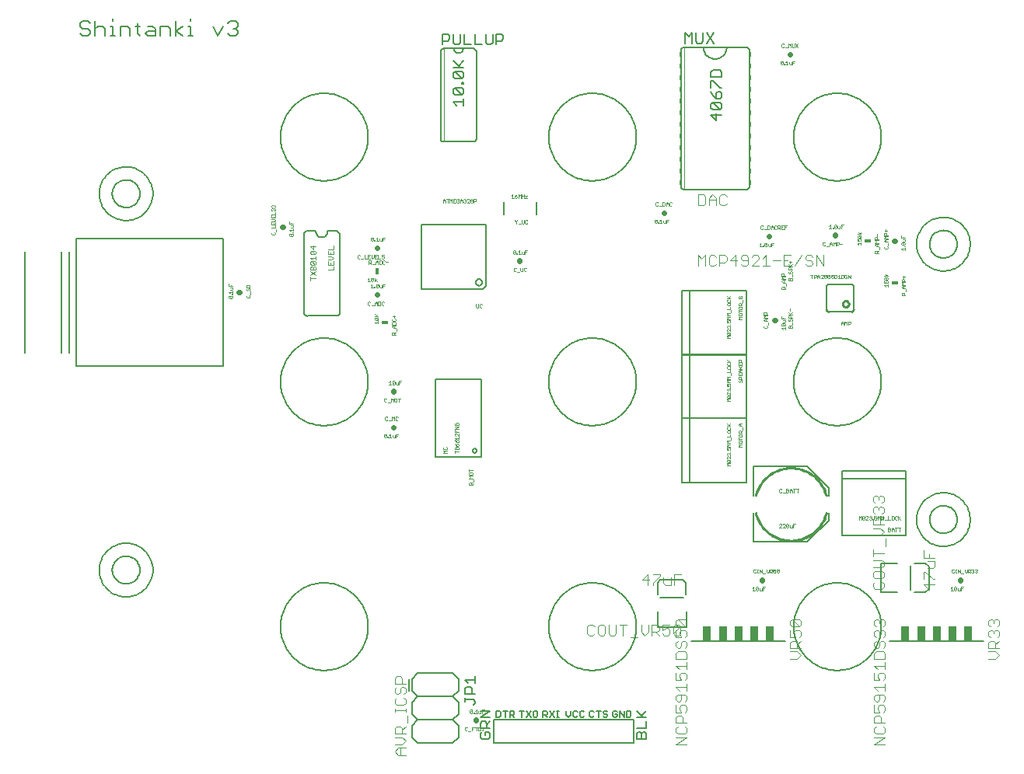
<source format=gto>
G75*
%MOIN*%
%OFA0B0*%
%FSLAX24Y24*%
%IPPOS*%
%LPD*%
%AMOC8*
5,1,8,0,0,1.08239X$1,22.5*
%
%ADD10C,0.0060*%
%ADD11C,0.0010*%
%ADD12C,0.0080*%
%ADD13C,0.0220*%
%ADD14C,0.0050*%
%ADD15C,0.0040*%
%ADD16C,0.0006*%
%ADD17C,0.0100*%
%ADD18R,0.0300X0.0180*%
%ADD19R,0.0180X0.0300*%
%ADD20R,0.0380X0.0660*%
%ADD21C,0.0020*%
%ADD22R,0.0050X0.0200*%
%ADD23C,0.0008*%
D10*
X010893Y016681D02*
X010895Y016748D01*
X010901Y016816D01*
X010911Y016883D01*
X010925Y016949D01*
X010942Y017014D01*
X010964Y017078D01*
X010989Y017141D01*
X011018Y017202D01*
X011050Y017261D01*
X011086Y017318D01*
X011125Y017373D01*
X011167Y017426D01*
X011212Y017476D01*
X011260Y017523D01*
X011311Y017568D01*
X011364Y017609D01*
X011420Y017648D01*
X011478Y017683D01*
X011538Y017714D01*
X011599Y017742D01*
X011662Y017766D01*
X011726Y017787D01*
X011792Y017803D01*
X011858Y017816D01*
X011925Y017825D01*
X011992Y017830D01*
X012060Y017831D01*
X012127Y017828D01*
X012194Y017821D01*
X012261Y017810D01*
X012327Y017795D01*
X012392Y017777D01*
X012456Y017754D01*
X012518Y017728D01*
X012579Y017699D01*
X012637Y017665D01*
X012694Y017629D01*
X012749Y017589D01*
X012801Y017546D01*
X012850Y017500D01*
X012897Y017451D01*
X012941Y017400D01*
X012981Y017346D01*
X013019Y017290D01*
X013053Y017231D01*
X013083Y017171D01*
X013110Y017109D01*
X013134Y017046D01*
X013153Y016981D01*
X013169Y016916D01*
X013181Y016849D01*
X013189Y016782D01*
X013193Y016715D01*
X013193Y016647D01*
X013189Y016580D01*
X013181Y016513D01*
X013169Y016446D01*
X013153Y016381D01*
X013134Y016316D01*
X013110Y016253D01*
X013083Y016191D01*
X013053Y016131D01*
X013019Y016072D01*
X012981Y016016D01*
X012941Y015962D01*
X012897Y015911D01*
X012850Y015862D01*
X012801Y015816D01*
X012749Y015773D01*
X012694Y015733D01*
X012637Y015697D01*
X012579Y015663D01*
X012518Y015634D01*
X012456Y015608D01*
X012392Y015585D01*
X012327Y015567D01*
X012261Y015552D01*
X012194Y015541D01*
X012127Y015534D01*
X012060Y015531D01*
X011992Y015532D01*
X011925Y015537D01*
X011858Y015546D01*
X011792Y015559D01*
X011726Y015575D01*
X011662Y015596D01*
X011599Y015620D01*
X011538Y015648D01*
X011478Y015679D01*
X011420Y015714D01*
X011364Y015753D01*
X011311Y015794D01*
X011260Y015839D01*
X011212Y015886D01*
X011167Y015936D01*
X011125Y015989D01*
X011086Y016044D01*
X011050Y016101D01*
X011018Y016160D01*
X010989Y016221D01*
X010964Y016284D01*
X010942Y016348D01*
X010925Y016413D01*
X010911Y016479D01*
X010901Y016546D01*
X010895Y016614D01*
X010893Y016681D01*
X024713Y028722D02*
X027333Y028722D01*
X027473Y028862D01*
X027473Y031482D01*
X024713Y031482D01*
X024713Y028722D01*
X027032Y029022D02*
X027034Y029045D01*
X027040Y029068D01*
X027049Y029089D01*
X027062Y029109D01*
X027078Y029126D01*
X027096Y029140D01*
X027116Y029151D01*
X027138Y029159D01*
X027161Y029163D01*
X027185Y029163D01*
X027208Y029159D01*
X027230Y029151D01*
X027250Y029140D01*
X027268Y029126D01*
X027284Y029109D01*
X027297Y029089D01*
X027306Y029068D01*
X027312Y029045D01*
X027314Y029022D01*
X027312Y028999D01*
X027306Y028976D01*
X027297Y028955D01*
X027284Y028935D01*
X027268Y028918D01*
X027250Y028904D01*
X027230Y028893D01*
X027208Y028885D01*
X027185Y028881D01*
X027161Y028881D01*
X027138Y028885D01*
X027116Y028893D01*
X027096Y028904D01*
X027078Y028918D01*
X027062Y028935D01*
X027049Y028955D01*
X027040Y028976D01*
X027034Y028999D01*
X027032Y029022D01*
X026913Y035052D02*
X025673Y035052D01*
X025650Y035054D01*
X025627Y035059D01*
X025605Y035068D01*
X025585Y035081D01*
X025567Y035096D01*
X025552Y035114D01*
X025539Y035134D01*
X025530Y035156D01*
X025525Y035179D01*
X025523Y035202D01*
X025523Y038902D01*
X025525Y038925D01*
X025530Y038948D01*
X025539Y038970D01*
X025552Y038990D01*
X025567Y039008D01*
X025585Y039023D01*
X025605Y039036D01*
X025627Y039045D01*
X025650Y039050D01*
X025673Y039052D01*
X026093Y039052D01*
X026493Y039052D01*
X026913Y039052D01*
X026936Y039050D01*
X026959Y039045D01*
X026981Y039036D01*
X027001Y039023D01*
X027019Y039008D01*
X027034Y038990D01*
X027047Y038970D01*
X027056Y038948D01*
X027061Y038925D01*
X027063Y038902D01*
X027063Y035202D01*
X027061Y035179D01*
X027056Y035156D01*
X027047Y035134D01*
X027034Y035114D01*
X027019Y035096D01*
X027001Y035081D01*
X026981Y035068D01*
X026959Y035059D01*
X026936Y035054D01*
X026913Y035052D01*
X026493Y039052D02*
X026491Y039025D01*
X026486Y038998D01*
X026476Y038972D01*
X026464Y038948D01*
X026448Y038926D01*
X026430Y038906D01*
X026408Y038889D01*
X026385Y038874D01*
X026360Y038864D01*
X026334Y038856D01*
X026307Y038852D01*
X026279Y038852D01*
X026252Y038856D01*
X026226Y038864D01*
X026201Y038874D01*
X026178Y038889D01*
X026156Y038906D01*
X026138Y038926D01*
X026122Y038948D01*
X026110Y038972D01*
X026100Y038998D01*
X026095Y039025D01*
X026093Y039052D01*
X016838Y039689D02*
X016731Y039582D01*
X016517Y039582D01*
X016411Y039689D01*
X016624Y039903D02*
X016731Y039903D01*
X016838Y039796D01*
X016838Y039689D01*
X016731Y039903D02*
X016838Y040009D01*
X016838Y040116D01*
X016731Y040223D01*
X016517Y040223D01*
X016411Y040116D01*
X016193Y040009D02*
X015980Y039582D01*
X015766Y040009D01*
X014905Y039582D02*
X014692Y039582D01*
X014799Y039582D02*
X014799Y040009D01*
X014692Y040009D01*
X014475Y040009D02*
X014155Y039796D01*
X014475Y039582D01*
X014155Y039582D02*
X014155Y040223D01*
X013937Y039903D02*
X013830Y040009D01*
X013510Y040009D01*
X013510Y039582D01*
X013293Y039582D02*
X013293Y039903D01*
X013186Y040009D01*
X012972Y040009D01*
X012972Y039796D02*
X013293Y039796D01*
X013293Y039582D02*
X012972Y039582D01*
X012866Y039689D01*
X012972Y039796D01*
X012649Y040009D02*
X012436Y040009D01*
X012543Y040116D02*
X012543Y039689D01*
X012649Y039582D01*
X012218Y039582D02*
X012218Y039903D01*
X012112Y040009D01*
X011791Y040009D01*
X011791Y039582D01*
X011575Y039582D02*
X011362Y039582D01*
X011468Y039582D02*
X011468Y040009D01*
X011362Y040009D01*
X011468Y040223D02*
X011468Y040330D01*
X011144Y039903D02*
X011144Y039582D01*
X011144Y039903D02*
X011037Y040009D01*
X010824Y040009D01*
X010717Y039903D01*
X010500Y039796D02*
X010500Y039689D01*
X010393Y039582D01*
X010179Y039582D01*
X010073Y039689D01*
X010179Y039903D02*
X010393Y039903D01*
X010500Y039796D01*
X010717Y039582D02*
X010717Y040223D01*
X010500Y040116D02*
X010393Y040223D01*
X010179Y040223D01*
X010073Y040116D01*
X010073Y040009D01*
X010179Y039903D01*
X013937Y039903D02*
X013937Y039582D01*
X014799Y040223D02*
X014799Y040330D01*
X010893Y032823D02*
X010895Y032890D01*
X010901Y032958D01*
X010911Y033025D01*
X010925Y033091D01*
X010942Y033156D01*
X010964Y033220D01*
X010989Y033283D01*
X011018Y033344D01*
X011050Y033403D01*
X011086Y033460D01*
X011125Y033515D01*
X011167Y033568D01*
X011212Y033618D01*
X011260Y033665D01*
X011311Y033710D01*
X011364Y033751D01*
X011420Y033790D01*
X011478Y033825D01*
X011538Y033856D01*
X011599Y033884D01*
X011662Y033908D01*
X011726Y033929D01*
X011792Y033945D01*
X011858Y033958D01*
X011925Y033967D01*
X011992Y033972D01*
X012060Y033973D01*
X012127Y033970D01*
X012194Y033963D01*
X012261Y033952D01*
X012327Y033937D01*
X012392Y033919D01*
X012456Y033896D01*
X012518Y033870D01*
X012579Y033841D01*
X012637Y033807D01*
X012694Y033771D01*
X012749Y033731D01*
X012801Y033688D01*
X012850Y033642D01*
X012897Y033593D01*
X012941Y033542D01*
X012981Y033488D01*
X013019Y033432D01*
X013053Y033373D01*
X013083Y033313D01*
X013110Y033251D01*
X013134Y033188D01*
X013153Y033123D01*
X013169Y033058D01*
X013181Y032991D01*
X013189Y032924D01*
X013193Y032857D01*
X013193Y032789D01*
X013189Y032722D01*
X013181Y032655D01*
X013169Y032588D01*
X013153Y032523D01*
X013134Y032458D01*
X013110Y032395D01*
X013083Y032333D01*
X013053Y032273D01*
X013019Y032214D01*
X012981Y032158D01*
X012941Y032104D01*
X012897Y032053D01*
X012850Y032004D01*
X012801Y031958D01*
X012749Y031915D01*
X012694Y031875D01*
X012637Y031839D01*
X012579Y031805D01*
X012518Y031776D01*
X012456Y031750D01*
X012392Y031727D01*
X012327Y031709D01*
X012261Y031694D01*
X012194Y031683D01*
X012127Y031676D01*
X012060Y031673D01*
X011992Y031674D01*
X011925Y031679D01*
X011858Y031688D01*
X011792Y031701D01*
X011726Y031717D01*
X011662Y031738D01*
X011599Y031762D01*
X011538Y031790D01*
X011478Y031821D01*
X011420Y031856D01*
X011364Y031895D01*
X011311Y031936D01*
X011260Y031981D01*
X011212Y032028D01*
X011167Y032078D01*
X011125Y032131D01*
X011086Y032186D01*
X011050Y032243D01*
X011018Y032302D01*
X010989Y032363D01*
X010964Y032426D01*
X010942Y032490D01*
X010925Y032555D01*
X010911Y032621D01*
X010901Y032688D01*
X010895Y032756D01*
X010893Y032823D01*
X035823Y033152D02*
X035823Y038952D01*
X035825Y038975D01*
X035830Y038998D01*
X035839Y039020D01*
X035852Y039040D01*
X035867Y039058D01*
X035885Y039073D01*
X035905Y039086D01*
X035927Y039095D01*
X035950Y039100D01*
X035973Y039102D01*
X036793Y039102D01*
X037793Y039102D01*
X038613Y039102D01*
X038636Y039100D01*
X038659Y039095D01*
X038681Y039086D01*
X038701Y039073D01*
X038719Y039058D01*
X038734Y039040D01*
X038747Y039020D01*
X038756Y038998D01*
X038761Y038975D01*
X038763Y038952D01*
X038763Y033152D01*
X038761Y033129D01*
X038756Y033106D01*
X038747Y033084D01*
X038734Y033064D01*
X038719Y033046D01*
X038701Y033031D01*
X038681Y033018D01*
X038659Y033009D01*
X038636Y033004D01*
X038613Y033002D01*
X035973Y033002D01*
X035950Y033004D01*
X035927Y033009D01*
X035905Y033018D01*
X035885Y033031D01*
X035867Y033046D01*
X035852Y033064D01*
X035839Y033084D01*
X035830Y033106D01*
X035825Y033129D01*
X035823Y033152D01*
X036793Y039102D02*
X036795Y039058D01*
X036801Y039015D01*
X036810Y038973D01*
X036823Y038931D01*
X036840Y038891D01*
X036860Y038852D01*
X036883Y038815D01*
X036910Y038781D01*
X036939Y038748D01*
X036972Y038719D01*
X037006Y038692D01*
X037043Y038669D01*
X037082Y038649D01*
X037122Y038632D01*
X037164Y038619D01*
X037206Y038610D01*
X037249Y038604D01*
X037293Y038602D01*
X037337Y038604D01*
X037380Y038610D01*
X037422Y038619D01*
X037464Y038632D01*
X037504Y038649D01*
X037543Y038669D01*
X037580Y038692D01*
X037614Y038719D01*
X037647Y038748D01*
X037676Y038781D01*
X037703Y038815D01*
X037726Y038852D01*
X037746Y038891D01*
X037763Y038931D01*
X037776Y038973D01*
X037785Y039015D01*
X037791Y039058D01*
X037793Y039102D01*
X045932Y030658D02*
X045934Y030725D01*
X045940Y030793D01*
X045950Y030860D01*
X045964Y030926D01*
X045981Y030991D01*
X046003Y031055D01*
X046028Y031118D01*
X046057Y031179D01*
X046089Y031238D01*
X046125Y031295D01*
X046164Y031350D01*
X046206Y031403D01*
X046251Y031453D01*
X046299Y031500D01*
X046350Y031545D01*
X046403Y031586D01*
X046459Y031625D01*
X046517Y031660D01*
X046577Y031691D01*
X046638Y031719D01*
X046701Y031743D01*
X046765Y031764D01*
X046831Y031780D01*
X046897Y031793D01*
X046964Y031802D01*
X047031Y031807D01*
X047099Y031808D01*
X047166Y031805D01*
X047233Y031798D01*
X047300Y031787D01*
X047366Y031772D01*
X047431Y031754D01*
X047495Y031731D01*
X047557Y031705D01*
X047618Y031676D01*
X047676Y031642D01*
X047733Y031606D01*
X047788Y031566D01*
X047840Y031523D01*
X047889Y031477D01*
X047936Y031428D01*
X047980Y031377D01*
X048020Y031323D01*
X048058Y031267D01*
X048092Y031208D01*
X048122Y031148D01*
X048149Y031086D01*
X048173Y031023D01*
X048192Y030958D01*
X048208Y030893D01*
X048220Y030826D01*
X048228Y030759D01*
X048232Y030692D01*
X048232Y030624D01*
X048228Y030557D01*
X048220Y030490D01*
X048208Y030423D01*
X048192Y030358D01*
X048173Y030293D01*
X048149Y030230D01*
X048122Y030168D01*
X048092Y030108D01*
X048058Y030049D01*
X048020Y029993D01*
X047980Y029939D01*
X047936Y029888D01*
X047889Y029839D01*
X047840Y029793D01*
X047788Y029750D01*
X047733Y029710D01*
X047676Y029674D01*
X047618Y029640D01*
X047557Y029611D01*
X047495Y029585D01*
X047431Y029562D01*
X047366Y029544D01*
X047300Y029529D01*
X047233Y029518D01*
X047166Y029511D01*
X047099Y029508D01*
X047031Y029509D01*
X046964Y029514D01*
X046897Y029523D01*
X046831Y029536D01*
X046765Y029552D01*
X046701Y029573D01*
X046638Y029597D01*
X046577Y029625D01*
X046517Y029656D01*
X046459Y029691D01*
X046403Y029730D01*
X046350Y029771D01*
X046299Y029816D01*
X046251Y029863D01*
X046206Y029913D01*
X046164Y029966D01*
X046125Y030021D01*
X046089Y030078D01*
X046057Y030137D01*
X046028Y030198D01*
X046003Y030261D01*
X045981Y030325D01*
X045964Y030390D01*
X045950Y030456D01*
X045940Y030523D01*
X045934Y030591D01*
X045932Y030658D01*
X043229Y028841D02*
X043229Y027872D01*
X043127Y027770D02*
X042158Y027770D01*
X042060Y027872D02*
X042060Y028841D01*
X042060Y028837D02*
X042061Y028854D01*
X042066Y028871D01*
X042073Y028886D01*
X042083Y028900D01*
X042095Y028912D01*
X042109Y028922D01*
X042124Y028929D01*
X042141Y028934D01*
X042158Y028935D01*
X043131Y028935D01*
X043148Y028934D01*
X043165Y028929D01*
X043180Y028922D01*
X043194Y028912D01*
X043206Y028900D01*
X043216Y028886D01*
X043223Y028871D01*
X043228Y028854D01*
X043229Y028837D01*
X045932Y018846D02*
X045934Y018913D01*
X045940Y018981D01*
X045950Y019048D01*
X045964Y019114D01*
X045981Y019179D01*
X046003Y019243D01*
X046028Y019306D01*
X046057Y019367D01*
X046089Y019426D01*
X046125Y019483D01*
X046164Y019538D01*
X046206Y019591D01*
X046251Y019641D01*
X046299Y019688D01*
X046350Y019733D01*
X046403Y019774D01*
X046459Y019813D01*
X046517Y019848D01*
X046577Y019879D01*
X046638Y019907D01*
X046701Y019931D01*
X046765Y019952D01*
X046831Y019968D01*
X046897Y019981D01*
X046964Y019990D01*
X047031Y019995D01*
X047099Y019996D01*
X047166Y019993D01*
X047233Y019986D01*
X047300Y019975D01*
X047366Y019960D01*
X047431Y019942D01*
X047495Y019919D01*
X047557Y019893D01*
X047618Y019864D01*
X047676Y019830D01*
X047733Y019794D01*
X047788Y019754D01*
X047840Y019711D01*
X047889Y019665D01*
X047936Y019616D01*
X047980Y019565D01*
X048020Y019511D01*
X048058Y019455D01*
X048092Y019396D01*
X048122Y019336D01*
X048149Y019274D01*
X048173Y019211D01*
X048192Y019146D01*
X048208Y019081D01*
X048220Y019014D01*
X048228Y018947D01*
X048232Y018880D01*
X048232Y018812D01*
X048228Y018745D01*
X048220Y018678D01*
X048208Y018611D01*
X048192Y018546D01*
X048173Y018481D01*
X048149Y018418D01*
X048122Y018356D01*
X048092Y018296D01*
X048058Y018237D01*
X048020Y018181D01*
X047980Y018127D01*
X047936Y018076D01*
X047889Y018027D01*
X047840Y017981D01*
X047788Y017938D01*
X047733Y017898D01*
X047676Y017862D01*
X047618Y017828D01*
X047557Y017799D01*
X047495Y017773D01*
X047431Y017750D01*
X047366Y017732D01*
X047300Y017717D01*
X047233Y017706D01*
X047166Y017699D01*
X047099Y017696D01*
X047031Y017697D01*
X046964Y017702D01*
X046897Y017711D01*
X046831Y017724D01*
X046765Y017740D01*
X046701Y017761D01*
X046638Y017785D01*
X046577Y017813D01*
X046517Y017844D01*
X046459Y017879D01*
X046403Y017918D01*
X046350Y017959D01*
X046299Y018004D01*
X046251Y018051D01*
X046206Y018101D01*
X046164Y018154D01*
X046125Y018209D01*
X046089Y018266D01*
X046057Y018325D01*
X046028Y018386D01*
X046003Y018449D01*
X045981Y018513D01*
X045964Y018578D01*
X045950Y018644D01*
X045940Y018711D01*
X045934Y018779D01*
X045932Y018846D01*
D11*
X045250Y018847D02*
X045175Y018922D01*
X045150Y018897D02*
X045250Y018998D01*
X045150Y018998D02*
X045150Y018847D01*
X045103Y018872D02*
X045078Y018847D01*
X045028Y018847D01*
X045003Y018872D01*
X045003Y018973D01*
X045028Y018998D01*
X045078Y018998D01*
X045103Y018973D01*
X044956Y018973D02*
X044931Y018998D01*
X044881Y018998D01*
X044856Y018973D01*
X044856Y018872D01*
X044881Y018847D01*
X044931Y018847D01*
X044956Y018872D01*
X044956Y018973D01*
X044808Y018847D02*
X044708Y018847D01*
X044708Y018998D01*
X044661Y018822D02*
X044561Y018822D01*
X044514Y018847D02*
X044514Y018998D01*
X044464Y018948D01*
X044414Y018998D01*
X044414Y018847D01*
X044366Y018847D02*
X044366Y018998D01*
X044316Y018948D01*
X044266Y018998D01*
X044266Y018847D01*
X044219Y018872D02*
X044194Y018847D01*
X044144Y018847D01*
X044119Y018872D01*
X044070Y018872D02*
X044070Y018847D01*
X044045Y018847D01*
X044045Y018872D01*
X044070Y018872D01*
X044119Y018922D02*
X044169Y018948D01*
X044194Y018948D01*
X044219Y018922D01*
X044219Y018872D01*
X044119Y018922D02*
X044119Y018998D01*
X044219Y018998D01*
X043998Y018973D02*
X043998Y018948D01*
X043973Y018922D01*
X043998Y018897D01*
X043998Y018872D01*
X043973Y018847D01*
X043923Y018847D01*
X043898Y018872D01*
X043851Y018847D02*
X043751Y018847D01*
X043851Y018948D01*
X043851Y018973D01*
X043826Y018998D01*
X043776Y018998D01*
X043751Y018973D01*
X043703Y018973D02*
X043603Y018872D01*
X043628Y018847D01*
X043678Y018847D01*
X043703Y018872D01*
X043703Y018973D01*
X043678Y018998D01*
X043628Y018998D01*
X043603Y018973D01*
X043603Y018872D01*
X043556Y018847D02*
X043556Y018998D01*
X043506Y018948D01*
X043456Y018998D01*
X043456Y018847D01*
X043898Y018973D02*
X043923Y018998D01*
X043973Y018998D01*
X043998Y018973D01*
X043973Y018922D02*
X043948Y018922D01*
X044708Y018498D02*
X044783Y018498D01*
X044808Y018473D01*
X044808Y018448D01*
X044783Y018422D01*
X044708Y018422D01*
X044708Y018347D02*
X044783Y018347D01*
X044808Y018372D01*
X044808Y018397D01*
X044783Y018422D01*
X044856Y018422D02*
X044956Y018422D01*
X044956Y018448D02*
X044956Y018347D01*
X045053Y018347D02*
X045053Y018498D01*
X045003Y018498D02*
X045103Y018498D01*
X045150Y018498D02*
X045250Y018498D01*
X045200Y018498D02*
X045200Y018347D01*
X044956Y018448D02*
X044906Y018498D01*
X044856Y018448D01*
X044856Y018347D01*
X044708Y018347D02*
X044708Y018498D01*
X047448Y016683D02*
X047448Y016582D01*
X047473Y016557D01*
X047523Y016557D01*
X047548Y016582D01*
X047595Y016557D02*
X047645Y016557D01*
X047620Y016557D02*
X047620Y016708D01*
X047595Y016708D02*
X047645Y016708D01*
X047693Y016708D02*
X047793Y016557D01*
X047793Y016708D01*
X047693Y016708D02*
X047693Y016557D01*
X047840Y016532D02*
X047941Y016532D01*
X047988Y016607D02*
X048038Y016557D01*
X048088Y016607D01*
X048088Y016708D01*
X048135Y016708D02*
X048210Y016708D01*
X048235Y016683D01*
X048235Y016632D01*
X048210Y016607D01*
X048135Y016607D01*
X048135Y016557D02*
X048135Y016708D01*
X048185Y016607D02*
X048235Y016557D01*
X048282Y016582D02*
X048307Y016557D01*
X048357Y016557D01*
X048383Y016582D01*
X048383Y016607D01*
X048357Y016632D01*
X048332Y016632D01*
X048357Y016632D02*
X048383Y016658D01*
X048383Y016683D01*
X048357Y016708D01*
X048307Y016708D01*
X048282Y016683D01*
X048430Y016683D02*
X048455Y016708D01*
X048505Y016708D01*
X048530Y016683D01*
X048530Y016658D01*
X048505Y016632D01*
X048530Y016607D01*
X048530Y016582D01*
X048505Y016557D01*
X048455Y016557D01*
X048430Y016582D01*
X048480Y016632D02*
X048505Y016632D01*
X047988Y016607D02*
X047988Y016708D01*
X047548Y016683D02*
X047523Y016708D01*
X047473Y016708D01*
X047448Y016683D01*
X047448Y015958D02*
X047448Y015807D01*
X047398Y015807D02*
X047498Y015807D01*
X047545Y015832D02*
X047645Y015933D01*
X047645Y015832D01*
X047620Y015807D01*
X047570Y015807D01*
X047545Y015832D01*
X047545Y015933D01*
X047570Y015958D01*
X047620Y015958D01*
X047645Y015933D01*
X047692Y015908D02*
X047692Y015832D01*
X047717Y015807D01*
X047792Y015807D01*
X047792Y015908D01*
X047840Y015882D02*
X047890Y015882D01*
X047840Y015807D02*
X047840Y015958D01*
X047940Y015958D01*
X047448Y015958D02*
X047398Y015908D01*
X040834Y020007D02*
X040834Y020158D01*
X040784Y020158D02*
X040884Y020158D01*
X040737Y020158D02*
X040637Y020158D01*
X040687Y020158D02*
X040687Y020007D01*
X040590Y020007D02*
X040590Y020108D01*
X040540Y020158D01*
X040490Y020108D01*
X040490Y020007D01*
X040442Y020032D02*
X040417Y020007D01*
X040342Y020007D01*
X040342Y020158D01*
X040417Y020158D01*
X040442Y020133D01*
X040442Y020108D01*
X040417Y020082D01*
X040342Y020082D01*
X040417Y020082D02*
X040442Y020057D01*
X040442Y020032D01*
X040490Y020082D02*
X040590Y020082D01*
X040295Y019982D02*
X040195Y019982D01*
X040148Y020032D02*
X040123Y020007D01*
X040073Y020007D01*
X040048Y020032D01*
X040048Y020133D01*
X040073Y020158D01*
X040123Y020158D01*
X040148Y020133D01*
X040123Y018658D02*
X040073Y018658D01*
X040048Y018633D01*
X040123Y018658D02*
X040148Y018633D01*
X040148Y018608D01*
X040048Y018507D01*
X040148Y018507D01*
X040195Y018507D02*
X040295Y018608D01*
X040295Y018633D01*
X040270Y018658D01*
X040220Y018658D01*
X040195Y018633D01*
X040195Y018507D02*
X040295Y018507D01*
X040342Y018532D02*
X040442Y018633D01*
X040442Y018532D01*
X040417Y018507D01*
X040367Y018507D01*
X040342Y018532D01*
X040342Y018633D01*
X040367Y018658D01*
X040417Y018658D01*
X040442Y018633D01*
X040490Y018608D02*
X040490Y018532D01*
X040515Y018507D01*
X040590Y018507D01*
X040590Y018608D01*
X040637Y018582D02*
X040687Y018582D01*
X040637Y018507D02*
X040637Y018658D01*
X040737Y018658D01*
X040005Y016708D02*
X040030Y016683D01*
X039930Y016582D01*
X039955Y016557D01*
X040005Y016557D01*
X040030Y016582D01*
X040030Y016683D01*
X040005Y016708D02*
X039955Y016708D01*
X039930Y016683D01*
X039930Y016582D01*
X039883Y016582D02*
X039857Y016557D01*
X039807Y016557D01*
X039782Y016582D01*
X039782Y016632D02*
X039832Y016658D01*
X039857Y016658D01*
X039883Y016632D01*
X039883Y016582D01*
X039782Y016632D02*
X039782Y016708D01*
X039883Y016708D01*
X039735Y016683D02*
X039735Y016632D01*
X039710Y016607D01*
X039635Y016607D01*
X039588Y016607D02*
X039588Y016708D01*
X039635Y016708D02*
X039710Y016708D01*
X039735Y016683D01*
X039685Y016607D02*
X039735Y016557D01*
X039635Y016557D02*
X039635Y016708D01*
X039588Y016607D02*
X039538Y016557D01*
X039488Y016607D01*
X039488Y016708D01*
X039441Y016532D02*
X039340Y016532D01*
X039293Y016557D02*
X039293Y016708D01*
X039193Y016708D02*
X039293Y016557D01*
X039193Y016557D02*
X039193Y016708D01*
X039145Y016708D02*
X039095Y016708D01*
X039120Y016708D02*
X039120Y016557D01*
X039095Y016557D02*
X039145Y016557D01*
X039048Y016582D02*
X039023Y016557D01*
X038973Y016557D01*
X038948Y016582D01*
X038948Y016683D01*
X038973Y016708D01*
X039023Y016708D01*
X039048Y016683D01*
X039070Y015958D02*
X039120Y015958D01*
X039145Y015933D01*
X039045Y015832D01*
X039070Y015807D01*
X039120Y015807D01*
X039145Y015832D01*
X039145Y015933D01*
X039192Y015908D02*
X039192Y015832D01*
X039217Y015807D01*
X039292Y015807D01*
X039292Y015908D01*
X039340Y015882D02*
X039390Y015882D01*
X039340Y015807D02*
X039340Y015958D01*
X039440Y015958D01*
X039070Y015958D02*
X039045Y015933D01*
X039045Y015832D01*
X038998Y015807D02*
X038898Y015807D01*
X038948Y015807D02*
X038948Y015958D01*
X038898Y015908D01*
X037948Y021160D02*
X037797Y021160D01*
X037848Y021210D01*
X037797Y021260D01*
X037948Y021260D01*
X037923Y021307D02*
X037822Y021407D01*
X037923Y021407D01*
X037948Y021382D01*
X037948Y021332D01*
X037923Y021307D01*
X037822Y021307D01*
X037797Y021332D01*
X037797Y021382D01*
X037822Y021407D01*
X037822Y021455D02*
X037797Y021480D01*
X037797Y021530D01*
X037822Y021555D01*
X037848Y021555D01*
X037948Y021455D01*
X037948Y021555D01*
X037923Y021602D02*
X037948Y021627D01*
X037948Y021677D01*
X037923Y021702D01*
X037898Y021702D01*
X037873Y021677D01*
X037873Y021652D01*
X037873Y021677D02*
X037848Y021702D01*
X037822Y021702D01*
X037797Y021677D01*
X037797Y021627D01*
X037822Y021602D01*
X037923Y021749D02*
X037923Y021774D01*
X037948Y021774D01*
X037948Y021749D01*
X037923Y021749D01*
X037923Y021823D02*
X037948Y021848D01*
X037948Y021898D01*
X037923Y021923D01*
X037873Y021923D01*
X037848Y021898D01*
X037848Y021873D01*
X037873Y021823D01*
X037797Y021823D01*
X037797Y021923D01*
X037797Y021970D02*
X037848Y022020D01*
X037797Y022070D01*
X037948Y022070D01*
X037948Y022118D02*
X037797Y022118D01*
X037848Y022168D01*
X037797Y022218D01*
X037948Y022218D01*
X037973Y022265D02*
X037973Y022365D01*
X037948Y022412D02*
X037948Y022512D01*
X037923Y022560D02*
X037948Y022585D01*
X037948Y022635D01*
X037923Y022660D01*
X037822Y022660D01*
X037797Y022635D01*
X037797Y022585D01*
X037822Y022560D01*
X037923Y022560D01*
X037923Y022707D02*
X037948Y022732D01*
X037948Y022782D01*
X037923Y022807D01*
X037948Y022854D02*
X037797Y022854D01*
X037822Y022807D02*
X037797Y022782D01*
X037797Y022732D01*
X037822Y022707D01*
X037923Y022707D01*
X037898Y022854D02*
X037797Y022954D01*
X037873Y022879D02*
X037948Y022954D01*
X038297Y022904D02*
X038348Y022954D01*
X038448Y022954D01*
X038373Y022954D02*
X038373Y022854D01*
X038348Y022854D02*
X038297Y022904D01*
X038348Y022854D02*
X038448Y022854D01*
X038473Y022807D02*
X038473Y022707D01*
X038448Y022660D02*
X038398Y022610D01*
X038398Y022635D02*
X038398Y022560D01*
X038448Y022560D02*
X038297Y022560D01*
X038297Y022635D01*
X038322Y022660D01*
X038373Y022660D01*
X038398Y022635D01*
X038423Y022512D02*
X038322Y022512D01*
X038297Y022487D01*
X038297Y022437D01*
X038322Y022412D01*
X038423Y022412D01*
X038448Y022437D01*
X038448Y022487D01*
X038423Y022512D01*
X038297Y022365D02*
X038297Y022265D01*
X038297Y022315D02*
X038448Y022315D01*
X038423Y022218D02*
X038322Y022218D01*
X038297Y022193D01*
X038297Y022143D01*
X038322Y022118D01*
X038423Y022118D01*
X038448Y022143D01*
X038448Y022193D01*
X038423Y022218D01*
X038448Y022070D02*
X038297Y022070D01*
X038348Y022020D01*
X038297Y021970D01*
X038448Y021970D01*
X037948Y021970D02*
X037797Y021970D01*
X037797Y022412D02*
X037948Y022412D01*
X037948Y023916D02*
X037797Y023916D01*
X037848Y023966D01*
X037797Y024016D01*
X037948Y024016D01*
X037923Y024063D02*
X037822Y024163D01*
X037923Y024163D01*
X037948Y024138D01*
X037948Y024088D01*
X037923Y024063D01*
X037822Y024063D01*
X037797Y024088D01*
X037797Y024138D01*
X037822Y024163D01*
X037822Y024210D02*
X037797Y024236D01*
X037797Y024286D01*
X037822Y024311D01*
X037848Y024311D01*
X037948Y024210D01*
X037948Y024311D01*
X037923Y024358D02*
X037948Y024383D01*
X037948Y024433D01*
X037923Y024458D01*
X037898Y024458D01*
X037873Y024433D01*
X037873Y024408D01*
X037873Y024433D02*
X037848Y024458D01*
X037822Y024458D01*
X037797Y024433D01*
X037797Y024383D01*
X037822Y024358D01*
X037923Y024505D02*
X037923Y024530D01*
X037948Y024530D01*
X037948Y024505D01*
X037923Y024505D01*
X037923Y024579D02*
X037948Y024604D01*
X037948Y024654D01*
X037923Y024679D01*
X037873Y024679D01*
X037848Y024654D01*
X037848Y024629D01*
X037873Y024579D01*
X037797Y024579D01*
X037797Y024679D01*
X037797Y024726D02*
X037848Y024776D01*
X037797Y024826D01*
X037948Y024826D01*
X037948Y024873D02*
X037797Y024873D01*
X037848Y024924D01*
X037797Y024974D01*
X037948Y024974D01*
X037973Y025021D02*
X037973Y025121D01*
X037948Y025168D02*
X037948Y025268D01*
X037923Y025315D02*
X037948Y025340D01*
X037948Y025391D01*
X037923Y025416D01*
X037822Y025416D01*
X037797Y025391D01*
X037797Y025340D01*
X037822Y025315D01*
X037923Y025315D01*
X037923Y025463D02*
X037948Y025488D01*
X037948Y025538D01*
X037923Y025563D01*
X037948Y025610D02*
X037797Y025610D01*
X037822Y025563D02*
X037797Y025538D01*
X037797Y025488D01*
X037822Y025463D01*
X037923Y025463D01*
X037898Y025610D02*
X037797Y025710D01*
X037873Y025635D02*
X037948Y025710D01*
X038297Y025685D02*
X038322Y025710D01*
X038373Y025710D01*
X038398Y025685D01*
X038398Y025610D01*
X038448Y025610D02*
X038297Y025610D01*
X038297Y025685D01*
X038398Y025660D02*
X038448Y025710D01*
X038448Y025563D02*
X038448Y025463D01*
X038297Y025463D01*
X038297Y025563D01*
X038373Y025513D02*
X038373Y025463D01*
X038448Y025416D02*
X038373Y025340D01*
X038398Y025315D02*
X038297Y025416D01*
X038297Y025315D02*
X038448Y025315D01*
X038448Y025268D02*
X038348Y025268D01*
X038297Y025218D01*
X038348Y025168D01*
X038448Y025168D01*
X038448Y025121D02*
X038448Y025021D01*
X038297Y025021D01*
X038297Y025121D01*
X038373Y025168D02*
X038373Y025268D01*
X038373Y025071D02*
X038373Y025021D01*
X038373Y024974D02*
X038398Y024949D01*
X038398Y024873D01*
X038398Y024826D02*
X038423Y024826D01*
X038448Y024801D01*
X038448Y024751D01*
X038423Y024726D01*
X038373Y024751D02*
X038373Y024801D01*
X038398Y024826D01*
X038448Y024873D02*
X038297Y024873D01*
X038297Y024949D01*
X038322Y024974D01*
X038373Y024974D01*
X038322Y024826D02*
X038297Y024801D01*
X038297Y024751D01*
X038322Y024726D01*
X038348Y024726D01*
X038373Y024751D01*
X037948Y024726D02*
X037797Y024726D01*
X037797Y025168D02*
X037948Y025168D01*
X037948Y026628D02*
X037797Y026628D01*
X037848Y026678D01*
X037797Y026729D01*
X037948Y026729D01*
X037923Y026776D02*
X037822Y026876D01*
X037923Y026876D01*
X037948Y026851D01*
X037948Y026801D01*
X037923Y026776D01*
X037822Y026776D01*
X037797Y026801D01*
X037797Y026851D01*
X037822Y026876D01*
X037822Y026923D02*
X037797Y026948D01*
X037797Y026998D01*
X037822Y027023D01*
X037848Y027023D01*
X037948Y026923D01*
X037948Y027023D01*
X037923Y027070D02*
X037948Y027095D01*
X037948Y027145D01*
X037923Y027171D01*
X037898Y027171D01*
X037873Y027145D01*
X037873Y027120D01*
X037873Y027145D02*
X037848Y027171D01*
X037822Y027171D01*
X037797Y027145D01*
X037797Y027095D01*
X037822Y027070D01*
X037923Y027218D02*
X037923Y027243D01*
X037948Y027243D01*
X037948Y027218D01*
X037923Y027218D01*
X037923Y027291D02*
X037948Y027316D01*
X037948Y027366D01*
X037923Y027391D01*
X037873Y027391D01*
X037848Y027366D01*
X037848Y027341D01*
X037873Y027291D01*
X037797Y027291D01*
X037797Y027391D01*
X037797Y027439D02*
X037848Y027489D01*
X037797Y027539D01*
X037948Y027539D01*
X037948Y027586D02*
X037797Y027586D01*
X037848Y027636D01*
X037797Y027686D01*
X037948Y027686D01*
X037973Y027733D02*
X037973Y027833D01*
X037948Y027881D02*
X037948Y027981D01*
X037923Y028028D02*
X037948Y028053D01*
X037948Y028103D01*
X037923Y028128D01*
X037822Y028128D01*
X037797Y028103D01*
X037797Y028053D01*
X037822Y028028D01*
X037923Y028028D01*
X037923Y028175D02*
X037948Y028200D01*
X037948Y028250D01*
X037923Y028275D01*
X037948Y028323D02*
X037797Y028323D01*
X037822Y028275D02*
X037797Y028250D01*
X037797Y028200D01*
X037822Y028175D01*
X037923Y028175D01*
X037898Y028323D02*
X037797Y028423D01*
X037873Y028348D02*
X037948Y028423D01*
X038297Y028398D02*
X038322Y028423D01*
X038348Y028423D01*
X038373Y028398D01*
X038373Y028323D01*
X038448Y028323D02*
X038448Y028398D01*
X038423Y028423D01*
X038398Y028423D01*
X038373Y028398D01*
X038297Y028398D02*
X038297Y028323D01*
X038448Y028323D01*
X038473Y028275D02*
X038473Y028175D01*
X038448Y028128D02*
X038398Y028078D01*
X038398Y028103D02*
X038398Y028028D01*
X038448Y028028D02*
X038297Y028028D01*
X038297Y028103D01*
X038322Y028128D01*
X038373Y028128D01*
X038398Y028103D01*
X038423Y027981D02*
X038322Y027981D01*
X038297Y027956D01*
X038297Y027906D01*
X038322Y027881D01*
X038423Y027881D01*
X038448Y027906D01*
X038448Y027956D01*
X038423Y027981D01*
X038297Y027833D02*
X038297Y027733D01*
X038297Y027783D02*
X038448Y027783D01*
X038423Y027686D02*
X038322Y027686D01*
X038297Y027661D01*
X038297Y027611D01*
X038322Y027586D01*
X038423Y027586D01*
X038448Y027611D01*
X038448Y027661D01*
X038423Y027686D01*
X038448Y027539D02*
X038297Y027539D01*
X038348Y027489D01*
X038297Y027439D01*
X038448Y027439D01*
X037948Y027439D02*
X037797Y027439D01*
X037797Y027881D02*
X037948Y027881D01*
X039387Y027722D02*
X039387Y027647D01*
X039538Y027647D01*
X039538Y027599D02*
X039387Y027599D01*
X039438Y027549D01*
X039387Y027499D01*
X039538Y027499D01*
X039538Y027452D02*
X039438Y027452D01*
X039387Y027402D01*
X039438Y027352D01*
X039538Y027352D01*
X039563Y027305D02*
X039563Y027205D01*
X039513Y027158D02*
X039538Y027132D01*
X039538Y027082D01*
X039513Y027057D01*
X039412Y027057D01*
X039387Y027082D01*
X039387Y027132D01*
X039412Y027158D01*
X039463Y027352D02*
X039463Y027452D01*
X039488Y027647D02*
X039488Y027722D01*
X039463Y027747D01*
X039412Y027747D01*
X039387Y027722D01*
X040137Y027549D02*
X040137Y027449D01*
X040288Y027449D01*
X040288Y027402D02*
X040188Y027402D01*
X040213Y027449D02*
X040213Y027499D01*
X040288Y027402D02*
X040288Y027327D01*
X040263Y027302D01*
X040188Y027302D01*
X040162Y027255D02*
X040263Y027155D01*
X040288Y027180D01*
X040288Y027230D01*
X040263Y027255D01*
X040162Y027255D01*
X040137Y027230D01*
X040137Y027180D01*
X040162Y027155D01*
X040263Y027155D01*
X040288Y027108D02*
X040288Y027007D01*
X040288Y027057D02*
X040137Y027057D01*
X040188Y027007D01*
X040437Y027057D02*
X040437Y027132D01*
X040462Y027158D01*
X040488Y027158D01*
X040513Y027132D01*
X040513Y027057D01*
X040588Y027057D02*
X040588Y027132D01*
X040563Y027158D01*
X040538Y027158D01*
X040513Y027132D01*
X040588Y027057D02*
X040437Y027057D01*
X040613Y027205D02*
X040613Y027305D01*
X040563Y027352D02*
X040588Y027377D01*
X040588Y027427D01*
X040563Y027452D01*
X040538Y027452D01*
X040513Y027427D01*
X040513Y027377D01*
X040488Y027352D01*
X040462Y027352D01*
X040437Y027377D01*
X040437Y027427D01*
X040462Y027452D01*
X040437Y027499D02*
X040437Y027574D01*
X040462Y027599D01*
X040513Y027599D01*
X040538Y027574D01*
X040538Y027499D01*
X040588Y027499D02*
X040437Y027499D01*
X040437Y027647D02*
X040588Y027647D01*
X040538Y027647D02*
X040437Y027747D01*
X040513Y027794D02*
X040513Y027894D01*
X040588Y027747D02*
X040513Y027672D01*
X040298Y028721D02*
X040298Y028796D01*
X040273Y028821D01*
X040248Y028821D01*
X040223Y028796D01*
X040223Y028721D01*
X040298Y028721D02*
X040147Y028721D01*
X040147Y028796D01*
X040172Y028821D01*
X040198Y028821D01*
X040223Y028796D01*
X040323Y028868D02*
X040323Y028968D01*
X040298Y029015D02*
X040198Y029015D01*
X040147Y029065D01*
X040198Y029116D01*
X040298Y029116D01*
X040298Y029163D02*
X040147Y029163D01*
X040198Y029213D01*
X040147Y029263D01*
X040298Y029263D01*
X040298Y029310D02*
X040147Y029310D01*
X040147Y029385D01*
X040172Y029410D01*
X040223Y029410D01*
X040248Y029385D01*
X040248Y029310D01*
X040223Y029116D02*
X040223Y029015D01*
X040437Y029107D02*
X040437Y029182D01*
X040462Y029208D01*
X040488Y029208D01*
X040513Y029182D01*
X040513Y029107D01*
X040588Y029107D02*
X040588Y029182D01*
X040563Y029208D01*
X040538Y029208D01*
X040513Y029182D01*
X040588Y029107D02*
X040437Y029107D01*
X040613Y029255D02*
X040613Y029355D01*
X040563Y029402D02*
X040588Y029427D01*
X040588Y029477D01*
X040563Y029502D01*
X040538Y029502D01*
X040513Y029477D01*
X040513Y029427D01*
X040488Y029402D01*
X040462Y029402D01*
X040437Y029427D01*
X040437Y029477D01*
X040462Y029502D01*
X040437Y029549D02*
X040437Y029624D01*
X040462Y029649D01*
X040513Y029649D01*
X040538Y029624D01*
X040538Y029549D01*
X040588Y029549D02*
X040437Y029549D01*
X040437Y029697D02*
X040588Y029697D01*
X040538Y029697D02*
X040437Y029797D01*
X040513Y029844D02*
X040513Y029944D01*
X040563Y029894D02*
X040462Y029894D01*
X040588Y029797D02*
X040513Y029722D01*
X041380Y029348D02*
X041480Y029348D01*
X041527Y029348D02*
X041602Y029348D01*
X041627Y029323D01*
X041627Y029272D01*
X041602Y029247D01*
X041527Y029247D01*
X041527Y029197D02*
X041527Y029348D01*
X041430Y029348D02*
X041430Y029197D01*
X041674Y029197D02*
X041674Y029298D01*
X041724Y029348D01*
X041774Y029298D01*
X041774Y029197D01*
X041822Y029197D02*
X041922Y029298D01*
X041922Y029323D01*
X041897Y029348D01*
X041847Y029348D01*
X041822Y029323D01*
X041774Y029272D02*
X041674Y029272D01*
X041822Y029197D02*
X041922Y029197D01*
X041969Y029222D02*
X042069Y029323D01*
X042069Y029222D01*
X042044Y029197D01*
X041994Y029197D01*
X041969Y029222D01*
X041969Y029323D01*
X041994Y029348D01*
X042044Y029348D01*
X042069Y029323D01*
X042116Y029323D02*
X042141Y029348D01*
X042191Y029348D01*
X042216Y029323D01*
X042116Y029222D01*
X042141Y029197D01*
X042191Y029197D01*
X042216Y029222D01*
X042216Y029323D01*
X042264Y029348D02*
X042264Y029272D01*
X042314Y029298D01*
X042339Y029298D01*
X042364Y029272D01*
X042364Y029222D01*
X042339Y029197D01*
X042289Y029197D01*
X042264Y029222D01*
X042264Y029348D02*
X042364Y029348D01*
X042411Y029348D02*
X042486Y029348D01*
X042511Y029323D01*
X042511Y029222D01*
X042486Y029197D01*
X042411Y029197D01*
X042411Y029348D01*
X042558Y029298D02*
X042608Y029348D01*
X042608Y029197D01*
X042558Y029197D02*
X042658Y029197D01*
X042706Y029197D02*
X042781Y029197D01*
X042806Y029222D01*
X042806Y029323D01*
X042781Y029348D01*
X042706Y029348D01*
X042706Y029197D01*
X042853Y029222D02*
X042878Y029197D01*
X042928Y029197D01*
X042953Y029222D01*
X042953Y029272D01*
X042903Y029272D01*
X042853Y029222D02*
X042853Y029323D01*
X042878Y029348D01*
X042928Y029348D01*
X042953Y029323D01*
X043000Y029348D02*
X043100Y029197D01*
X043100Y029348D01*
X043000Y029348D02*
X043000Y029197D01*
X042116Y029222D02*
X042116Y029323D01*
X042161Y030572D02*
X042061Y030572D01*
X042014Y030622D02*
X041989Y030597D01*
X041939Y030597D01*
X041914Y030622D01*
X041914Y030723D01*
X041939Y030748D01*
X041989Y030748D01*
X042014Y030723D01*
X042208Y030698D02*
X042258Y030748D01*
X042308Y030698D01*
X042308Y030597D01*
X042356Y030597D02*
X042356Y030748D01*
X042406Y030698D01*
X042456Y030748D01*
X042456Y030597D01*
X042503Y030597D02*
X042503Y030748D01*
X042578Y030748D01*
X042603Y030723D01*
X042603Y030672D01*
X042578Y030647D01*
X042503Y030647D01*
X042650Y030672D02*
X042750Y030672D01*
X042308Y030672D02*
X042208Y030672D01*
X042208Y030698D02*
X042208Y030597D01*
X042185Y031347D02*
X042285Y031347D01*
X042332Y031347D02*
X042357Y031347D01*
X042357Y031372D01*
X042332Y031372D01*
X042332Y031347D01*
X042406Y031372D02*
X042506Y031473D01*
X042506Y031372D01*
X042481Y031347D01*
X042431Y031347D01*
X042406Y031372D01*
X042406Y031473D01*
X042431Y031498D01*
X042481Y031498D01*
X042506Y031473D01*
X042553Y031448D02*
X042553Y031372D01*
X042578Y031347D01*
X042653Y031347D01*
X042653Y031448D01*
X042700Y031422D02*
X042750Y031422D01*
X042700Y031347D02*
X042700Y031498D01*
X042800Y031498D01*
X043397Y031085D02*
X043548Y031085D01*
X043498Y031085D02*
X043448Y031160D01*
X043498Y031085D02*
X043548Y031160D01*
X043523Y031037D02*
X043548Y031012D01*
X043548Y030962D01*
X043523Y030937D01*
X043422Y031037D01*
X043523Y031037D01*
X043523Y030937D02*
X043422Y030937D01*
X043397Y030962D01*
X043397Y031012D01*
X043422Y031037D01*
X043397Y030890D02*
X043397Y030790D01*
X043473Y030790D01*
X043448Y030840D01*
X043448Y030865D01*
X043473Y030890D01*
X043523Y030890D01*
X043548Y030865D01*
X043548Y030815D01*
X043523Y030790D01*
X043548Y030743D02*
X043548Y030643D01*
X043548Y030693D02*
X043397Y030693D01*
X043448Y030643D01*
X044147Y030618D02*
X044198Y030668D01*
X044298Y030668D01*
X044298Y030715D02*
X044147Y030715D01*
X044198Y030765D01*
X044147Y030816D01*
X044298Y030816D01*
X044298Y030863D02*
X044147Y030863D01*
X044147Y030938D01*
X044172Y030963D01*
X044223Y030963D01*
X044248Y030938D01*
X044248Y030863D01*
X044223Y031010D02*
X044223Y031110D01*
X044537Y031122D02*
X044562Y031147D01*
X044613Y031147D01*
X044638Y031122D01*
X044638Y031047D01*
X044688Y031047D02*
X044537Y031047D01*
X044537Y031122D01*
X044613Y031194D02*
X044613Y031294D01*
X044663Y031244D02*
X044562Y031244D01*
X044537Y030999D02*
X044688Y030999D01*
X044688Y030899D02*
X044537Y030899D01*
X044588Y030949D01*
X044537Y030999D01*
X044588Y030852D02*
X044688Y030852D01*
X044613Y030852D02*
X044613Y030752D01*
X044588Y030752D02*
X044537Y030802D01*
X044588Y030852D01*
X044588Y030752D02*
X044688Y030752D01*
X044713Y030705D02*
X044713Y030605D01*
X044663Y030558D02*
X044688Y030532D01*
X044688Y030482D01*
X044663Y030457D01*
X044562Y030457D01*
X044537Y030482D01*
X044537Y030532D01*
X044562Y030558D01*
X044323Y030521D02*
X044323Y030421D01*
X044298Y030374D02*
X044248Y030324D01*
X044248Y030349D02*
X044248Y030273D01*
X044298Y030273D02*
X044147Y030273D01*
X044147Y030349D01*
X044172Y030374D01*
X044223Y030374D01*
X044248Y030349D01*
X044223Y030568D02*
X044223Y030668D01*
X044147Y030618D02*
X044198Y030568D01*
X044298Y030568D01*
X045287Y030653D02*
X045287Y030703D01*
X045312Y030728D01*
X045413Y030628D01*
X045438Y030653D01*
X045438Y030703D01*
X045413Y030728D01*
X045312Y030728D01*
X045338Y030776D02*
X045413Y030776D01*
X045438Y030801D01*
X045438Y030876D01*
X045338Y030876D01*
X045363Y030923D02*
X045363Y030973D01*
X045438Y030923D02*
X045287Y030923D01*
X045287Y031023D01*
X045287Y030653D02*
X045312Y030628D01*
X045413Y030628D01*
X045413Y030580D02*
X045438Y030580D01*
X045438Y030555D01*
X045413Y030555D01*
X045413Y030580D01*
X045438Y030508D02*
X045438Y030407D01*
X045438Y030457D02*
X045287Y030457D01*
X045338Y030407D01*
X045373Y029310D02*
X045373Y029210D01*
X045373Y029163D02*
X045398Y029138D01*
X045398Y029063D01*
X045448Y029063D02*
X045297Y029063D01*
X045297Y029138D01*
X045322Y029163D01*
X045373Y029163D01*
X045322Y029260D02*
X045423Y029260D01*
X045448Y029016D02*
X045297Y029016D01*
X045348Y028965D01*
X045297Y028915D01*
X045448Y028915D01*
X045448Y028868D02*
X045348Y028868D01*
X045297Y028818D01*
X045348Y028768D01*
X045448Y028768D01*
X045473Y028721D02*
X045473Y028621D01*
X045448Y028574D02*
X045398Y028524D01*
X045398Y028549D02*
X045398Y028473D01*
X045448Y028473D02*
X045297Y028473D01*
X045297Y028549D01*
X045322Y028574D01*
X045373Y028574D01*
X045398Y028549D01*
X045373Y028768D02*
X045373Y028868D01*
X044698Y028893D02*
X044547Y028893D01*
X044598Y028843D01*
X044698Y028843D02*
X044698Y028943D01*
X044673Y028990D02*
X044698Y029015D01*
X044698Y029065D01*
X044673Y029090D01*
X044623Y029090D01*
X044598Y029065D01*
X044598Y029040D01*
X044623Y028990D01*
X044547Y028990D01*
X044547Y029090D01*
X044572Y029137D02*
X044547Y029162D01*
X044547Y029212D01*
X044572Y029237D01*
X044673Y029137D01*
X044698Y029162D01*
X044698Y029212D01*
X044673Y029237D01*
X044572Y029237D01*
X044547Y029285D02*
X044698Y029285D01*
X044648Y029285D02*
X044598Y029360D01*
X044648Y029285D02*
X044698Y029360D01*
X044673Y029137D02*
X044572Y029137D01*
X043075Y027348D02*
X043100Y027323D01*
X043100Y027272D01*
X043075Y027247D01*
X043000Y027247D01*
X043000Y027197D02*
X043000Y027348D01*
X043075Y027348D01*
X042953Y027348D02*
X042953Y027197D01*
X042853Y027197D02*
X042853Y027348D01*
X042903Y027298D01*
X042953Y027348D01*
X042806Y027298D02*
X042806Y027197D01*
X042806Y027272D02*
X042706Y027272D01*
X042706Y027298D02*
X042756Y027348D01*
X042806Y027298D01*
X042706Y027298D02*
X042706Y027197D01*
X039713Y030557D02*
X039713Y030708D01*
X039813Y030708D01*
X039763Y030632D02*
X039713Y030632D01*
X039666Y030658D02*
X039666Y030557D01*
X039591Y030557D01*
X039566Y030582D01*
X039566Y030658D01*
X039519Y030683D02*
X039419Y030582D01*
X039444Y030557D01*
X039494Y030557D01*
X039519Y030582D01*
X039519Y030683D01*
X039494Y030708D01*
X039444Y030708D01*
X039419Y030683D01*
X039419Y030582D01*
X039370Y030582D02*
X039370Y030557D01*
X039345Y030557D01*
X039345Y030582D01*
X039370Y030582D01*
X039298Y030557D02*
X039198Y030557D01*
X039248Y030557D02*
X039248Y030708D01*
X039198Y030658D01*
X039273Y031307D02*
X039323Y031307D01*
X039348Y031332D01*
X039395Y031282D02*
X039495Y031282D01*
X039542Y031307D02*
X039617Y031307D01*
X039642Y031332D01*
X039642Y031433D01*
X039617Y031458D01*
X039542Y031458D01*
X039542Y031307D01*
X039690Y031307D02*
X039690Y031408D01*
X039740Y031458D01*
X039790Y031408D01*
X039790Y031307D01*
X039837Y031332D02*
X039862Y031307D01*
X039912Y031307D01*
X039937Y031332D01*
X039984Y031307D02*
X039984Y031458D01*
X040059Y031458D01*
X040084Y031433D01*
X040084Y031382D01*
X040059Y031357D01*
X039984Y031357D01*
X040034Y031357D02*
X040084Y031307D01*
X040132Y031307D02*
X040232Y031307D01*
X040279Y031307D02*
X040279Y031458D01*
X040379Y031458D01*
X040329Y031382D02*
X040279Y031382D01*
X040232Y031458D02*
X040132Y031458D01*
X040132Y031307D01*
X040132Y031382D02*
X040182Y031382D01*
X039937Y031433D02*
X039912Y031458D01*
X039862Y031458D01*
X039837Y031433D01*
X039837Y031332D01*
X039790Y031382D02*
X039690Y031382D01*
X039348Y031433D02*
X039323Y031458D01*
X039273Y031458D01*
X039248Y031433D01*
X039248Y031332D01*
X039273Y031307D01*
X042185Y031448D02*
X042235Y031498D01*
X042235Y031347D01*
X035437Y032332D02*
X035412Y032307D01*
X035362Y032307D01*
X035337Y032332D01*
X035337Y032433D01*
X035362Y032458D01*
X035412Y032458D01*
X035437Y032433D01*
X035290Y032408D02*
X035290Y032307D01*
X035290Y032382D02*
X035190Y032382D01*
X035190Y032408D02*
X035240Y032458D01*
X035290Y032408D01*
X035190Y032408D02*
X035190Y032307D01*
X035142Y032332D02*
X035142Y032433D01*
X035117Y032458D01*
X035042Y032458D01*
X035042Y032307D01*
X035117Y032307D01*
X035142Y032332D01*
X034995Y032282D02*
X034895Y032282D01*
X034848Y032332D02*
X034823Y032307D01*
X034773Y032307D01*
X034748Y032332D01*
X034748Y032433D01*
X034773Y032458D01*
X034823Y032458D01*
X034848Y032433D01*
X034773Y031708D02*
X034798Y031683D01*
X034698Y031582D01*
X034723Y031557D01*
X034773Y031557D01*
X034798Y031582D01*
X034798Y031683D01*
X034773Y031708D02*
X034723Y031708D01*
X034698Y031683D01*
X034698Y031582D01*
X034845Y031582D02*
X034870Y031582D01*
X034870Y031557D01*
X034845Y031557D01*
X034845Y031582D01*
X034919Y031557D02*
X035019Y031557D01*
X034969Y031557D02*
X034969Y031708D01*
X034919Y031658D01*
X035066Y031658D02*
X035066Y031582D01*
X035091Y031557D01*
X035166Y031557D01*
X035166Y031658D01*
X035213Y031632D02*
X035263Y031632D01*
X035213Y031557D02*
X035213Y031708D01*
X035313Y031708D01*
X029250Y031673D02*
X029225Y031698D01*
X029175Y031698D01*
X029150Y031673D01*
X029150Y031572D01*
X029175Y031547D01*
X029225Y031547D01*
X029250Y031572D01*
X029103Y031572D02*
X029103Y031698D01*
X029003Y031698D02*
X029003Y031572D01*
X029028Y031547D01*
X029078Y031547D01*
X029103Y031572D01*
X028956Y031522D02*
X028856Y031522D01*
X028758Y031547D02*
X028758Y031622D01*
X028808Y031673D01*
X028808Y031698D01*
X028758Y031622D02*
X028708Y031673D01*
X028708Y031698D01*
X028710Y030398D02*
X028735Y030373D01*
X028635Y030272D01*
X028660Y030247D01*
X028710Y030247D01*
X028735Y030272D01*
X028735Y030373D01*
X028710Y030398D02*
X028660Y030398D01*
X028635Y030373D01*
X028635Y030272D01*
X028782Y030272D02*
X028807Y030272D01*
X028807Y030247D01*
X028782Y030247D01*
X028782Y030272D01*
X028856Y030247D02*
X028956Y030247D01*
X028906Y030247D02*
X028906Y030398D01*
X028856Y030348D01*
X029003Y030348D02*
X029003Y030272D01*
X029028Y030247D01*
X029103Y030247D01*
X029103Y030348D01*
X029150Y030322D02*
X029200Y030322D01*
X029150Y030247D02*
X029150Y030398D01*
X029250Y030398D01*
X029175Y029648D02*
X029125Y029648D01*
X029100Y029623D01*
X029100Y029522D01*
X029125Y029497D01*
X029175Y029497D01*
X029200Y029522D01*
X029200Y029623D02*
X029175Y029648D01*
X029053Y029648D02*
X029053Y029522D01*
X029028Y029497D01*
X028978Y029497D01*
X028953Y029522D01*
X028953Y029648D01*
X028906Y029472D02*
X028806Y029472D01*
X028758Y029522D02*
X028733Y029497D01*
X028683Y029497D01*
X028658Y029522D01*
X028658Y029623D01*
X028683Y029648D01*
X028733Y029648D01*
X028758Y029623D01*
X027275Y028098D02*
X027225Y028098D01*
X027200Y028073D01*
X027200Y027972D01*
X027225Y027947D01*
X027275Y027947D01*
X027300Y027972D01*
X027300Y028073D02*
X027275Y028098D01*
X027153Y028098D02*
X027153Y027972D01*
X027128Y027947D01*
X027078Y027947D01*
X027053Y027972D01*
X027053Y028098D01*
X023598Y027438D02*
X023573Y027463D01*
X023598Y027438D02*
X023598Y027388D01*
X023573Y027363D01*
X023472Y027363D01*
X023447Y027388D01*
X023447Y027438D01*
X023472Y027463D01*
X023523Y027510D02*
X023523Y027610D01*
X023573Y027560D02*
X023472Y027560D01*
X023472Y027316D02*
X023447Y027291D01*
X023447Y027215D01*
X023598Y027215D01*
X023598Y027291D01*
X023573Y027316D01*
X023472Y027316D01*
X023498Y027168D02*
X023598Y027168D01*
X023523Y027168D02*
X023523Y027068D01*
X023498Y027068D02*
X023447Y027118D01*
X023498Y027168D01*
X023498Y027068D02*
X023598Y027068D01*
X023623Y027021D02*
X023623Y026921D01*
X023598Y026874D02*
X023548Y026824D01*
X023548Y026849D02*
X023548Y026773D01*
X023598Y026773D02*
X023447Y026773D01*
X023447Y026849D01*
X023472Y026874D01*
X023523Y026874D01*
X023548Y026849D01*
X022848Y027265D02*
X022848Y027366D01*
X022848Y027315D02*
X022697Y027315D01*
X022748Y027265D01*
X022722Y027413D02*
X022697Y027438D01*
X022697Y027488D01*
X022722Y027513D01*
X022823Y027413D01*
X022848Y027438D01*
X022848Y027488D01*
X022823Y027513D01*
X022722Y027513D01*
X022697Y027560D02*
X022848Y027560D01*
X022798Y027560D02*
X022697Y027660D01*
X022773Y027585D02*
X022848Y027660D01*
X022823Y027413D02*
X022722Y027413D01*
X022658Y028022D02*
X022558Y028022D01*
X022511Y028072D02*
X022486Y028047D01*
X022436Y028047D01*
X022411Y028072D01*
X022411Y028173D01*
X022436Y028198D01*
X022486Y028198D01*
X022511Y028173D01*
X022706Y028148D02*
X022756Y028198D01*
X022806Y028148D01*
X022806Y028047D01*
X022853Y028047D02*
X022928Y028047D01*
X022953Y028072D01*
X022953Y028173D01*
X022928Y028198D01*
X022853Y028198D01*
X022853Y028047D01*
X022806Y028122D02*
X022706Y028122D01*
X022706Y028148D02*
X022706Y028047D01*
X023000Y028072D02*
X023000Y028173D01*
X023025Y028198D01*
X023075Y028198D01*
X023100Y028173D01*
X023100Y028072D02*
X023075Y028047D01*
X023025Y028047D01*
X023000Y028072D01*
X023003Y028797D02*
X023003Y028898D01*
X023050Y028872D02*
X023100Y028872D01*
X023050Y028797D02*
X023050Y028948D01*
X023150Y028948D01*
X023003Y028797D02*
X022928Y028797D01*
X022903Y028822D01*
X022903Y028898D01*
X022856Y028923D02*
X022756Y028822D01*
X022781Y028797D01*
X022831Y028797D01*
X022856Y028822D01*
X022856Y028923D01*
X022831Y028948D01*
X022781Y028948D01*
X022756Y028923D01*
X022756Y028822D01*
X022707Y028822D02*
X022707Y028797D01*
X022682Y028797D01*
X022682Y028822D01*
X022707Y028822D01*
X022635Y028797D02*
X022535Y028797D01*
X022585Y028797D02*
X022585Y028948D01*
X022535Y028898D01*
X022570Y029057D02*
X022545Y029082D01*
X022645Y029183D01*
X022645Y029082D01*
X022620Y029057D01*
X022570Y029057D01*
X022545Y029082D02*
X022545Y029183D01*
X022570Y029208D01*
X022620Y029208D01*
X022645Y029183D01*
X022692Y029208D02*
X022692Y029057D01*
X022692Y029107D02*
X022792Y029208D01*
X022717Y029132D02*
X022792Y029057D01*
X022498Y029057D02*
X022398Y029057D01*
X022448Y029057D02*
X022448Y029208D01*
X022398Y029158D01*
X022448Y029807D02*
X022448Y029958D01*
X022523Y029958D01*
X022548Y029933D01*
X022548Y029882D01*
X022523Y029857D01*
X022448Y029857D01*
X022498Y029857D02*
X022548Y029807D01*
X022595Y029782D02*
X022695Y029782D01*
X022742Y029807D02*
X022742Y029908D01*
X022792Y029958D01*
X022842Y029908D01*
X022842Y029807D01*
X022890Y029807D02*
X022890Y029958D01*
X022965Y029958D01*
X022990Y029933D01*
X022990Y029832D01*
X022965Y029807D01*
X022890Y029807D01*
X022842Y029882D02*
X022742Y029882D01*
X022706Y030047D02*
X022806Y030047D01*
X022853Y030047D02*
X022953Y030047D01*
X023000Y030072D02*
X023025Y030047D01*
X023075Y030047D01*
X023100Y030072D01*
X023100Y030122D01*
X023075Y030148D01*
X023050Y030148D01*
X023000Y030122D01*
X023000Y030198D01*
X023100Y030198D01*
X023112Y029958D02*
X023062Y029958D01*
X023037Y029933D01*
X023037Y029832D01*
X023062Y029807D01*
X023112Y029807D01*
X023137Y029832D01*
X023184Y029882D02*
X023284Y029882D01*
X023137Y029933D02*
X023112Y029958D01*
X022853Y030047D02*
X022853Y030198D01*
X022806Y030198D02*
X022706Y030198D01*
X022706Y030047D01*
X022658Y030097D02*
X022658Y030198D01*
X022706Y030122D02*
X022756Y030122D01*
X022658Y030097D02*
X022608Y030047D01*
X022558Y030097D01*
X022558Y030198D01*
X022511Y030198D02*
X022411Y030198D01*
X022411Y030047D01*
X022511Y030047D01*
X022461Y030122D02*
X022411Y030122D01*
X022364Y030047D02*
X022264Y030047D01*
X022264Y030198D01*
X022216Y030022D02*
X022116Y030022D01*
X022069Y030072D02*
X022044Y030047D01*
X021994Y030047D01*
X021969Y030072D01*
X021969Y030173D01*
X021994Y030198D01*
X022044Y030198D01*
X022069Y030173D01*
X022560Y030797D02*
X022535Y030822D01*
X022635Y030923D01*
X022635Y030822D01*
X022610Y030797D01*
X022560Y030797D01*
X022535Y030822D02*
X022535Y030923D01*
X022560Y030948D01*
X022610Y030948D01*
X022635Y030923D01*
X022682Y030822D02*
X022707Y030822D01*
X022707Y030797D01*
X022682Y030797D01*
X022682Y030822D01*
X022756Y030797D02*
X022856Y030797D01*
X022806Y030797D02*
X022806Y030948D01*
X022756Y030898D01*
X022903Y030898D02*
X022903Y030822D01*
X022928Y030797D01*
X023003Y030797D01*
X023003Y030898D01*
X023050Y030872D02*
X023100Y030872D01*
X023050Y030797D02*
X023050Y030948D01*
X023150Y030948D01*
X025624Y032447D02*
X025624Y032548D01*
X025674Y032598D01*
X025724Y032548D01*
X025724Y032447D01*
X025724Y032522D02*
X025624Y032522D01*
X025772Y032598D02*
X025872Y032598D01*
X025919Y032598D02*
X025969Y032548D01*
X026019Y032598D01*
X026019Y032447D01*
X026066Y032447D02*
X026166Y032447D01*
X026214Y032472D02*
X026239Y032447D01*
X026289Y032447D01*
X026314Y032472D01*
X026314Y032522D01*
X026264Y032522D01*
X026214Y032472D02*
X026214Y032573D01*
X026239Y032598D01*
X026289Y032598D01*
X026314Y032573D01*
X026361Y032548D02*
X026411Y032598D01*
X026461Y032548D01*
X026461Y032447D01*
X026508Y032472D02*
X026533Y032447D01*
X026583Y032447D01*
X026608Y032472D01*
X026608Y032497D01*
X026583Y032522D01*
X026558Y032522D01*
X026583Y032522D02*
X026608Y032548D01*
X026608Y032573D01*
X026583Y032598D01*
X026533Y032598D01*
X026508Y032573D01*
X026461Y032522D02*
X026361Y032522D01*
X026361Y032548D02*
X026361Y032447D01*
X026166Y032598D02*
X026066Y032598D01*
X026066Y032447D01*
X026066Y032522D02*
X026116Y032522D01*
X025919Y032447D02*
X025919Y032598D01*
X025822Y032598D02*
X025822Y032447D01*
X026656Y032447D02*
X026756Y032548D01*
X026756Y032573D01*
X026731Y032598D01*
X026681Y032598D01*
X026656Y032573D01*
X026656Y032447D02*
X026756Y032447D01*
X026803Y032472D02*
X026803Y032497D01*
X026828Y032522D01*
X026878Y032522D01*
X026903Y032497D01*
X026903Y032472D01*
X026878Y032447D01*
X026828Y032447D01*
X026803Y032472D01*
X026828Y032522D02*
X026803Y032548D01*
X026803Y032573D01*
X026828Y032598D01*
X026878Y032598D01*
X026903Y032573D01*
X026903Y032548D01*
X026878Y032522D01*
X026950Y032497D02*
X027025Y032497D01*
X027050Y032522D01*
X027050Y032573D01*
X027025Y032598D01*
X026950Y032598D01*
X026950Y032447D01*
X028561Y032647D02*
X028661Y032647D01*
X028611Y032647D02*
X028611Y032798D01*
X028561Y032748D01*
X028708Y032722D02*
X028783Y032722D01*
X028808Y032697D01*
X028808Y032672D01*
X028783Y032647D01*
X028733Y032647D01*
X028708Y032672D01*
X028708Y032722D01*
X028758Y032773D01*
X028808Y032798D01*
X028856Y032798D02*
X028906Y032748D01*
X028956Y032798D01*
X028956Y032647D01*
X029003Y032647D02*
X029003Y032798D01*
X029003Y032722D02*
X029103Y032722D01*
X029150Y032748D02*
X029250Y032748D01*
X029150Y032647D01*
X029250Y032647D01*
X029103Y032647D02*
X029103Y032798D01*
X028856Y032798D02*
X028856Y032647D01*
X023850Y024798D02*
X023750Y024798D01*
X023750Y024647D01*
X023703Y024647D02*
X023703Y024748D01*
X023750Y024722D02*
X023800Y024722D01*
X023703Y024647D02*
X023628Y024647D01*
X023603Y024672D01*
X023603Y024748D01*
X023556Y024773D02*
X023456Y024672D01*
X023481Y024647D01*
X023531Y024647D01*
X023556Y024672D01*
X023556Y024773D01*
X023531Y024798D01*
X023481Y024798D01*
X023456Y024773D01*
X023456Y024672D01*
X023408Y024647D02*
X023308Y024647D01*
X023358Y024647D02*
X023358Y024798D01*
X023308Y024748D01*
X023406Y024048D02*
X023456Y023998D01*
X023506Y024048D01*
X023506Y023897D01*
X023553Y023922D02*
X023578Y023897D01*
X023628Y023897D01*
X023653Y023922D01*
X023653Y024023D01*
X023628Y024048D01*
X023578Y024048D01*
X023553Y024023D01*
X023553Y023922D01*
X023406Y023897D02*
X023406Y024048D01*
X023358Y023872D02*
X023258Y023872D01*
X023211Y023922D02*
X023186Y023897D01*
X023136Y023897D01*
X023111Y023922D01*
X023111Y024023D01*
X023136Y024048D01*
X023186Y024048D01*
X023211Y024023D01*
X023700Y024048D02*
X023800Y024048D01*
X023750Y024048D02*
X023750Y023897D01*
X023665Y023258D02*
X023615Y023258D01*
X023590Y023233D01*
X023590Y023132D01*
X023615Y023107D01*
X023665Y023107D01*
X023690Y023132D01*
X023690Y023233D02*
X023665Y023258D01*
X023542Y023258D02*
X023542Y023107D01*
X023442Y023107D02*
X023442Y023258D01*
X023492Y023208D01*
X023542Y023258D01*
X023395Y023082D02*
X023295Y023082D01*
X023248Y023132D02*
X023223Y023107D01*
X023173Y023107D01*
X023148Y023132D01*
X023148Y023233D01*
X023173Y023258D01*
X023223Y023258D01*
X023248Y023233D01*
X023173Y022508D02*
X023198Y022483D01*
X023098Y022382D01*
X023123Y022357D01*
X023173Y022357D01*
X023198Y022382D01*
X023198Y022483D01*
X023173Y022508D02*
X023123Y022508D01*
X023098Y022483D01*
X023098Y022382D01*
X023245Y022382D02*
X023270Y022382D01*
X023270Y022357D01*
X023245Y022357D01*
X023245Y022382D01*
X023319Y022357D02*
X023419Y022357D01*
X023369Y022357D02*
X023369Y022508D01*
X023319Y022458D01*
X023466Y022458D02*
X023466Y022382D01*
X023491Y022357D01*
X023566Y022357D01*
X023566Y022458D01*
X023613Y022432D02*
X023663Y022432D01*
X023613Y022357D02*
X023613Y022508D01*
X023713Y022508D01*
X025637Y021930D02*
X025637Y021880D01*
X025662Y021855D01*
X025763Y021855D01*
X025788Y021880D01*
X025788Y021930D01*
X025763Y021955D01*
X025662Y021955D02*
X025637Y021930D01*
X025637Y021808D02*
X025788Y021808D01*
X025788Y021707D02*
X025637Y021707D01*
X025688Y021757D01*
X025637Y021808D01*
X026137Y021808D02*
X026137Y021707D01*
X026137Y021757D02*
X026288Y021757D01*
X026288Y021855D02*
X026288Y021930D01*
X026263Y021955D01*
X026238Y021955D01*
X026213Y021930D01*
X026213Y021855D01*
X026288Y021855D02*
X026137Y021855D01*
X026137Y021930D01*
X026162Y021955D01*
X026188Y021955D01*
X026213Y021930D01*
X026213Y022002D02*
X026213Y022077D01*
X026238Y022102D01*
X026263Y022102D01*
X026288Y022077D01*
X026288Y022027D01*
X026263Y022002D01*
X026213Y022002D01*
X026162Y022052D01*
X026137Y022102D01*
X026213Y022149D02*
X026213Y022224D01*
X026238Y022249D01*
X026263Y022249D01*
X026288Y022224D01*
X026288Y022174D01*
X026263Y022149D01*
X026213Y022149D01*
X026162Y022199D01*
X026137Y022249D01*
X026188Y022297D02*
X026137Y022347D01*
X026288Y022347D01*
X026288Y022297D02*
X026288Y022397D01*
X026288Y022444D02*
X026188Y022544D01*
X026162Y022544D01*
X026137Y022519D01*
X026137Y022469D01*
X026162Y022444D01*
X026288Y022444D02*
X026288Y022544D01*
X026288Y022591D02*
X026137Y022591D01*
X026137Y022691D01*
X026137Y022739D02*
X026288Y022839D01*
X026137Y022839D01*
X026162Y022886D02*
X026263Y022886D01*
X026288Y022911D01*
X026288Y022961D01*
X026263Y022986D01*
X026213Y022986D01*
X026213Y022936D01*
X026162Y022886D02*
X026137Y022911D01*
X026137Y022961D01*
X026162Y022986D01*
X026137Y022739D02*
X026288Y022739D01*
X026213Y022641D02*
X026213Y022591D01*
X026747Y021010D02*
X026747Y020910D01*
X026747Y020960D02*
X026898Y020960D01*
X026873Y020863D02*
X026772Y020863D01*
X026747Y020838D01*
X026747Y020788D01*
X026772Y020763D01*
X026873Y020763D01*
X026898Y020788D01*
X026898Y020838D01*
X026873Y020863D01*
X026898Y020716D02*
X026747Y020716D01*
X026798Y020665D01*
X026747Y020615D01*
X026898Y020615D01*
X026923Y020568D02*
X026923Y020468D01*
X026873Y020421D02*
X026898Y020396D01*
X026898Y020321D01*
X026747Y020321D01*
X026747Y020396D01*
X026772Y020421D01*
X026798Y020421D01*
X026823Y020396D01*
X026823Y020321D01*
X026823Y020396D02*
X026848Y020421D01*
X026873Y020421D01*
X017348Y028393D02*
X017348Y028443D01*
X017323Y028468D01*
X017373Y028515D02*
X017373Y028616D01*
X017323Y028663D02*
X017348Y028688D01*
X017348Y028738D01*
X017323Y028763D01*
X017298Y028763D01*
X017273Y028738D01*
X017273Y028688D01*
X017248Y028663D01*
X017222Y028663D01*
X017197Y028688D01*
X017197Y028738D01*
X017222Y028763D01*
X017197Y028810D02*
X017197Y028885D01*
X017222Y028910D01*
X017323Y028910D01*
X017348Y028885D01*
X017348Y028810D01*
X017197Y028810D01*
X017222Y028468D02*
X017197Y028443D01*
X017197Y028393D01*
X017222Y028368D01*
X017323Y028368D01*
X017348Y028393D01*
X016598Y028369D02*
X016573Y028344D01*
X016472Y028445D01*
X016573Y028445D01*
X016598Y028420D01*
X016598Y028369D01*
X016573Y028344D02*
X016472Y028344D01*
X016447Y028369D01*
X016447Y028420D01*
X016472Y028445D01*
X016573Y028492D02*
X016573Y028517D01*
X016598Y028517D01*
X016598Y028492D01*
X016573Y028492D01*
X016598Y028565D02*
X016598Y028666D01*
X016598Y028615D02*
X016447Y028615D01*
X016498Y028565D01*
X016498Y028713D02*
X016573Y028713D01*
X016598Y028738D01*
X016598Y028813D01*
X016498Y028813D01*
X016523Y028860D02*
X016523Y028910D01*
X016598Y028860D02*
X016447Y028860D01*
X016447Y028960D01*
X018312Y031057D02*
X018413Y031057D01*
X018438Y031082D01*
X018438Y031132D01*
X018413Y031158D01*
X018463Y031205D02*
X018463Y031305D01*
X018438Y031352D02*
X018438Y031452D01*
X018438Y031499D02*
X018438Y031599D01*
X018388Y031647D02*
X018438Y031697D01*
X018388Y031747D01*
X018287Y031747D01*
X018287Y031794D02*
X018438Y031794D01*
X018438Y031894D01*
X018438Y031941D02*
X018438Y032041D01*
X018413Y032089D02*
X018438Y032114D01*
X018438Y032164D01*
X018413Y032189D01*
X018388Y032189D01*
X018363Y032164D01*
X018363Y032139D01*
X018363Y032164D02*
X018338Y032189D01*
X018312Y032189D01*
X018287Y032164D01*
X018287Y032114D01*
X018312Y032089D01*
X018312Y032236D02*
X018287Y032261D01*
X018287Y032311D01*
X018312Y032336D01*
X018338Y032336D01*
X018363Y032311D01*
X018388Y032336D01*
X018413Y032336D01*
X018438Y032311D01*
X018438Y032261D01*
X018413Y032236D01*
X018363Y032286D02*
X018363Y032311D01*
X018287Y031941D02*
X018438Y031941D01*
X018363Y031844D02*
X018363Y031794D01*
X018287Y031794D02*
X018287Y031894D01*
X018287Y031647D02*
X018388Y031647D01*
X018363Y031549D02*
X018363Y031499D01*
X018438Y031499D02*
X018287Y031499D01*
X018287Y031599D01*
X018287Y031352D02*
X018438Y031352D01*
X018312Y031158D02*
X018287Y031132D01*
X018287Y031082D01*
X018312Y031057D01*
X019037Y031032D02*
X019037Y031082D01*
X019062Y031108D01*
X019163Y031007D01*
X019188Y031032D01*
X019188Y031082D01*
X019163Y031108D01*
X019062Y031108D01*
X019037Y031032D02*
X019062Y031007D01*
X019163Y031007D01*
X019163Y031155D02*
X019163Y031180D01*
X019188Y031180D01*
X019188Y031155D01*
X019163Y031155D01*
X019188Y031228D02*
X019188Y031328D01*
X019188Y031278D02*
X019037Y031278D01*
X019088Y031228D01*
X019088Y031376D02*
X019163Y031376D01*
X019188Y031401D01*
X019188Y031476D01*
X019088Y031476D01*
X019113Y031523D02*
X019113Y031573D01*
X019188Y031523D02*
X019037Y031523D01*
X019037Y031623D01*
X040098Y038382D02*
X040198Y038483D01*
X040198Y038382D01*
X040173Y038357D01*
X040123Y038357D01*
X040098Y038382D01*
X040098Y038483D01*
X040123Y038508D01*
X040173Y038508D01*
X040198Y038483D01*
X040245Y038382D02*
X040270Y038382D01*
X040270Y038357D01*
X040245Y038357D01*
X040245Y038382D01*
X040319Y038357D02*
X040419Y038357D01*
X040369Y038357D02*
X040369Y038508D01*
X040319Y038458D01*
X040466Y038458D02*
X040466Y038382D01*
X040491Y038357D01*
X040566Y038357D01*
X040566Y038458D01*
X040613Y038432D02*
X040663Y038432D01*
X040613Y038357D02*
X040613Y038508D01*
X040713Y038508D01*
X040737Y039107D02*
X040837Y039258D01*
X040737Y039258D02*
X040837Y039107D01*
X040690Y039132D02*
X040690Y039258D01*
X040590Y039258D02*
X040590Y039132D01*
X040615Y039107D01*
X040665Y039107D01*
X040690Y039132D01*
X040542Y039107D02*
X040542Y039258D01*
X040492Y039208D01*
X040442Y039258D01*
X040442Y039107D01*
X040395Y039082D02*
X040295Y039082D01*
X040248Y039132D02*
X040223Y039107D01*
X040173Y039107D01*
X040148Y039132D01*
X040148Y039233D01*
X040173Y039258D01*
X040223Y039258D01*
X040248Y039233D01*
X027400Y010698D02*
X027300Y010698D01*
X027300Y010547D01*
X027253Y010547D02*
X027253Y010648D01*
X027300Y010622D02*
X027350Y010622D01*
X027253Y010547D02*
X027178Y010547D01*
X027153Y010572D01*
X027153Y010648D01*
X027056Y010698D02*
X027056Y010547D01*
X027006Y010547D02*
X027106Y010547D01*
X027006Y010648D02*
X027056Y010698D01*
X026957Y010572D02*
X026957Y010547D01*
X026932Y010547D01*
X026932Y010572D01*
X026957Y010572D01*
X026885Y010572D02*
X026860Y010547D01*
X026810Y010547D01*
X026785Y010572D01*
X026885Y010673D01*
X026885Y010572D01*
X026785Y010572D02*
X026785Y010673D01*
X026810Y010698D01*
X026860Y010698D01*
X026885Y010673D01*
X026857Y009948D02*
X026957Y009948D01*
X027005Y009948D02*
X027105Y009948D01*
X027152Y009948D02*
X027227Y009948D01*
X027252Y009923D01*
X027252Y009822D01*
X027227Y009797D01*
X027152Y009797D01*
X027152Y009948D01*
X027055Y009948D02*
X027055Y009797D01*
X026907Y009872D02*
X026857Y009872D01*
X026857Y009797D02*
X026857Y009948D01*
X026810Y009772D02*
X026710Y009772D01*
X026663Y009822D02*
X026638Y009797D01*
X026588Y009797D01*
X026563Y009822D01*
X026563Y009923D01*
X026588Y009948D01*
X026638Y009948D01*
X026663Y009923D01*
X027299Y009948D02*
X027349Y009948D01*
X027324Y009948D02*
X027324Y009797D01*
X027299Y009797D02*
X027349Y009797D01*
D12*
X011452Y016681D02*
X011454Y016729D01*
X011460Y016777D01*
X011470Y016824D01*
X011483Y016870D01*
X011501Y016915D01*
X011521Y016959D01*
X011546Y017001D01*
X011574Y017040D01*
X011604Y017077D01*
X011638Y017111D01*
X011675Y017143D01*
X011713Y017172D01*
X011754Y017197D01*
X011797Y017219D01*
X011842Y017237D01*
X011888Y017251D01*
X011935Y017262D01*
X011983Y017269D01*
X012031Y017272D01*
X012079Y017271D01*
X012127Y017266D01*
X012175Y017257D01*
X012221Y017245D01*
X012266Y017228D01*
X012310Y017208D01*
X012352Y017185D01*
X012392Y017158D01*
X012430Y017128D01*
X012465Y017095D01*
X012497Y017059D01*
X012527Y017021D01*
X012553Y016980D01*
X012575Y016937D01*
X012595Y016893D01*
X012610Y016848D01*
X012622Y016801D01*
X012630Y016753D01*
X012634Y016705D01*
X012634Y016657D01*
X012630Y016609D01*
X012622Y016561D01*
X012610Y016514D01*
X012595Y016469D01*
X012575Y016425D01*
X012553Y016382D01*
X012527Y016341D01*
X012497Y016303D01*
X012465Y016267D01*
X012430Y016234D01*
X012392Y016204D01*
X012352Y016177D01*
X012310Y016154D01*
X012266Y016134D01*
X012221Y016117D01*
X012175Y016105D01*
X012127Y016096D01*
X012079Y016091D01*
X012031Y016090D01*
X011983Y016093D01*
X011935Y016100D01*
X011888Y016111D01*
X011842Y016125D01*
X011797Y016143D01*
X011754Y016165D01*
X011713Y016190D01*
X011675Y016219D01*
X011638Y016251D01*
X011604Y016285D01*
X011574Y016322D01*
X011546Y016361D01*
X011521Y016403D01*
X011501Y016447D01*
X011483Y016492D01*
X011470Y016538D01*
X011460Y016585D01*
X011454Y016633D01*
X011452Y016681D01*
X019676Y027693D02*
X019676Y031072D01*
X019675Y031093D01*
X019677Y031114D01*
X019682Y031134D01*
X019690Y031153D01*
X019701Y031170D01*
X019714Y031186D01*
X019730Y031199D01*
X019748Y031210D01*
X019767Y031218D01*
X019787Y031223D01*
X019787Y031222D02*
X020183Y031222D01*
X020183Y031202D02*
X020185Y031172D01*
X020190Y031142D01*
X020199Y031113D01*
X020212Y031086D01*
X020227Y031060D01*
X020246Y031036D01*
X020267Y031015D01*
X020291Y030996D01*
X020317Y030981D01*
X020344Y030968D01*
X020373Y030959D01*
X020403Y030954D01*
X020433Y030952D01*
X020463Y030954D01*
X020493Y030959D01*
X020522Y030968D01*
X020549Y030981D01*
X020575Y030996D01*
X020599Y031015D01*
X020620Y031036D01*
X020639Y031060D01*
X020654Y031086D01*
X020667Y031113D01*
X020676Y031142D01*
X020681Y031172D01*
X020683Y031202D01*
X020683Y031222D02*
X021014Y031222D01*
X021019Y031223D02*
X021044Y031224D01*
X021068Y031222D01*
X021092Y031216D01*
X021114Y031207D01*
X021135Y031194D01*
X021154Y031179D01*
X021171Y031161D01*
X021185Y031141D01*
X021196Y031120D01*
X021204Y031097D01*
X021209Y031073D01*
X021209Y031072D02*
X021209Y027732D01*
X021207Y027709D01*
X021202Y027686D01*
X021193Y027664D01*
X021180Y027644D01*
X021165Y027626D01*
X021147Y027611D01*
X021127Y027598D01*
X021105Y027589D01*
X021082Y027584D01*
X021059Y027582D01*
X019826Y027582D01*
X019827Y027582D02*
X019806Y027581D01*
X019785Y027583D01*
X019765Y027588D01*
X019746Y027596D01*
X019729Y027607D01*
X019713Y027620D01*
X019700Y027636D01*
X019689Y027654D01*
X019681Y027673D01*
X019676Y027693D01*
X025308Y024876D02*
X027277Y024876D01*
X027277Y021529D01*
X025308Y021529D01*
X025308Y024876D01*
X026905Y021802D02*
X026907Y021820D01*
X026913Y021838D01*
X026922Y021854D01*
X026934Y021867D01*
X026949Y021878D01*
X026966Y021886D01*
X026984Y021890D01*
X027002Y021890D01*
X027020Y021886D01*
X027037Y021878D01*
X027052Y021867D01*
X027064Y021854D01*
X027073Y021838D01*
X027079Y021820D01*
X027081Y021802D01*
X027079Y021784D01*
X027073Y021766D01*
X027064Y021750D01*
X027052Y021737D01*
X027037Y021726D01*
X027020Y021718D01*
X027002Y021714D01*
X026984Y021714D01*
X026966Y021718D01*
X026949Y021726D01*
X026934Y021737D01*
X026922Y021750D01*
X026913Y021766D01*
X026907Y021784D01*
X026905Y021802D01*
X034832Y016119D02*
X034832Y015646D01*
X034832Y016119D01*
X034950Y016276D01*
X035915Y016276D01*
X036053Y016119D01*
X036053Y015646D01*
X035949Y015492D02*
X034926Y015492D01*
X034832Y014898D02*
X034832Y014229D01*
X036073Y014229D01*
X036073Y014898D01*
X036287Y013636D02*
X040298Y013636D01*
X044419Y015722D02*
X044419Y016963D01*
X045088Y016963D01*
X045682Y016869D02*
X045682Y015846D01*
X045836Y015742D02*
X046309Y015742D01*
X046466Y015880D01*
X046466Y016845D01*
X046309Y016963D01*
X045836Y016963D01*
X046309Y016963D01*
X045482Y018164D02*
X045482Y020605D01*
X042726Y020605D01*
X042726Y020920D01*
X045482Y020920D01*
X045482Y020605D01*
X046491Y018846D02*
X046493Y018894D01*
X046499Y018942D01*
X046509Y018989D01*
X046522Y019035D01*
X046540Y019080D01*
X046560Y019124D01*
X046585Y019166D01*
X046613Y019205D01*
X046643Y019242D01*
X046677Y019276D01*
X046714Y019308D01*
X046752Y019337D01*
X046793Y019362D01*
X046836Y019384D01*
X046881Y019402D01*
X046927Y019416D01*
X046974Y019427D01*
X047022Y019434D01*
X047070Y019437D01*
X047118Y019436D01*
X047166Y019431D01*
X047214Y019422D01*
X047260Y019410D01*
X047305Y019393D01*
X047349Y019373D01*
X047391Y019350D01*
X047431Y019323D01*
X047469Y019293D01*
X047504Y019260D01*
X047536Y019224D01*
X047566Y019186D01*
X047592Y019145D01*
X047614Y019102D01*
X047634Y019058D01*
X047649Y019013D01*
X047661Y018966D01*
X047669Y018918D01*
X047673Y018870D01*
X047673Y018822D01*
X047669Y018774D01*
X047661Y018726D01*
X047649Y018679D01*
X047634Y018634D01*
X047614Y018590D01*
X047592Y018547D01*
X047566Y018506D01*
X047536Y018468D01*
X047504Y018432D01*
X047469Y018399D01*
X047431Y018369D01*
X047391Y018342D01*
X047349Y018319D01*
X047305Y018299D01*
X047260Y018282D01*
X047214Y018270D01*
X047166Y018261D01*
X047118Y018256D01*
X047070Y018255D01*
X047022Y018258D01*
X046974Y018265D01*
X046927Y018276D01*
X046881Y018290D01*
X046836Y018308D01*
X046793Y018330D01*
X046752Y018355D01*
X046714Y018384D01*
X046677Y018416D01*
X046643Y018450D01*
X046613Y018487D01*
X046585Y018526D01*
X046560Y018568D01*
X046540Y018612D01*
X046522Y018657D01*
X046509Y018703D01*
X046499Y018750D01*
X046493Y018798D01*
X046491Y018846D01*
X045482Y018164D02*
X042726Y018164D01*
X042726Y020605D01*
X042157Y020211D02*
X042157Y019857D01*
X042157Y020211D02*
X041251Y021117D01*
X038928Y021117D01*
X038928Y019857D01*
X038631Y020430D02*
X036190Y020430D01*
X036190Y023185D01*
X036190Y025941D01*
X038631Y025941D01*
X038631Y023185D01*
X036190Y023185D01*
X035875Y023185D01*
X035875Y025941D01*
X036190Y025941D01*
X036190Y025898D02*
X036190Y028654D01*
X038631Y028654D01*
X038631Y025898D01*
X036190Y025898D01*
X035875Y025898D01*
X035875Y028654D01*
X036190Y028654D01*
X036190Y023185D02*
X038631Y023185D01*
X038631Y020430D01*
X038928Y019148D02*
X038928Y017888D01*
X041251Y017888D01*
X042157Y018794D01*
X042157Y019148D01*
X044419Y015722D02*
X045088Y015722D01*
X044787Y013636D02*
X048798Y013636D01*
X036190Y020430D02*
X035875Y020430D01*
X035875Y023185D01*
X036190Y023185D01*
X029651Y031947D02*
X029651Y032458D01*
X028234Y032458D02*
X028234Y031947D01*
X011452Y032823D02*
X011454Y032871D01*
X011460Y032919D01*
X011470Y032966D01*
X011483Y033012D01*
X011501Y033057D01*
X011521Y033101D01*
X011546Y033143D01*
X011574Y033182D01*
X011604Y033219D01*
X011638Y033253D01*
X011675Y033285D01*
X011713Y033314D01*
X011754Y033339D01*
X011797Y033361D01*
X011842Y033379D01*
X011888Y033393D01*
X011935Y033404D01*
X011983Y033411D01*
X012031Y033414D01*
X012079Y033413D01*
X012127Y033408D01*
X012175Y033399D01*
X012221Y033387D01*
X012266Y033370D01*
X012310Y033350D01*
X012352Y033327D01*
X012392Y033300D01*
X012430Y033270D01*
X012465Y033237D01*
X012497Y033201D01*
X012527Y033163D01*
X012553Y033122D01*
X012575Y033079D01*
X012595Y033035D01*
X012610Y032990D01*
X012622Y032943D01*
X012630Y032895D01*
X012634Y032847D01*
X012634Y032799D01*
X012630Y032751D01*
X012622Y032703D01*
X012610Y032656D01*
X012595Y032611D01*
X012575Y032567D01*
X012553Y032524D01*
X012527Y032483D01*
X012497Y032445D01*
X012465Y032409D01*
X012430Y032376D01*
X012392Y032346D01*
X012352Y032319D01*
X012310Y032296D01*
X012266Y032276D01*
X012221Y032259D01*
X012175Y032247D01*
X012127Y032238D01*
X012079Y032233D01*
X012031Y032232D01*
X011983Y032235D01*
X011935Y032242D01*
X011888Y032253D01*
X011842Y032267D01*
X011797Y032285D01*
X011754Y032307D01*
X011713Y032332D01*
X011675Y032361D01*
X011638Y032393D01*
X011604Y032427D01*
X011574Y032464D01*
X011546Y032503D01*
X011521Y032545D01*
X011501Y032589D01*
X011483Y032634D01*
X011470Y032680D01*
X011460Y032727D01*
X011454Y032775D01*
X011452Y032823D01*
X024543Y012252D02*
X026043Y012252D01*
X026293Y012002D01*
X026293Y011502D01*
X026043Y011252D01*
X024543Y011252D01*
X024293Y011002D01*
X024293Y010502D01*
X024543Y010252D01*
X026043Y010252D01*
X026293Y010002D01*
X026293Y009502D01*
X026043Y009252D01*
X024543Y009252D01*
X024293Y009502D01*
X024293Y010002D01*
X024543Y010252D01*
X024543Y011252D02*
X024293Y011502D01*
X024293Y012002D01*
X024543Y012252D01*
X024161Y012002D02*
X024161Y011502D01*
X026043Y011252D02*
X026293Y011002D01*
X026293Y010502D01*
X026043Y010252D01*
X027232Y010363D02*
X027653Y010643D01*
X027232Y010643D01*
X027232Y010363D02*
X027653Y010363D01*
X027653Y010183D02*
X027512Y010043D01*
X027512Y010113D02*
X027512Y009903D01*
X027653Y009903D02*
X027232Y009903D01*
X027232Y010113D01*
X027302Y010183D01*
X027442Y010183D01*
X027512Y010113D01*
X027442Y009723D02*
X027442Y009583D01*
X027442Y009723D02*
X027583Y009723D01*
X027653Y009653D01*
X027653Y009512D01*
X027583Y009442D01*
X027302Y009442D01*
X027232Y009512D01*
X027232Y009653D01*
X027302Y009723D01*
X033932Y009653D02*
X034002Y009723D01*
X034072Y009723D01*
X034142Y009653D01*
X034142Y009442D01*
X033932Y009442D02*
X033932Y009653D01*
X034142Y009653D02*
X034212Y009723D01*
X034283Y009723D01*
X034353Y009653D01*
X034353Y009442D01*
X033932Y009442D01*
X033932Y009903D02*
X034353Y009903D01*
X034353Y010183D01*
X034353Y010363D02*
X033932Y010363D01*
X034142Y010433D02*
X034353Y010643D01*
X034212Y010363D02*
X033932Y010643D01*
X046491Y030658D02*
X046493Y030706D01*
X046499Y030754D01*
X046509Y030801D01*
X046522Y030847D01*
X046540Y030892D01*
X046560Y030936D01*
X046585Y030978D01*
X046613Y031017D01*
X046643Y031054D01*
X046677Y031088D01*
X046714Y031120D01*
X046752Y031149D01*
X046793Y031174D01*
X046836Y031196D01*
X046881Y031214D01*
X046927Y031228D01*
X046974Y031239D01*
X047022Y031246D01*
X047070Y031249D01*
X047118Y031248D01*
X047166Y031243D01*
X047214Y031234D01*
X047260Y031222D01*
X047305Y031205D01*
X047349Y031185D01*
X047391Y031162D01*
X047431Y031135D01*
X047469Y031105D01*
X047504Y031072D01*
X047536Y031036D01*
X047566Y030998D01*
X047592Y030957D01*
X047614Y030914D01*
X047634Y030870D01*
X047649Y030825D01*
X047661Y030778D01*
X047669Y030730D01*
X047673Y030682D01*
X047673Y030634D01*
X047669Y030586D01*
X047661Y030538D01*
X047649Y030491D01*
X047634Y030446D01*
X047614Y030402D01*
X047592Y030359D01*
X047566Y030318D01*
X047536Y030280D01*
X047504Y030244D01*
X047469Y030211D01*
X047431Y030181D01*
X047391Y030154D01*
X047349Y030131D01*
X047305Y030111D01*
X047260Y030094D01*
X047214Y030082D01*
X047166Y030073D01*
X047118Y030068D01*
X047070Y030067D01*
X047022Y030070D01*
X046974Y030077D01*
X046927Y030088D01*
X046881Y030102D01*
X046836Y030120D01*
X046793Y030142D01*
X046752Y030167D01*
X046714Y030196D01*
X046677Y030228D01*
X046643Y030262D01*
X046613Y030299D01*
X046585Y030338D01*
X046560Y030380D01*
X046540Y030424D01*
X046522Y030469D01*
X046509Y030515D01*
X046499Y030562D01*
X046493Y030610D01*
X046491Y030658D01*
D13*
X045005Y030802D02*
X044981Y030802D01*
X042443Y031040D02*
X042443Y031064D01*
X039593Y031014D02*
X039593Y030990D01*
X039831Y027402D02*
X039855Y027402D01*
X035093Y031990D02*
X035093Y032014D01*
X028893Y029964D02*
X028893Y029940D01*
X022793Y030490D02*
X022793Y030514D01*
X022793Y028514D02*
X022793Y028490D01*
X018755Y031402D02*
X018731Y031402D01*
X016905Y028602D02*
X016881Y028602D01*
X023493Y024364D02*
X023493Y024340D01*
X023493Y022814D02*
X023493Y022790D01*
X027043Y010264D02*
X027043Y010240D01*
X039293Y016240D02*
X039293Y016264D01*
X047793Y016264D02*
X047793Y016240D01*
X040493Y038790D02*
X040493Y038814D01*
D14*
X037568Y038042D02*
X037568Y037817D01*
X037117Y037817D01*
X037117Y038042D01*
X037192Y038117D01*
X037493Y038117D01*
X037568Y038042D01*
X037192Y037657D02*
X037493Y037357D01*
X037568Y037357D01*
X037493Y037196D02*
X037417Y037196D01*
X037342Y037121D01*
X037342Y036896D01*
X037493Y036896D01*
X037568Y036971D01*
X037568Y037121D01*
X037493Y037196D01*
X037342Y036896D02*
X037192Y037046D01*
X037117Y037196D01*
X037117Y037357D02*
X037117Y037657D01*
X037192Y037657D01*
X037192Y036736D02*
X037493Y036436D01*
X037568Y036511D01*
X037568Y036661D01*
X037493Y036736D01*
X037192Y036736D01*
X037117Y036661D01*
X037117Y036511D01*
X037192Y036436D01*
X037493Y036436D01*
X037342Y036276D02*
X037342Y035975D01*
X037117Y036201D01*
X037568Y036201D01*
X037239Y039277D02*
X036938Y039728D01*
X036778Y039728D02*
X036778Y039352D01*
X036703Y039277D01*
X036553Y039277D01*
X036478Y039352D01*
X036478Y039728D01*
X036318Y039728D02*
X036318Y039277D01*
X036018Y039277D02*
X036018Y039728D01*
X036168Y039578D01*
X036318Y039728D01*
X036938Y039277D02*
X037239Y039728D01*
X030168Y035252D02*
X030170Y035338D01*
X030176Y035424D01*
X030186Y035509D01*
X030199Y035594D01*
X030217Y035678D01*
X030239Y035761D01*
X030264Y035844D01*
X030293Y035925D01*
X030325Y036004D01*
X030362Y036082D01*
X030402Y036158D01*
X030445Y036233D01*
X030491Y036305D01*
X030541Y036375D01*
X030594Y036443D01*
X030651Y036508D01*
X030710Y036570D01*
X030771Y036630D01*
X030836Y036687D01*
X030903Y036741D01*
X030972Y036791D01*
X031044Y036839D01*
X031118Y036883D01*
X031194Y036924D01*
X031271Y036961D01*
X031350Y036994D01*
X031431Y037024D01*
X031513Y037050D01*
X031596Y037073D01*
X031680Y037091D01*
X031765Y037106D01*
X031850Y037117D01*
X031936Y037124D01*
X032022Y037127D01*
X032107Y037126D01*
X032193Y037121D01*
X032279Y037112D01*
X032364Y037099D01*
X032448Y037083D01*
X032532Y037062D01*
X032614Y037038D01*
X032695Y037010D01*
X032775Y036978D01*
X032854Y036943D01*
X032930Y036904D01*
X033005Y036861D01*
X033078Y036815D01*
X033149Y036766D01*
X033217Y036714D01*
X033283Y036659D01*
X033346Y036600D01*
X033406Y036539D01*
X033464Y036475D01*
X033518Y036409D01*
X033570Y036340D01*
X033618Y036269D01*
X033663Y036196D01*
X033705Y036120D01*
X033743Y036043D01*
X033777Y035965D01*
X033808Y035884D01*
X033835Y035803D01*
X033859Y035720D01*
X033878Y035636D01*
X033894Y035552D01*
X033906Y035467D01*
X033914Y035381D01*
X033918Y035295D01*
X033918Y035209D01*
X033914Y035123D01*
X033906Y035037D01*
X033894Y034952D01*
X033878Y034868D01*
X033859Y034784D01*
X033835Y034701D01*
X033808Y034620D01*
X033777Y034539D01*
X033743Y034461D01*
X033705Y034384D01*
X033663Y034308D01*
X033618Y034235D01*
X033570Y034164D01*
X033518Y034095D01*
X033464Y034029D01*
X033406Y033965D01*
X033346Y033904D01*
X033283Y033845D01*
X033217Y033790D01*
X033149Y033738D01*
X033078Y033689D01*
X033005Y033643D01*
X032930Y033600D01*
X032854Y033561D01*
X032775Y033526D01*
X032695Y033494D01*
X032614Y033466D01*
X032532Y033442D01*
X032448Y033421D01*
X032364Y033405D01*
X032279Y033392D01*
X032193Y033383D01*
X032107Y033378D01*
X032022Y033377D01*
X031936Y033380D01*
X031850Y033387D01*
X031765Y033398D01*
X031680Y033413D01*
X031596Y033431D01*
X031513Y033454D01*
X031431Y033480D01*
X031350Y033510D01*
X031271Y033543D01*
X031194Y033580D01*
X031118Y033621D01*
X031044Y033665D01*
X030972Y033713D01*
X030903Y033763D01*
X030836Y033817D01*
X030771Y033874D01*
X030710Y033934D01*
X030651Y033996D01*
X030594Y034061D01*
X030541Y034129D01*
X030491Y034199D01*
X030445Y034271D01*
X030402Y034346D01*
X030362Y034422D01*
X030325Y034500D01*
X030293Y034579D01*
X030264Y034660D01*
X030239Y034743D01*
X030217Y034826D01*
X030199Y034910D01*
X030186Y034995D01*
X030176Y035080D01*
X030170Y035166D01*
X030168Y035252D01*
X026518Y036606D02*
X026518Y036906D01*
X026518Y036756D02*
X026067Y036756D01*
X026217Y036606D01*
X026142Y037066D02*
X026067Y037141D01*
X026067Y037291D01*
X026142Y037366D01*
X026443Y037066D01*
X026518Y037141D01*
X026518Y037291D01*
X026443Y037366D01*
X026142Y037366D01*
X026142Y037066D02*
X026443Y037066D01*
X026443Y037526D02*
X026443Y037601D01*
X026518Y037601D01*
X026518Y037526D01*
X026443Y037526D01*
X026443Y037757D02*
X026142Y037757D01*
X026067Y037832D01*
X026067Y037982D01*
X026142Y038057D01*
X026443Y037757D01*
X026518Y037832D01*
X026518Y037982D01*
X026443Y038057D01*
X026142Y038057D01*
X026067Y038217D02*
X026518Y038217D01*
X026367Y038217D02*
X026067Y038517D01*
X026292Y038292D02*
X026518Y038517D01*
X026538Y039227D02*
X026839Y039227D01*
X026999Y039227D02*
X026999Y039678D01*
X026999Y039227D02*
X027299Y039227D01*
X027459Y039302D02*
X027459Y039678D01*
X027759Y039678D02*
X027759Y039302D01*
X027684Y039227D01*
X027534Y039227D01*
X027459Y039302D01*
X027920Y039227D02*
X027920Y039678D01*
X028145Y039678D01*
X028220Y039603D01*
X028220Y039453D01*
X028145Y039378D01*
X027920Y039378D01*
X026538Y039227D02*
X026538Y039678D01*
X026378Y039678D02*
X026378Y039302D01*
X026303Y039227D01*
X026153Y039227D01*
X026078Y039302D01*
X026078Y039678D01*
X025918Y039603D02*
X025918Y039453D01*
X025843Y039378D01*
X025618Y039378D01*
X025618Y039227D02*
X025618Y039678D01*
X025843Y039678D01*
X025918Y039603D01*
X018668Y035252D02*
X018670Y035338D01*
X018676Y035424D01*
X018686Y035509D01*
X018699Y035594D01*
X018717Y035678D01*
X018739Y035761D01*
X018764Y035844D01*
X018793Y035925D01*
X018825Y036004D01*
X018862Y036082D01*
X018902Y036158D01*
X018945Y036233D01*
X018991Y036305D01*
X019041Y036375D01*
X019094Y036443D01*
X019151Y036508D01*
X019210Y036570D01*
X019271Y036630D01*
X019336Y036687D01*
X019403Y036741D01*
X019472Y036791D01*
X019544Y036839D01*
X019618Y036883D01*
X019694Y036924D01*
X019771Y036961D01*
X019850Y036994D01*
X019931Y037024D01*
X020013Y037050D01*
X020096Y037073D01*
X020180Y037091D01*
X020265Y037106D01*
X020350Y037117D01*
X020436Y037124D01*
X020522Y037127D01*
X020607Y037126D01*
X020693Y037121D01*
X020779Y037112D01*
X020864Y037099D01*
X020948Y037083D01*
X021032Y037062D01*
X021114Y037038D01*
X021195Y037010D01*
X021275Y036978D01*
X021354Y036943D01*
X021430Y036904D01*
X021505Y036861D01*
X021578Y036815D01*
X021649Y036766D01*
X021717Y036714D01*
X021783Y036659D01*
X021846Y036600D01*
X021906Y036539D01*
X021964Y036475D01*
X022018Y036409D01*
X022070Y036340D01*
X022118Y036269D01*
X022163Y036196D01*
X022205Y036120D01*
X022243Y036043D01*
X022277Y035965D01*
X022308Y035884D01*
X022335Y035803D01*
X022359Y035720D01*
X022378Y035636D01*
X022394Y035552D01*
X022406Y035467D01*
X022414Y035381D01*
X022418Y035295D01*
X022418Y035209D01*
X022414Y035123D01*
X022406Y035037D01*
X022394Y034952D01*
X022378Y034868D01*
X022359Y034784D01*
X022335Y034701D01*
X022308Y034620D01*
X022277Y034539D01*
X022243Y034461D01*
X022205Y034384D01*
X022163Y034308D01*
X022118Y034235D01*
X022070Y034164D01*
X022018Y034095D01*
X021964Y034029D01*
X021906Y033965D01*
X021846Y033904D01*
X021783Y033845D01*
X021717Y033790D01*
X021649Y033738D01*
X021578Y033689D01*
X021505Y033643D01*
X021430Y033600D01*
X021354Y033561D01*
X021275Y033526D01*
X021195Y033494D01*
X021114Y033466D01*
X021032Y033442D01*
X020948Y033421D01*
X020864Y033405D01*
X020779Y033392D01*
X020693Y033383D01*
X020607Y033378D01*
X020522Y033377D01*
X020436Y033380D01*
X020350Y033387D01*
X020265Y033398D01*
X020180Y033413D01*
X020096Y033431D01*
X020013Y033454D01*
X019931Y033480D01*
X019850Y033510D01*
X019771Y033543D01*
X019694Y033580D01*
X019618Y033621D01*
X019544Y033665D01*
X019472Y033713D01*
X019403Y033763D01*
X019336Y033817D01*
X019271Y033874D01*
X019210Y033934D01*
X019151Y033996D01*
X019094Y034061D01*
X019041Y034129D01*
X018991Y034199D01*
X018945Y034271D01*
X018902Y034346D01*
X018862Y034422D01*
X018825Y034500D01*
X018793Y034579D01*
X018764Y034660D01*
X018739Y034743D01*
X018717Y034826D01*
X018699Y034910D01*
X018686Y034995D01*
X018676Y035080D01*
X018670Y035166D01*
X018668Y035252D01*
X016193Y030889D02*
X009913Y030889D01*
X009913Y025436D01*
X016193Y025436D01*
X016193Y030889D01*
X009598Y030328D02*
X009598Y025997D01*
X009283Y025997D02*
X009283Y030328D01*
X007708Y030328D02*
X007708Y025997D01*
X018668Y024752D02*
X018670Y024838D01*
X018676Y024924D01*
X018686Y025009D01*
X018699Y025094D01*
X018717Y025178D01*
X018739Y025261D01*
X018764Y025344D01*
X018793Y025425D01*
X018825Y025504D01*
X018862Y025582D01*
X018902Y025658D01*
X018945Y025733D01*
X018991Y025805D01*
X019041Y025875D01*
X019094Y025943D01*
X019151Y026008D01*
X019210Y026070D01*
X019271Y026130D01*
X019336Y026187D01*
X019403Y026241D01*
X019472Y026291D01*
X019544Y026339D01*
X019618Y026383D01*
X019694Y026424D01*
X019771Y026461D01*
X019850Y026494D01*
X019931Y026524D01*
X020013Y026550D01*
X020096Y026573D01*
X020180Y026591D01*
X020265Y026606D01*
X020350Y026617D01*
X020436Y026624D01*
X020522Y026627D01*
X020607Y026626D01*
X020693Y026621D01*
X020779Y026612D01*
X020864Y026599D01*
X020948Y026583D01*
X021032Y026562D01*
X021114Y026538D01*
X021195Y026510D01*
X021275Y026478D01*
X021354Y026443D01*
X021430Y026404D01*
X021505Y026361D01*
X021578Y026315D01*
X021649Y026266D01*
X021717Y026214D01*
X021783Y026159D01*
X021846Y026100D01*
X021906Y026039D01*
X021964Y025975D01*
X022018Y025909D01*
X022070Y025840D01*
X022118Y025769D01*
X022163Y025696D01*
X022205Y025620D01*
X022243Y025543D01*
X022277Y025465D01*
X022308Y025384D01*
X022335Y025303D01*
X022359Y025220D01*
X022378Y025136D01*
X022394Y025052D01*
X022406Y024967D01*
X022414Y024881D01*
X022418Y024795D01*
X022418Y024709D01*
X022414Y024623D01*
X022406Y024537D01*
X022394Y024452D01*
X022378Y024368D01*
X022359Y024284D01*
X022335Y024201D01*
X022308Y024120D01*
X022277Y024039D01*
X022243Y023961D01*
X022205Y023884D01*
X022163Y023808D01*
X022118Y023735D01*
X022070Y023664D01*
X022018Y023595D01*
X021964Y023529D01*
X021906Y023465D01*
X021846Y023404D01*
X021783Y023345D01*
X021717Y023290D01*
X021649Y023238D01*
X021578Y023189D01*
X021505Y023143D01*
X021430Y023100D01*
X021354Y023061D01*
X021275Y023026D01*
X021195Y022994D01*
X021114Y022966D01*
X021032Y022942D01*
X020948Y022921D01*
X020864Y022905D01*
X020779Y022892D01*
X020693Y022883D01*
X020607Y022878D01*
X020522Y022877D01*
X020436Y022880D01*
X020350Y022887D01*
X020265Y022898D01*
X020180Y022913D01*
X020096Y022931D01*
X020013Y022954D01*
X019931Y022980D01*
X019850Y023010D01*
X019771Y023043D01*
X019694Y023080D01*
X019618Y023121D01*
X019544Y023165D01*
X019472Y023213D01*
X019403Y023263D01*
X019336Y023317D01*
X019271Y023374D01*
X019210Y023434D01*
X019151Y023496D01*
X019094Y023561D01*
X019041Y023629D01*
X018991Y023699D01*
X018945Y023771D01*
X018902Y023846D01*
X018862Y023922D01*
X018825Y024000D01*
X018793Y024079D01*
X018764Y024160D01*
X018739Y024243D01*
X018717Y024326D01*
X018699Y024410D01*
X018686Y024495D01*
X018676Y024580D01*
X018670Y024666D01*
X018668Y024752D01*
X018668Y014252D02*
X018670Y014338D01*
X018676Y014424D01*
X018686Y014509D01*
X018699Y014594D01*
X018717Y014678D01*
X018739Y014761D01*
X018764Y014844D01*
X018793Y014925D01*
X018825Y015004D01*
X018862Y015082D01*
X018902Y015158D01*
X018945Y015233D01*
X018991Y015305D01*
X019041Y015375D01*
X019094Y015443D01*
X019151Y015508D01*
X019210Y015570D01*
X019271Y015630D01*
X019336Y015687D01*
X019403Y015741D01*
X019472Y015791D01*
X019544Y015839D01*
X019618Y015883D01*
X019694Y015924D01*
X019771Y015961D01*
X019850Y015994D01*
X019931Y016024D01*
X020013Y016050D01*
X020096Y016073D01*
X020180Y016091D01*
X020265Y016106D01*
X020350Y016117D01*
X020436Y016124D01*
X020522Y016127D01*
X020607Y016126D01*
X020693Y016121D01*
X020779Y016112D01*
X020864Y016099D01*
X020948Y016083D01*
X021032Y016062D01*
X021114Y016038D01*
X021195Y016010D01*
X021275Y015978D01*
X021354Y015943D01*
X021430Y015904D01*
X021505Y015861D01*
X021578Y015815D01*
X021649Y015766D01*
X021717Y015714D01*
X021783Y015659D01*
X021846Y015600D01*
X021906Y015539D01*
X021964Y015475D01*
X022018Y015409D01*
X022070Y015340D01*
X022118Y015269D01*
X022163Y015196D01*
X022205Y015120D01*
X022243Y015043D01*
X022277Y014965D01*
X022308Y014884D01*
X022335Y014803D01*
X022359Y014720D01*
X022378Y014636D01*
X022394Y014552D01*
X022406Y014467D01*
X022414Y014381D01*
X022418Y014295D01*
X022418Y014209D01*
X022414Y014123D01*
X022406Y014037D01*
X022394Y013952D01*
X022378Y013868D01*
X022359Y013784D01*
X022335Y013701D01*
X022308Y013620D01*
X022277Y013539D01*
X022243Y013461D01*
X022205Y013384D01*
X022163Y013308D01*
X022118Y013235D01*
X022070Y013164D01*
X022018Y013095D01*
X021964Y013029D01*
X021906Y012965D01*
X021846Y012904D01*
X021783Y012845D01*
X021717Y012790D01*
X021649Y012738D01*
X021578Y012689D01*
X021505Y012643D01*
X021430Y012600D01*
X021354Y012561D01*
X021275Y012526D01*
X021195Y012494D01*
X021114Y012466D01*
X021032Y012442D01*
X020948Y012421D01*
X020864Y012405D01*
X020779Y012392D01*
X020693Y012383D01*
X020607Y012378D01*
X020522Y012377D01*
X020436Y012380D01*
X020350Y012387D01*
X020265Y012398D01*
X020180Y012413D01*
X020096Y012431D01*
X020013Y012454D01*
X019931Y012480D01*
X019850Y012510D01*
X019771Y012543D01*
X019694Y012580D01*
X019618Y012621D01*
X019544Y012665D01*
X019472Y012713D01*
X019403Y012763D01*
X019336Y012817D01*
X019271Y012874D01*
X019210Y012934D01*
X019151Y012996D01*
X019094Y013061D01*
X019041Y013129D01*
X018991Y013199D01*
X018945Y013271D01*
X018902Y013346D01*
X018862Y013422D01*
X018825Y013500D01*
X018793Y013579D01*
X018764Y013660D01*
X018739Y013743D01*
X018717Y013826D01*
X018699Y013910D01*
X018686Y013995D01*
X018676Y014080D01*
X018670Y014166D01*
X018668Y014252D01*
X026567Y011967D02*
X027018Y011967D01*
X027018Y011817D02*
X027018Y012117D01*
X026717Y011817D02*
X026567Y011967D01*
X026642Y011657D02*
X026792Y011657D01*
X026867Y011582D01*
X026867Y011357D01*
X027018Y011357D02*
X026567Y011357D01*
X026567Y011582D01*
X026642Y011657D01*
X026567Y011196D02*
X026567Y011046D01*
X026567Y011121D02*
X026943Y011121D01*
X027018Y011046D01*
X027018Y010971D01*
X026943Y010896D01*
X027918Y010648D02*
X028053Y010648D01*
X028098Y010603D01*
X028098Y010422D01*
X028053Y010377D01*
X027918Y010377D01*
X027918Y010648D01*
X028212Y010648D02*
X028392Y010648D01*
X028302Y010648D02*
X028302Y010377D01*
X028507Y010377D02*
X028507Y010648D01*
X028642Y010648D01*
X028687Y010603D01*
X028687Y010513D01*
X028642Y010467D01*
X028507Y010467D01*
X028597Y010467D02*
X028687Y010377D01*
X029008Y010377D02*
X029008Y010648D01*
X028918Y010648D02*
X029098Y010648D01*
X029212Y010648D02*
X029392Y010377D01*
X029507Y010422D02*
X029552Y010377D01*
X029642Y010377D01*
X029687Y010422D01*
X029687Y010603D01*
X029642Y010648D01*
X029552Y010648D01*
X029507Y010603D01*
X029507Y010422D01*
X029392Y010648D02*
X029212Y010377D01*
X029918Y010377D02*
X029918Y010648D01*
X030053Y010648D01*
X030098Y010603D01*
X030098Y010513D01*
X030053Y010467D01*
X029918Y010467D01*
X030008Y010467D02*
X030098Y010377D01*
X030212Y010377D02*
X030392Y010648D01*
X030507Y010648D02*
X030597Y010648D01*
X030552Y010648D02*
X030552Y010377D01*
X030507Y010377D02*
X030597Y010377D01*
X030392Y010377D02*
X030212Y010648D01*
X030918Y010648D02*
X030918Y010467D01*
X031008Y010377D01*
X031098Y010467D01*
X031098Y010648D01*
X031212Y010603D02*
X031212Y010422D01*
X031257Y010377D01*
X031347Y010377D01*
X031392Y010422D01*
X031507Y010422D02*
X031552Y010377D01*
X031642Y010377D01*
X031687Y010422D01*
X031507Y010422D02*
X031507Y010603D01*
X031552Y010648D01*
X031642Y010648D01*
X031687Y010603D01*
X031918Y010603D02*
X031918Y010422D01*
X031963Y010377D01*
X032053Y010377D01*
X032098Y010422D01*
X032098Y010603D02*
X032053Y010648D01*
X031963Y010648D01*
X031918Y010603D01*
X032212Y010648D02*
X032392Y010648D01*
X032302Y010648D02*
X032302Y010377D01*
X032507Y010422D02*
X032552Y010377D01*
X032642Y010377D01*
X032687Y010422D01*
X032687Y010467D01*
X032642Y010513D01*
X032552Y010513D01*
X032507Y010558D01*
X032507Y010603D01*
X032552Y010648D01*
X032642Y010648D01*
X032687Y010603D01*
X032918Y010603D02*
X032918Y010422D01*
X032963Y010377D01*
X033053Y010377D01*
X033098Y010422D01*
X033098Y010513D01*
X033008Y010513D01*
X033098Y010603D02*
X033053Y010648D01*
X032963Y010648D01*
X032918Y010603D01*
X033212Y010648D02*
X033392Y010377D01*
X033392Y010648D01*
X033507Y010648D02*
X033642Y010648D01*
X033687Y010603D01*
X033687Y010422D01*
X033642Y010377D01*
X033507Y010377D01*
X033507Y010648D01*
X033212Y010648D02*
X033212Y010377D01*
X033793Y010252D02*
X033793Y009252D01*
X027793Y009252D01*
X027793Y010252D01*
X033793Y010252D01*
X031392Y010603D02*
X031347Y010648D01*
X031257Y010648D01*
X031212Y010603D01*
X030168Y014252D02*
X030170Y014338D01*
X030176Y014424D01*
X030186Y014509D01*
X030199Y014594D01*
X030217Y014678D01*
X030239Y014761D01*
X030264Y014844D01*
X030293Y014925D01*
X030325Y015004D01*
X030362Y015082D01*
X030402Y015158D01*
X030445Y015233D01*
X030491Y015305D01*
X030541Y015375D01*
X030594Y015443D01*
X030651Y015508D01*
X030710Y015570D01*
X030771Y015630D01*
X030836Y015687D01*
X030903Y015741D01*
X030972Y015791D01*
X031044Y015839D01*
X031118Y015883D01*
X031194Y015924D01*
X031271Y015961D01*
X031350Y015994D01*
X031431Y016024D01*
X031513Y016050D01*
X031596Y016073D01*
X031680Y016091D01*
X031765Y016106D01*
X031850Y016117D01*
X031936Y016124D01*
X032022Y016127D01*
X032107Y016126D01*
X032193Y016121D01*
X032279Y016112D01*
X032364Y016099D01*
X032448Y016083D01*
X032532Y016062D01*
X032614Y016038D01*
X032695Y016010D01*
X032775Y015978D01*
X032854Y015943D01*
X032930Y015904D01*
X033005Y015861D01*
X033078Y015815D01*
X033149Y015766D01*
X033217Y015714D01*
X033283Y015659D01*
X033346Y015600D01*
X033406Y015539D01*
X033464Y015475D01*
X033518Y015409D01*
X033570Y015340D01*
X033618Y015269D01*
X033663Y015196D01*
X033705Y015120D01*
X033743Y015043D01*
X033777Y014965D01*
X033808Y014884D01*
X033835Y014803D01*
X033859Y014720D01*
X033878Y014636D01*
X033894Y014552D01*
X033906Y014467D01*
X033914Y014381D01*
X033918Y014295D01*
X033918Y014209D01*
X033914Y014123D01*
X033906Y014037D01*
X033894Y013952D01*
X033878Y013868D01*
X033859Y013784D01*
X033835Y013701D01*
X033808Y013620D01*
X033777Y013539D01*
X033743Y013461D01*
X033705Y013384D01*
X033663Y013308D01*
X033618Y013235D01*
X033570Y013164D01*
X033518Y013095D01*
X033464Y013029D01*
X033406Y012965D01*
X033346Y012904D01*
X033283Y012845D01*
X033217Y012790D01*
X033149Y012738D01*
X033078Y012689D01*
X033005Y012643D01*
X032930Y012600D01*
X032854Y012561D01*
X032775Y012526D01*
X032695Y012494D01*
X032614Y012466D01*
X032532Y012442D01*
X032448Y012421D01*
X032364Y012405D01*
X032279Y012392D01*
X032193Y012383D01*
X032107Y012378D01*
X032022Y012377D01*
X031936Y012380D01*
X031850Y012387D01*
X031765Y012398D01*
X031680Y012413D01*
X031596Y012431D01*
X031513Y012454D01*
X031431Y012480D01*
X031350Y012510D01*
X031271Y012543D01*
X031194Y012580D01*
X031118Y012621D01*
X031044Y012665D01*
X030972Y012713D01*
X030903Y012763D01*
X030836Y012817D01*
X030771Y012874D01*
X030710Y012934D01*
X030651Y012996D01*
X030594Y013061D01*
X030541Y013129D01*
X030491Y013199D01*
X030445Y013271D01*
X030402Y013346D01*
X030362Y013422D01*
X030325Y013500D01*
X030293Y013579D01*
X030264Y013660D01*
X030239Y013743D01*
X030217Y013826D01*
X030199Y013910D01*
X030186Y013995D01*
X030176Y014080D01*
X030170Y014166D01*
X030168Y014252D01*
X030168Y024752D02*
X030170Y024838D01*
X030176Y024924D01*
X030186Y025009D01*
X030199Y025094D01*
X030217Y025178D01*
X030239Y025261D01*
X030264Y025344D01*
X030293Y025425D01*
X030325Y025504D01*
X030362Y025582D01*
X030402Y025658D01*
X030445Y025733D01*
X030491Y025805D01*
X030541Y025875D01*
X030594Y025943D01*
X030651Y026008D01*
X030710Y026070D01*
X030771Y026130D01*
X030836Y026187D01*
X030903Y026241D01*
X030972Y026291D01*
X031044Y026339D01*
X031118Y026383D01*
X031194Y026424D01*
X031271Y026461D01*
X031350Y026494D01*
X031431Y026524D01*
X031513Y026550D01*
X031596Y026573D01*
X031680Y026591D01*
X031765Y026606D01*
X031850Y026617D01*
X031936Y026624D01*
X032022Y026627D01*
X032107Y026626D01*
X032193Y026621D01*
X032279Y026612D01*
X032364Y026599D01*
X032448Y026583D01*
X032532Y026562D01*
X032614Y026538D01*
X032695Y026510D01*
X032775Y026478D01*
X032854Y026443D01*
X032930Y026404D01*
X033005Y026361D01*
X033078Y026315D01*
X033149Y026266D01*
X033217Y026214D01*
X033283Y026159D01*
X033346Y026100D01*
X033406Y026039D01*
X033464Y025975D01*
X033518Y025909D01*
X033570Y025840D01*
X033618Y025769D01*
X033663Y025696D01*
X033705Y025620D01*
X033743Y025543D01*
X033777Y025465D01*
X033808Y025384D01*
X033835Y025303D01*
X033859Y025220D01*
X033878Y025136D01*
X033894Y025052D01*
X033906Y024967D01*
X033914Y024881D01*
X033918Y024795D01*
X033918Y024709D01*
X033914Y024623D01*
X033906Y024537D01*
X033894Y024452D01*
X033878Y024368D01*
X033859Y024284D01*
X033835Y024201D01*
X033808Y024120D01*
X033777Y024039D01*
X033743Y023961D01*
X033705Y023884D01*
X033663Y023808D01*
X033618Y023735D01*
X033570Y023664D01*
X033518Y023595D01*
X033464Y023529D01*
X033406Y023465D01*
X033346Y023404D01*
X033283Y023345D01*
X033217Y023290D01*
X033149Y023238D01*
X033078Y023189D01*
X033005Y023143D01*
X032930Y023100D01*
X032854Y023061D01*
X032775Y023026D01*
X032695Y022994D01*
X032614Y022966D01*
X032532Y022942D01*
X032448Y022921D01*
X032364Y022905D01*
X032279Y022892D01*
X032193Y022883D01*
X032107Y022878D01*
X032022Y022877D01*
X031936Y022880D01*
X031850Y022887D01*
X031765Y022898D01*
X031680Y022913D01*
X031596Y022931D01*
X031513Y022954D01*
X031431Y022980D01*
X031350Y023010D01*
X031271Y023043D01*
X031194Y023080D01*
X031118Y023121D01*
X031044Y023165D01*
X030972Y023213D01*
X030903Y023263D01*
X030836Y023317D01*
X030771Y023374D01*
X030710Y023434D01*
X030651Y023496D01*
X030594Y023561D01*
X030541Y023629D01*
X030491Y023699D01*
X030445Y023771D01*
X030402Y023846D01*
X030362Y023922D01*
X030325Y024000D01*
X030293Y024079D01*
X030264Y024160D01*
X030239Y024243D01*
X030217Y024326D01*
X030199Y024410D01*
X030186Y024495D01*
X030176Y024580D01*
X030170Y024666D01*
X030168Y024752D01*
X040668Y024752D02*
X040670Y024838D01*
X040676Y024924D01*
X040686Y025009D01*
X040699Y025094D01*
X040717Y025178D01*
X040739Y025261D01*
X040764Y025344D01*
X040793Y025425D01*
X040825Y025504D01*
X040862Y025582D01*
X040902Y025658D01*
X040945Y025733D01*
X040991Y025805D01*
X041041Y025875D01*
X041094Y025943D01*
X041151Y026008D01*
X041210Y026070D01*
X041271Y026130D01*
X041336Y026187D01*
X041403Y026241D01*
X041472Y026291D01*
X041544Y026339D01*
X041618Y026383D01*
X041694Y026424D01*
X041771Y026461D01*
X041850Y026494D01*
X041931Y026524D01*
X042013Y026550D01*
X042096Y026573D01*
X042180Y026591D01*
X042265Y026606D01*
X042350Y026617D01*
X042436Y026624D01*
X042522Y026627D01*
X042607Y026626D01*
X042693Y026621D01*
X042779Y026612D01*
X042864Y026599D01*
X042948Y026583D01*
X043032Y026562D01*
X043114Y026538D01*
X043195Y026510D01*
X043275Y026478D01*
X043354Y026443D01*
X043430Y026404D01*
X043505Y026361D01*
X043578Y026315D01*
X043649Y026266D01*
X043717Y026214D01*
X043783Y026159D01*
X043846Y026100D01*
X043906Y026039D01*
X043964Y025975D01*
X044018Y025909D01*
X044070Y025840D01*
X044118Y025769D01*
X044163Y025696D01*
X044205Y025620D01*
X044243Y025543D01*
X044277Y025465D01*
X044308Y025384D01*
X044335Y025303D01*
X044359Y025220D01*
X044378Y025136D01*
X044394Y025052D01*
X044406Y024967D01*
X044414Y024881D01*
X044418Y024795D01*
X044418Y024709D01*
X044414Y024623D01*
X044406Y024537D01*
X044394Y024452D01*
X044378Y024368D01*
X044359Y024284D01*
X044335Y024201D01*
X044308Y024120D01*
X044277Y024039D01*
X044243Y023961D01*
X044205Y023884D01*
X044163Y023808D01*
X044118Y023735D01*
X044070Y023664D01*
X044018Y023595D01*
X043964Y023529D01*
X043906Y023465D01*
X043846Y023404D01*
X043783Y023345D01*
X043717Y023290D01*
X043649Y023238D01*
X043578Y023189D01*
X043505Y023143D01*
X043430Y023100D01*
X043354Y023061D01*
X043275Y023026D01*
X043195Y022994D01*
X043114Y022966D01*
X043032Y022942D01*
X042948Y022921D01*
X042864Y022905D01*
X042779Y022892D01*
X042693Y022883D01*
X042607Y022878D01*
X042522Y022877D01*
X042436Y022880D01*
X042350Y022887D01*
X042265Y022898D01*
X042180Y022913D01*
X042096Y022931D01*
X042013Y022954D01*
X041931Y022980D01*
X041850Y023010D01*
X041771Y023043D01*
X041694Y023080D01*
X041618Y023121D01*
X041544Y023165D01*
X041472Y023213D01*
X041403Y023263D01*
X041336Y023317D01*
X041271Y023374D01*
X041210Y023434D01*
X041151Y023496D01*
X041094Y023561D01*
X041041Y023629D01*
X040991Y023699D01*
X040945Y023771D01*
X040902Y023846D01*
X040862Y023922D01*
X040825Y024000D01*
X040793Y024079D01*
X040764Y024160D01*
X040739Y024243D01*
X040717Y024326D01*
X040699Y024410D01*
X040686Y024495D01*
X040676Y024580D01*
X040670Y024666D01*
X040668Y024752D01*
X040668Y035252D02*
X040670Y035338D01*
X040676Y035424D01*
X040686Y035509D01*
X040699Y035594D01*
X040717Y035678D01*
X040739Y035761D01*
X040764Y035844D01*
X040793Y035925D01*
X040825Y036004D01*
X040862Y036082D01*
X040902Y036158D01*
X040945Y036233D01*
X040991Y036305D01*
X041041Y036375D01*
X041094Y036443D01*
X041151Y036508D01*
X041210Y036570D01*
X041271Y036630D01*
X041336Y036687D01*
X041403Y036741D01*
X041472Y036791D01*
X041544Y036839D01*
X041618Y036883D01*
X041694Y036924D01*
X041771Y036961D01*
X041850Y036994D01*
X041931Y037024D01*
X042013Y037050D01*
X042096Y037073D01*
X042180Y037091D01*
X042265Y037106D01*
X042350Y037117D01*
X042436Y037124D01*
X042522Y037127D01*
X042607Y037126D01*
X042693Y037121D01*
X042779Y037112D01*
X042864Y037099D01*
X042948Y037083D01*
X043032Y037062D01*
X043114Y037038D01*
X043195Y037010D01*
X043275Y036978D01*
X043354Y036943D01*
X043430Y036904D01*
X043505Y036861D01*
X043578Y036815D01*
X043649Y036766D01*
X043717Y036714D01*
X043783Y036659D01*
X043846Y036600D01*
X043906Y036539D01*
X043964Y036475D01*
X044018Y036409D01*
X044070Y036340D01*
X044118Y036269D01*
X044163Y036196D01*
X044205Y036120D01*
X044243Y036043D01*
X044277Y035965D01*
X044308Y035884D01*
X044335Y035803D01*
X044359Y035720D01*
X044378Y035636D01*
X044394Y035552D01*
X044406Y035467D01*
X044414Y035381D01*
X044418Y035295D01*
X044418Y035209D01*
X044414Y035123D01*
X044406Y035037D01*
X044394Y034952D01*
X044378Y034868D01*
X044359Y034784D01*
X044335Y034701D01*
X044308Y034620D01*
X044277Y034539D01*
X044243Y034461D01*
X044205Y034384D01*
X044163Y034308D01*
X044118Y034235D01*
X044070Y034164D01*
X044018Y034095D01*
X043964Y034029D01*
X043906Y033965D01*
X043846Y033904D01*
X043783Y033845D01*
X043717Y033790D01*
X043649Y033738D01*
X043578Y033689D01*
X043505Y033643D01*
X043430Y033600D01*
X043354Y033561D01*
X043275Y033526D01*
X043195Y033494D01*
X043114Y033466D01*
X043032Y033442D01*
X042948Y033421D01*
X042864Y033405D01*
X042779Y033392D01*
X042693Y033383D01*
X042607Y033378D01*
X042522Y033377D01*
X042436Y033380D01*
X042350Y033387D01*
X042265Y033398D01*
X042180Y033413D01*
X042096Y033431D01*
X042013Y033454D01*
X041931Y033480D01*
X041850Y033510D01*
X041771Y033543D01*
X041694Y033580D01*
X041618Y033621D01*
X041544Y033665D01*
X041472Y033713D01*
X041403Y033763D01*
X041336Y033817D01*
X041271Y033874D01*
X041210Y033934D01*
X041151Y033996D01*
X041094Y034061D01*
X041041Y034129D01*
X040991Y034199D01*
X040945Y034271D01*
X040902Y034346D01*
X040862Y034422D01*
X040825Y034500D01*
X040793Y034579D01*
X040764Y034660D01*
X040739Y034743D01*
X040717Y034826D01*
X040699Y034910D01*
X040686Y034995D01*
X040676Y035080D01*
X040670Y035166D01*
X040668Y035252D01*
X040668Y014252D02*
X040670Y014338D01*
X040676Y014424D01*
X040686Y014509D01*
X040699Y014594D01*
X040717Y014678D01*
X040739Y014761D01*
X040764Y014844D01*
X040793Y014925D01*
X040825Y015004D01*
X040862Y015082D01*
X040902Y015158D01*
X040945Y015233D01*
X040991Y015305D01*
X041041Y015375D01*
X041094Y015443D01*
X041151Y015508D01*
X041210Y015570D01*
X041271Y015630D01*
X041336Y015687D01*
X041403Y015741D01*
X041472Y015791D01*
X041544Y015839D01*
X041618Y015883D01*
X041694Y015924D01*
X041771Y015961D01*
X041850Y015994D01*
X041931Y016024D01*
X042013Y016050D01*
X042096Y016073D01*
X042180Y016091D01*
X042265Y016106D01*
X042350Y016117D01*
X042436Y016124D01*
X042522Y016127D01*
X042607Y016126D01*
X042693Y016121D01*
X042779Y016112D01*
X042864Y016099D01*
X042948Y016083D01*
X043032Y016062D01*
X043114Y016038D01*
X043195Y016010D01*
X043275Y015978D01*
X043354Y015943D01*
X043430Y015904D01*
X043505Y015861D01*
X043578Y015815D01*
X043649Y015766D01*
X043717Y015714D01*
X043783Y015659D01*
X043846Y015600D01*
X043906Y015539D01*
X043964Y015475D01*
X044018Y015409D01*
X044070Y015340D01*
X044118Y015269D01*
X044163Y015196D01*
X044205Y015120D01*
X044243Y015043D01*
X044277Y014965D01*
X044308Y014884D01*
X044335Y014803D01*
X044359Y014720D01*
X044378Y014636D01*
X044394Y014552D01*
X044406Y014467D01*
X044414Y014381D01*
X044418Y014295D01*
X044418Y014209D01*
X044414Y014123D01*
X044406Y014037D01*
X044394Y013952D01*
X044378Y013868D01*
X044359Y013784D01*
X044335Y013701D01*
X044308Y013620D01*
X044277Y013539D01*
X044243Y013461D01*
X044205Y013384D01*
X044163Y013308D01*
X044118Y013235D01*
X044070Y013164D01*
X044018Y013095D01*
X043964Y013029D01*
X043906Y012965D01*
X043846Y012904D01*
X043783Y012845D01*
X043717Y012790D01*
X043649Y012738D01*
X043578Y012689D01*
X043505Y012643D01*
X043430Y012600D01*
X043354Y012561D01*
X043275Y012526D01*
X043195Y012494D01*
X043114Y012466D01*
X043032Y012442D01*
X042948Y012421D01*
X042864Y012405D01*
X042779Y012392D01*
X042693Y012383D01*
X042607Y012378D01*
X042522Y012377D01*
X042436Y012380D01*
X042350Y012387D01*
X042265Y012398D01*
X042180Y012413D01*
X042096Y012431D01*
X042013Y012454D01*
X041931Y012480D01*
X041850Y012510D01*
X041771Y012543D01*
X041694Y012580D01*
X041618Y012621D01*
X041544Y012665D01*
X041472Y012713D01*
X041403Y012763D01*
X041336Y012817D01*
X041271Y012874D01*
X041210Y012934D01*
X041151Y012996D01*
X041094Y013061D01*
X041041Y013129D01*
X040991Y013199D01*
X040945Y013271D01*
X040902Y013346D01*
X040862Y013422D01*
X040825Y013500D01*
X040793Y013579D01*
X040764Y013660D01*
X040739Y013743D01*
X040717Y013826D01*
X040699Y013910D01*
X040686Y013995D01*
X040676Y014080D01*
X040670Y014166D01*
X040668Y014252D01*
D15*
X040589Y014262D02*
X040512Y014339D01*
X040512Y014492D01*
X040589Y014569D01*
X040896Y014262D01*
X040973Y014339D01*
X040973Y014492D01*
X040896Y014569D01*
X040589Y014569D01*
X040589Y014262D02*
X040896Y014262D01*
X040896Y014109D02*
X040973Y014032D01*
X040973Y013878D01*
X040896Y013802D01*
X040742Y013802D02*
X040666Y013955D01*
X040666Y014032D01*
X040742Y014109D01*
X040896Y014109D01*
X040742Y013802D02*
X040512Y013802D01*
X040512Y014109D01*
X040589Y013648D02*
X040742Y013648D01*
X040819Y013571D01*
X040819Y013341D01*
X040819Y013188D02*
X040512Y013188D01*
X040512Y013341D02*
X040512Y013571D01*
X040589Y013648D01*
X040819Y013495D02*
X040973Y013648D01*
X040973Y013341D02*
X040512Y013341D01*
X040819Y013188D02*
X040973Y013034D01*
X040819Y012881D01*
X040512Y012881D01*
X044112Y012881D02*
X044112Y013111D01*
X044189Y013188D01*
X044496Y013188D01*
X044573Y013111D01*
X044573Y012881D01*
X044112Y012881D01*
X044112Y012574D02*
X044573Y012574D01*
X044573Y012727D02*
X044573Y012420D01*
X044496Y012267D02*
X044573Y012190D01*
X044573Y012037D01*
X044496Y011960D01*
X044342Y011960D02*
X044266Y012114D01*
X044266Y012190D01*
X044342Y012267D01*
X044496Y012267D01*
X044266Y012420D02*
X044112Y012574D01*
X044112Y012267D02*
X044112Y011960D01*
X044342Y011960D01*
X044573Y011807D02*
X044573Y011500D01*
X044573Y011653D02*
X044112Y011653D01*
X044266Y011500D01*
X044342Y011346D02*
X044342Y011116D01*
X044266Y011039D01*
X044189Y011039D01*
X044112Y011116D01*
X044112Y011269D01*
X044189Y011346D01*
X044496Y011346D01*
X044573Y011269D01*
X044573Y011116D01*
X044496Y011039D01*
X044496Y010886D02*
X044573Y010809D01*
X044573Y010656D01*
X044496Y010579D01*
X044342Y010579D02*
X044266Y010732D01*
X044266Y010809D01*
X044342Y010886D01*
X044496Y010886D01*
X044342Y010579D02*
X044112Y010579D01*
X044112Y010886D01*
X044189Y010425D02*
X044342Y010425D01*
X044419Y010349D01*
X044419Y010118D01*
X044573Y010118D02*
X044112Y010118D01*
X044112Y010349D01*
X044189Y010425D01*
X044189Y009965D02*
X044112Y009888D01*
X044112Y009735D01*
X044189Y009658D01*
X044496Y009658D01*
X044573Y009735D01*
X044573Y009888D01*
X044496Y009965D01*
X044573Y009505D02*
X044112Y009505D01*
X044112Y009198D02*
X044573Y009505D01*
X044573Y009198D02*
X044112Y009198D01*
X044189Y013341D02*
X044266Y013341D01*
X044342Y013418D01*
X044342Y013571D01*
X044419Y013648D01*
X044496Y013648D01*
X044573Y013571D01*
X044573Y013418D01*
X044496Y013341D01*
X044189Y013341D02*
X044112Y013418D01*
X044112Y013571D01*
X044189Y013648D01*
X044189Y013802D02*
X044112Y013878D01*
X044112Y014032D01*
X044189Y014109D01*
X044266Y014109D01*
X044342Y014032D01*
X044419Y014109D01*
X044496Y014109D01*
X044573Y014032D01*
X044573Y013878D01*
X044496Y013802D01*
X044342Y013955D02*
X044342Y014032D01*
X044189Y014262D02*
X044112Y014339D01*
X044112Y014492D01*
X044189Y014569D01*
X044266Y014569D01*
X044342Y014492D01*
X044419Y014569D01*
X044496Y014569D01*
X044573Y014492D01*
X044573Y014339D01*
X044496Y014262D01*
X044342Y014415D02*
X044342Y014492D01*
X044452Y015872D02*
X044145Y015872D01*
X044068Y015949D01*
X044068Y016103D01*
X044145Y016179D01*
X044145Y016333D02*
X044452Y016333D01*
X044529Y016410D01*
X044529Y016563D01*
X044452Y016640D01*
X044145Y016640D01*
X044068Y016563D01*
X044068Y016410D01*
X044145Y016333D01*
X044452Y016179D02*
X044529Y016103D01*
X044529Y015949D01*
X044452Y015872D01*
X044452Y016793D02*
X044068Y016793D01*
X044068Y017100D02*
X044452Y017100D01*
X044529Y017023D01*
X044529Y016870D01*
X044452Y016793D01*
X044068Y017254D02*
X044068Y017561D01*
X044068Y017407D02*
X044529Y017407D01*
X044606Y017714D02*
X044606Y018021D01*
X044375Y018174D02*
X044529Y018328D01*
X044375Y018481D01*
X044068Y018481D01*
X044068Y018635D02*
X044068Y018865D01*
X044145Y018942D01*
X044299Y018942D01*
X044375Y018865D01*
X044375Y018635D01*
X044375Y018788D02*
X044529Y018942D01*
X044452Y019095D02*
X044529Y019172D01*
X044529Y019325D01*
X044452Y019402D01*
X044375Y019402D01*
X044299Y019325D01*
X044299Y019249D01*
X044299Y019325D02*
X044222Y019402D01*
X044145Y019402D01*
X044068Y019325D01*
X044068Y019172D01*
X044145Y019095D01*
X044145Y019556D02*
X044068Y019632D01*
X044068Y019786D01*
X044145Y019862D01*
X044222Y019862D01*
X044299Y019786D01*
X044375Y019862D01*
X044452Y019862D01*
X044529Y019786D01*
X044529Y019632D01*
X044452Y019556D01*
X044299Y019709D02*
X044299Y019786D01*
X044529Y018635D02*
X044068Y018635D01*
X044068Y018174D02*
X044375Y018174D01*
X046238Y017521D02*
X046238Y017214D01*
X046698Y017214D01*
X046698Y017061D02*
X046391Y017061D01*
X046468Y017214D02*
X046468Y017368D01*
X046698Y017061D02*
X046698Y016831D01*
X046621Y016754D01*
X046391Y016754D01*
X046315Y016600D02*
X046621Y016293D01*
X046698Y016293D01*
X046698Y016063D02*
X046238Y016063D01*
X046468Y015833D01*
X046468Y016140D01*
X046238Y016293D02*
X046238Y016600D01*
X046315Y016600D01*
X049012Y014492D02*
X049089Y014569D01*
X049166Y014569D01*
X049242Y014492D01*
X049319Y014569D01*
X049396Y014569D01*
X049473Y014492D01*
X049473Y014339D01*
X049396Y014262D01*
X049396Y014109D02*
X049473Y014032D01*
X049473Y013878D01*
X049396Y013802D01*
X049473Y013648D02*
X049319Y013495D01*
X049319Y013571D02*
X049319Y013341D01*
X049319Y013188D02*
X049012Y013188D01*
X049012Y013341D02*
X049012Y013571D01*
X049089Y013648D01*
X049242Y013648D01*
X049319Y013571D01*
X049473Y013341D02*
X049012Y013341D01*
X049319Y013188D02*
X049473Y013034D01*
X049319Y012881D01*
X049012Y012881D01*
X049089Y013802D02*
X049012Y013878D01*
X049012Y014032D01*
X049089Y014109D01*
X049166Y014109D01*
X049242Y014032D01*
X049319Y014109D01*
X049396Y014109D01*
X049242Y014032D02*
X049242Y013955D01*
X049089Y014262D02*
X049012Y014339D01*
X049012Y014492D01*
X049242Y014492D02*
X049242Y014415D01*
X036073Y014339D02*
X035996Y014262D01*
X035689Y014569D01*
X035996Y014569D01*
X036073Y014492D01*
X036073Y014339D01*
X035996Y014262D02*
X035689Y014262D01*
X035612Y014339D01*
X035612Y014492D01*
X035689Y014569D01*
X035732Y014339D02*
X035809Y014262D01*
X035502Y013955D01*
X035579Y013879D01*
X035732Y013879D01*
X035809Y013955D01*
X035809Y014262D01*
X035732Y014339D02*
X035579Y014339D01*
X035502Y014262D01*
X035502Y013955D01*
X035349Y013955D02*
X035272Y013879D01*
X035119Y013879D01*
X035042Y013955D01*
X035042Y014109D02*
X035195Y014186D01*
X035272Y014186D01*
X035349Y014109D01*
X035349Y013955D01*
X035612Y014109D02*
X035612Y013802D01*
X035842Y013802D01*
X035766Y013955D01*
X035766Y014032D01*
X035842Y014109D01*
X035996Y014109D01*
X036073Y014032D01*
X036073Y013878D01*
X035996Y013802D01*
X035996Y013648D02*
X036073Y013571D01*
X036073Y013418D01*
X035996Y013341D01*
X035996Y013188D02*
X035689Y013188D01*
X035612Y013111D01*
X035612Y012881D01*
X036073Y012881D01*
X036073Y013111D01*
X035996Y013188D01*
X035842Y013418D02*
X035842Y013571D01*
X035919Y013648D01*
X035996Y013648D01*
X035842Y013418D02*
X035766Y013341D01*
X035689Y013341D01*
X035612Y013418D01*
X035612Y013571D01*
X035689Y013648D01*
X035042Y014109D02*
X035042Y014339D01*
X035349Y014339D01*
X034888Y014262D02*
X034888Y014109D01*
X034812Y014032D01*
X034581Y014032D01*
X034428Y014032D02*
X034428Y014339D01*
X034581Y014339D02*
X034812Y014339D01*
X034888Y014262D01*
X034735Y014032D02*
X034888Y013879D01*
X034581Y013879D02*
X034581Y014339D01*
X034428Y014032D02*
X034274Y013879D01*
X034121Y014032D01*
X034121Y014339D01*
X033507Y014339D02*
X033200Y014339D01*
X033047Y014339D02*
X033047Y013955D01*
X032970Y013879D01*
X032817Y013879D01*
X032740Y013955D01*
X032740Y014339D01*
X032586Y014262D02*
X032510Y014339D01*
X032356Y014339D01*
X032279Y014262D01*
X032279Y013955D01*
X032356Y013879D01*
X032510Y013879D01*
X032586Y013955D01*
X032586Y014262D01*
X032126Y014262D02*
X032049Y014339D01*
X031896Y014339D01*
X031819Y014262D01*
X031819Y013955D01*
X031896Y013879D01*
X032049Y013879D01*
X032126Y013955D01*
X033354Y013879D02*
X033354Y014339D01*
X033661Y013802D02*
X033968Y013802D01*
X035612Y012574D02*
X035766Y012420D01*
X035842Y012267D02*
X035766Y012190D01*
X035766Y012114D01*
X035842Y011960D01*
X035612Y011960D01*
X035612Y012267D01*
X035842Y012267D02*
X035996Y012267D01*
X036073Y012190D01*
X036073Y012037D01*
X035996Y011960D01*
X036073Y011807D02*
X036073Y011500D01*
X036073Y011653D02*
X035612Y011653D01*
X035766Y011500D01*
X035842Y011346D02*
X035842Y011116D01*
X035766Y011039D01*
X035689Y011039D01*
X035612Y011116D01*
X035612Y011269D01*
X035689Y011346D01*
X035996Y011346D01*
X036073Y011269D01*
X036073Y011116D01*
X035996Y011039D01*
X035996Y010886D02*
X036073Y010809D01*
X036073Y010656D01*
X035996Y010579D01*
X035842Y010579D02*
X035766Y010732D01*
X035766Y010809D01*
X035842Y010886D01*
X035996Y010886D01*
X035842Y010579D02*
X035612Y010579D01*
X035612Y010886D01*
X035689Y010425D02*
X035842Y010425D01*
X035919Y010349D01*
X035919Y010118D01*
X036073Y010118D02*
X035612Y010118D01*
X035612Y010349D01*
X035689Y010425D01*
X035689Y009965D02*
X035612Y009888D01*
X035612Y009735D01*
X035689Y009658D01*
X035996Y009658D01*
X036073Y009735D01*
X036073Y009888D01*
X035996Y009965D01*
X036073Y009505D02*
X035612Y009505D01*
X035612Y009198D02*
X036073Y009505D01*
X036073Y009198D02*
X035612Y009198D01*
X036073Y012420D02*
X036073Y012727D01*
X036073Y012574D02*
X035612Y012574D01*
X035542Y016048D02*
X035542Y016508D01*
X035848Y016508D01*
X035695Y016278D02*
X035542Y016278D01*
X035388Y016355D02*
X035388Y016048D01*
X035158Y016048D01*
X035081Y016125D01*
X035081Y016355D01*
X034928Y016432D02*
X034621Y016125D01*
X034621Y016048D01*
X034391Y016048D02*
X034391Y016508D01*
X034160Y016278D01*
X034467Y016278D01*
X034621Y016508D02*
X034928Y016508D01*
X034928Y016432D01*
X024023Y011812D02*
X023562Y011812D01*
X023562Y012042D01*
X023639Y012119D01*
X023792Y012119D01*
X023869Y012042D01*
X023869Y011812D01*
X023869Y011659D02*
X023946Y011659D01*
X024023Y011582D01*
X024023Y011428D01*
X023946Y011352D01*
X023946Y011198D02*
X024023Y011121D01*
X024023Y010968D01*
X023946Y010891D01*
X023639Y010891D01*
X023562Y010968D01*
X023562Y011121D01*
X023639Y011198D01*
X023639Y011352D02*
X023716Y011352D01*
X023792Y011428D01*
X023792Y011582D01*
X023869Y011659D01*
X023639Y011659D02*
X023562Y011582D01*
X023562Y011428D01*
X023639Y011352D01*
X023562Y010738D02*
X023562Y010584D01*
X023562Y010661D02*
X024023Y010661D01*
X024023Y010584D02*
X024023Y010738D01*
X024099Y010431D02*
X024099Y010124D01*
X024023Y009970D02*
X023869Y009817D01*
X023869Y009894D02*
X023869Y009664D01*
X024023Y009664D02*
X023562Y009664D01*
X023562Y009894D01*
X023639Y009970D01*
X023792Y009970D01*
X023869Y009894D01*
X023869Y009510D02*
X023562Y009510D01*
X023562Y009203D02*
X023869Y009203D01*
X024023Y009357D01*
X023869Y009510D01*
X023792Y009050D02*
X023792Y008743D01*
X023716Y008743D02*
X023562Y008896D01*
X023716Y009050D01*
X024023Y009050D01*
X024023Y008743D02*
X023716Y008743D01*
X036563Y029722D02*
X036563Y030183D01*
X036716Y030029D01*
X036870Y030183D01*
X036870Y029722D01*
X037023Y029799D02*
X037100Y029722D01*
X037253Y029722D01*
X037330Y029799D01*
X037483Y029722D02*
X037483Y030183D01*
X037714Y030183D01*
X037790Y030106D01*
X037790Y029953D01*
X037714Y029876D01*
X037483Y029876D01*
X037330Y030106D02*
X037253Y030183D01*
X037100Y030183D01*
X037023Y030106D01*
X037023Y029799D01*
X037944Y029953D02*
X038251Y029953D01*
X038404Y030029D02*
X038481Y029953D01*
X038711Y029953D01*
X038711Y030106D02*
X038634Y030183D01*
X038481Y030183D01*
X038404Y030106D01*
X038404Y030029D01*
X038404Y029799D02*
X038481Y029722D01*
X038634Y029722D01*
X038711Y029799D01*
X038711Y030106D01*
X038865Y030106D02*
X038941Y030183D01*
X039095Y030183D01*
X039171Y030106D01*
X039171Y030029D01*
X038865Y029722D01*
X039171Y029722D01*
X039325Y029722D02*
X039632Y029722D01*
X039478Y029722D02*
X039478Y030183D01*
X039325Y030029D01*
X039785Y029953D02*
X040092Y029953D01*
X040246Y029953D02*
X040399Y029953D01*
X040553Y030183D02*
X040246Y030183D01*
X040246Y029722D01*
X040553Y029722D01*
X040706Y029722D02*
X041013Y030183D01*
X041167Y030106D02*
X041167Y030029D01*
X041243Y029953D01*
X041397Y029953D01*
X041473Y029876D01*
X041473Y029799D01*
X041397Y029722D01*
X041243Y029722D01*
X041167Y029799D01*
X041167Y030106D02*
X041243Y030183D01*
X041397Y030183D01*
X041473Y030106D01*
X041627Y030183D02*
X041934Y029722D01*
X041934Y030183D01*
X041627Y030183D02*
X041627Y029722D01*
X038174Y029722D02*
X038174Y030183D01*
X037944Y029953D01*
X037714Y032322D02*
X037790Y032399D01*
X037714Y032322D02*
X037560Y032322D01*
X037483Y032399D01*
X037483Y032706D01*
X037560Y032783D01*
X037714Y032783D01*
X037790Y032706D01*
X037330Y032629D02*
X037330Y032322D01*
X037330Y032553D02*
X037023Y032553D01*
X037023Y032629D02*
X037023Y032322D01*
X036870Y032399D02*
X036870Y032706D01*
X036793Y032783D01*
X036563Y032783D01*
X036563Y032322D01*
X036793Y032322D01*
X036870Y032399D01*
X037023Y032629D02*
X037176Y032783D01*
X037330Y032629D01*
D16*
X042034Y027866D02*
X042088Y027866D01*
X042087Y027865D02*
X042089Y027850D01*
X042095Y027836D01*
X042103Y027823D01*
X042113Y027813D01*
X042126Y027805D01*
X042140Y027799D01*
X042155Y027797D01*
X042156Y027744D01*
X042155Y027743D01*
X042134Y027745D01*
X042114Y027751D01*
X042095Y027760D01*
X042077Y027772D01*
X042062Y027787D01*
X042050Y027805D01*
X042041Y027824D01*
X042035Y027844D01*
X042033Y027865D01*
X042038Y027865D01*
X042040Y027845D01*
X042046Y027825D01*
X042055Y027807D01*
X042066Y027791D01*
X042081Y027776D01*
X042097Y027765D01*
X042115Y027756D01*
X042135Y027750D01*
X042155Y027748D01*
X042155Y027753D01*
X042136Y027755D01*
X042117Y027761D01*
X042100Y027769D01*
X042084Y027780D01*
X042070Y027794D01*
X042059Y027810D01*
X042051Y027827D01*
X042045Y027846D01*
X042043Y027865D01*
X042048Y027865D01*
X042050Y027847D01*
X042055Y027829D01*
X042063Y027812D01*
X042074Y027797D01*
X042087Y027784D01*
X042102Y027773D01*
X042119Y027765D01*
X042137Y027760D01*
X042155Y027758D01*
X042155Y027763D01*
X042135Y027765D01*
X042116Y027772D01*
X042099Y027781D01*
X042084Y027794D01*
X042071Y027809D01*
X042062Y027826D01*
X042055Y027845D01*
X042053Y027865D01*
X042058Y027865D01*
X042060Y027846D01*
X042066Y027828D01*
X042075Y027812D01*
X042087Y027797D01*
X042102Y027785D01*
X042118Y027776D01*
X042136Y027770D01*
X042155Y027768D01*
X042155Y027773D01*
X042137Y027775D01*
X042120Y027781D01*
X042105Y027789D01*
X042091Y027801D01*
X042079Y027815D01*
X042071Y027830D01*
X042065Y027847D01*
X042063Y027865D01*
X042068Y027865D01*
X042070Y027848D01*
X042075Y027832D01*
X042084Y027817D01*
X042094Y027804D01*
X042107Y027794D01*
X042122Y027785D01*
X042138Y027780D01*
X042155Y027778D01*
X042155Y027783D01*
X042139Y027785D01*
X042124Y027790D01*
X042110Y027798D01*
X042098Y027808D01*
X042088Y027820D01*
X042080Y027834D01*
X042075Y027849D01*
X042073Y027865D01*
X042078Y027865D01*
X042081Y027848D01*
X042086Y027832D01*
X042096Y027818D01*
X042108Y027806D01*
X042122Y027796D01*
X042138Y027791D01*
X042155Y027788D01*
X042155Y027793D01*
X042139Y027795D01*
X042124Y027801D01*
X042111Y027810D01*
X042100Y027821D01*
X042091Y027834D01*
X042085Y027849D01*
X042083Y027865D01*
X043133Y027744D02*
X043133Y027798D01*
X043134Y027797D02*
X043149Y027799D01*
X043163Y027805D01*
X043176Y027813D01*
X043186Y027823D01*
X043194Y027836D01*
X043200Y027850D01*
X043202Y027865D01*
X043255Y027866D01*
X043256Y027865D01*
X043254Y027844D01*
X043248Y027824D01*
X043239Y027805D01*
X043227Y027787D01*
X043212Y027772D01*
X043194Y027760D01*
X043175Y027751D01*
X043155Y027745D01*
X043134Y027743D01*
X043134Y027748D01*
X043154Y027750D01*
X043174Y027756D01*
X043192Y027765D01*
X043208Y027776D01*
X043223Y027791D01*
X043234Y027807D01*
X043243Y027825D01*
X043249Y027845D01*
X043251Y027865D01*
X043246Y027865D01*
X043244Y027846D01*
X043238Y027827D01*
X043230Y027810D01*
X043219Y027794D01*
X043205Y027780D01*
X043189Y027769D01*
X043172Y027761D01*
X043153Y027755D01*
X043134Y027753D01*
X043134Y027758D01*
X043152Y027760D01*
X043170Y027765D01*
X043187Y027773D01*
X043202Y027784D01*
X043215Y027797D01*
X043226Y027812D01*
X043234Y027829D01*
X043239Y027847D01*
X043241Y027865D01*
X043236Y027865D01*
X043234Y027845D01*
X043227Y027826D01*
X043218Y027809D01*
X043205Y027794D01*
X043190Y027781D01*
X043173Y027772D01*
X043154Y027765D01*
X043134Y027763D01*
X043134Y027768D01*
X043153Y027770D01*
X043171Y027776D01*
X043187Y027785D01*
X043202Y027797D01*
X043214Y027812D01*
X043223Y027828D01*
X043229Y027846D01*
X043231Y027865D01*
X043226Y027865D01*
X043224Y027847D01*
X043218Y027830D01*
X043210Y027815D01*
X043198Y027801D01*
X043184Y027789D01*
X043169Y027781D01*
X043152Y027775D01*
X043134Y027773D01*
X043134Y027778D01*
X043151Y027780D01*
X043167Y027785D01*
X043182Y027794D01*
X043195Y027804D01*
X043205Y027817D01*
X043214Y027832D01*
X043219Y027848D01*
X043221Y027865D01*
X043216Y027865D01*
X043214Y027849D01*
X043209Y027834D01*
X043201Y027820D01*
X043191Y027808D01*
X043179Y027798D01*
X043165Y027790D01*
X043150Y027785D01*
X043134Y027783D01*
X043134Y027788D01*
X043151Y027791D01*
X043167Y027796D01*
X043181Y027806D01*
X043193Y027818D01*
X043203Y027832D01*
X043208Y027848D01*
X043211Y027865D01*
X043206Y027865D01*
X043204Y027849D01*
X043198Y027834D01*
X043189Y027821D01*
X043178Y027810D01*
X043165Y027801D01*
X043150Y027795D01*
X043134Y027793D01*
D17*
X042770Y028097D02*
X042772Y028119D01*
X042778Y028141D01*
X042787Y028161D01*
X042800Y028179D01*
X042816Y028195D01*
X042834Y028208D01*
X042854Y028217D01*
X042876Y028223D01*
X042898Y028225D01*
X042920Y028223D01*
X042942Y028217D01*
X042962Y028208D01*
X042980Y028195D01*
X042996Y028179D01*
X043009Y028161D01*
X043018Y028141D01*
X043024Y028119D01*
X043026Y028097D01*
X043024Y028075D01*
X043018Y028053D01*
X043009Y028033D01*
X042996Y028015D01*
X042980Y027999D01*
X042962Y027986D01*
X042942Y027977D01*
X042920Y027971D01*
X042898Y027969D01*
X042876Y027971D01*
X042854Y027977D01*
X042834Y027986D01*
X042816Y027999D01*
X042800Y028015D01*
X042787Y028033D01*
X042778Y028053D01*
X042772Y028075D01*
X042770Y028097D01*
D18*
X044993Y029002D03*
X043843Y030802D03*
X023143Y027302D03*
D19*
X022793Y029502D03*
D20*
X036953Y013932D03*
X037623Y013932D03*
X038293Y013932D03*
X038963Y013932D03*
X039633Y013932D03*
X045453Y013932D03*
X046123Y013932D03*
X046793Y013932D03*
X047463Y013932D03*
X048133Y013932D03*
D21*
X035963Y033002D02*
X035963Y039102D01*
X025663Y039052D02*
X025663Y035052D01*
X020923Y030588D02*
X020923Y030441D01*
X020702Y030441D01*
X020702Y030367D02*
X020702Y030220D01*
X020923Y030220D01*
X020923Y030367D01*
X020812Y030294D02*
X020812Y030220D01*
X020849Y030146D02*
X020702Y030146D01*
X020702Y029999D02*
X020849Y029999D01*
X020923Y030073D01*
X020849Y030146D01*
X020923Y029925D02*
X020923Y029778D01*
X020702Y029778D01*
X020702Y029925D01*
X020812Y029852D02*
X020812Y029778D01*
X020923Y029704D02*
X020923Y029557D01*
X020702Y029557D01*
X020173Y029557D02*
X020173Y029668D01*
X020136Y029704D01*
X020099Y029704D01*
X020062Y029668D01*
X020062Y029557D01*
X019952Y029557D02*
X019952Y029668D01*
X019989Y029704D01*
X020026Y029704D01*
X020062Y029668D01*
X019989Y029778D02*
X019952Y029815D01*
X019952Y029889D01*
X019989Y029925D01*
X020136Y029778D01*
X020173Y029815D01*
X020173Y029889D01*
X020136Y029925D01*
X019989Y029925D01*
X020026Y029999D02*
X019952Y030073D01*
X020173Y030073D01*
X020173Y030146D02*
X020173Y029999D01*
X020136Y029778D02*
X019989Y029778D01*
X019952Y029557D02*
X020173Y029557D01*
X020173Y029483D02*
X019952Y029336D01*
X019952Y029262D02*
X019952Y029115D01*
X019952Y029189D02*
X020173Y029189D01*
X020173Y029336D02*
X019952Y029483D01*
X019989Y030220D02*
X019952Y030257D01*
X019952Y030331D01*
X019989Y030367D01*
X020136Y030220D01*
X020173Y030257D01*
X020173Y030331D01*
X020136Y030367D01*
X019989Y030367D01*
X020062Y030441D02*
X020062Y030588D01*
X019952Y030552D02*
X020062Y030441D01*
X020173Y030552D02*
X019952Y030552D01*
X019989Y030220D02*
X020136Y030220D01*
D22*
X035798Y033302D03*
X035798Y033802D03*
X035798Y034302D03*
X035798Y034802D03*
X035798Y035302D03*
X035798Y035802D03*
X035798Y036302D03*
X035798Y036802D03*
X035798Y037302D03*
X035798Y037802D03*
X035798Y038302D03*
X035798Y038802D03*
X038788Y038802D03*
X038788Y038302D03*
X038788Y037802D03*
X038788Y037302D03*
X038788Y036802D03*
X038788Y036302D03*
X038788Y035802D03*
X038788Y035302D03*
X038788Y034802D03*
X038788Y034302D03*
X038788Y033802D03*
X038788Y033302D03*
D23*
X042093Y019868D02*
X042023Y019852D01*
X042004Y019926D01*
X041980Y020000D01*
X041953Y020072D01*
X041923Y020142D01*
X041889Y020211D01*
X041851Y020278D01*
X041810Y020343D01*
X041766Y020406D01*
X041719Y020466D01*
X041669Y020525D01*
X041616Y020580D01*
X041560Y020633D01*
X041502Y020683D01*
X041441Y020730D01*
X041378Y020774D01*
X041312Y020814D01*
X041245Y020851D01*
X041176Y020885D01*
X041106Y020915D01*
X041033Y020942D01*
X040960Y020965D01*
X040886Y020984D01*
X040810Y020999D01*
X040735Y021011D01*
X040658Y021019D01*
X040581Y021023D01*
X040505Y021023D01*
X040428Y021019D01*
X040351Y021011D01*
X040276Y020999D01*
X040200Y020984D01*
X040126Y020965D01*
X040053Y020942D01*
X039980Y020915D01*
X039910Y020885D01*
X039841Y020851D01*
X039774Y020814D01*
X039708Y020774D01*
X039645Y020730D01*
X039584Y020683D01*
X039526Y020633D01*
X039470Y020580D01*
X039417Y020525D01*
X039367Y020466D01*
X039320Y020406D01*
X039276Y020343D01*
X039235Y020278D01*
X039197Y020211D01*
X039163Y020142D01*
X039133Y020072D01*
X039106Y020000D01*
X039082Y019926D01*
X039063Y019852D01*
X038993Y019868D01*
X038993Y019869D01*
X039013Y019945D01*
X039037Y020020D01*
X039064Y020094D01*
X039095Y020167D01*
X039130Y020238D01*
X039168Y020307D01*
X039210Y020374D01*
X039255Y020439D01*
X039303Y020502D01*
X039354Y020562D01*
X039408Y020620D01*
X039465Y020674D01*
X039524Y020726D01*
X039586Y020775D01*
X039650Y020821D01*
X039717Y020864D01*
X039785Y020903D01*
X039856Y020939D01*
X039928Y020971D01*
X040001Y021000D01*
X040076Y021025D01*
X040152Y021046D01*
X040229Y021064D01*
X040307Y021077D01*
X040385Y021087D01*
X040464Y021093D01*
X040543Y021095D01*
X040622Y021093D01*
X040701Y021087D01*
X040779Y021077D01*
X040857Y021064D01*
X040934Y021046D01*
X041010Y021025D01*
X041085Y021000D01*
X041158Y020971D01*
X041230Y020939D01*
X041301Y020903D01*
X041369Y020864D01*
X041436Y020821D01*
X041500Y020775D01*
X041562Y020726D01*
X041621Y020674D01*
X041678Y020620D01*
X041732Y020562D01*
X041783Y020502D01*
X041831Y020439D01*
X041876Y020374D01*
X041918Y020307D01*
X041956Y020238D01*
X041991Y020167D01*
X042022Y020094D01*
X042049Y020020D01*
X042073Y019945D01*
X042093Y019869D01*
X042086Y019867D01*
X042066Y019943D01*
X042043Y020018D01*
X042015Y020092D01*
X041984Y020164D01*
X041950Y020234D01*
X041912Y020303D01*
X041870Y020370D01*
X041826Y020435D01*
X041778Y020497D01*
X041727Y020557D01*
X041673Y020615D01*
X041617Y020669D01*
X041558Y020721D01*
X041496Y020770D01*
X041432Y020815D01*
X041366Y020858D01*
X041298Y020897D01*
X041227Y020933D01*
X041156Y020965D01*
X041082Y020993D01*
X041008Y021018D01*
X040932Y021040D01*
X040855Y021057D01*
X040778Y021070D01*
X040700Y021080D01*
X040622Y021086D01*
X040543Y021088D01*
X040464Y021086D01*
X040386Y021080D01*
X040308Y021070D01*
X040231Y021057D01*
X040154Y021040D01*
X040078Y021018D01*
X040004Y020993D01*
X039930Y020965D01*
X039859Y020933D01*
X039788Y020897D01*
X039720Y020858D01*
X039654Y020815D01*
X039590Y020770D01*
X039528Y020721D01*
X039469Y020669D01*
X039413Y020615D01*
X039359Y020557D01*
X039308Y020497D01*
X039260Y020435D01*
X039216Y020370D01*
X039174Y020303D01*
X039136Y020234D01*
X039102Y020164D01*
X039071Y020092D01*
X039043Y020018D01*
X039020Y019943D01*
X039000Y019867D01*
X039006Y019865D01*
X039026Y019941D01*
X039050Y020016D01*
X039077Y020089D01*
X039108Y020161D01*
X039142Y020231D01*
X039180Y020300D01*
X039222Y020366D01*
X039266Y020431D01*
X039314Y020493D01*
X039364Y020553D01*
X039418Y020610D01*
X039474Y020664D01*
X039533Y020716D01*
X039594Y020764D01*
X039658Y020810D01*
X039724Y020852D01*
X039792Y020891D01*
X039862Y020926D01*
X039933Y020958D01*
X040006Y020987D01*
X040080Y021012D01*
X040156Y021033D01*
X040232Y021050D01*
X040309Y021064D01*
X040387Y021073D01*
X040465Y021079D01*
X040543Y021081D01*
X040621Y021079D01*
X040699Y021073D01*
X040777Y021064D01*
X040854Y021050D01*
X040930Y021033D01*
X041006Y021012D01*
X041080Y020987D01*
X041153Y020958D01*
X041224Y020926D01*
X041294Y020891D01*
X041362Y020852D01*
X041428Y020810D01*
X041492Y020764D01*
X041553Y020716D01*
X041612Y020664D01*
X041668Y020610D01*
X041722Y020553D01*
X041772Y020493D01*
X041820Y020431D01*
X041864Y020366D01*
X041906Y020300D01*
X041944Y020231D01*
X041978Y020161D01*
X042009Y020089D01*
X042036Y020016D01*
X042060Y019941D01*
X042080Y019865D01*
X042073Y019864D01*
X042053Y019939D01*
X042029Y020013D01*
X042002Y020086D01*
X041972Y020158D01*
X041937Y020228D01*
X041900Y020296D01*
X041859Y020362D01*
X041814Y020427D01*
X041767Y020488D01*
X041717Y020548D01*
X041663Y020605D01*
X041607Y020659D01*
X041549Y020710D01*
X041487Y020759D01*
X041424Y020804D01*
X041358Y020846D01*
X041291Y020885D01*
X041221Y020920D01*
X041150Y020952D01*
X041078Y020980D01*
X041004Y021005D01*
X040929Y021026D01*
X040853Y021043D01*
X040776Y021057D01*
X040699Y021066D01*
X040621Y021072D01*
X040543Y021074D01*
X040465Y021072D01*
X040387Y021066D01*
X040310Y021057D01*
X040233Y021043D01*
X040157Y021026D01*
X040082Y021005D01*
X040008Y020980D01*
X039936Y020952D01*
X039865Y020920D01*
X039795Y020885D01*
X039728Y020846D01*
X039662Y020804D01*
X039599Y020759D01*
X039537Y020710D01*
X039479Y020659D01*
X039423Y020605D01*
X039369Y020548D01*
X039319Y020488D01*
X039272Y020427D01*
X039227Y020362D01*
X039186Y020296D01*
X039149Y020228D01*
X039114Y020158D01*
X039084Y020086D01*
X039057Y020013D01*
X039033Y019939D01*
X039013Y019864D01*
X039020Y019862D01*
X039040Y019937D01*
X039063Y020011D01*
X039090Y020084D01*
X039121Y020155D01*
X039155Y020225D01*
X039192Y020293D01*
X039233Y020359D01*
X039277Y020423D01*
X039325Y020484D01*
X039375Y020543D01*
X039428Y020600D01*
X039484Y020654D01*
X039542Y020705D01*
X039603Y020753D01*
X039666Y020798D01*
X039731Y020840D01*
X039799Y020879D01*
X039868Y020914D01*
X039938Y020946D01*
X040011Y020974D01*
X040084Y020998D01*
X040159Y021019D01*
X040235Y021036D01*
X040311Y021050D01*
X040388Y021059D01*
X040465Y021065D01*
X040543Y021067D01*
X040621Y021065D01*
X040698Y021059D01*
X040775Y021050D01*
X040851Y021036D01*
X040927Y021019D01*
X041002Y020998D01*
X041075Y020974D01*
X041148Y020946D01*
X041218Y020914D01*
X041287Y020879D01*
X041355Y020840D01*
X041420Y020798D01*
X041483Y020753D01*
X041544Y020705D01*
X041602Y020654D01*
X041658Y020600D01*
X041711Y020543D01*
X041761Y020484D01*
X041809Y020423D01*
X041853Y020359D01*
X041894Y020293D01*
X041931Y020225D01*
X041965Y020155D01*
X041996Y020084D01*
X042023Y020011D01*
X042046Y019937D01*
X042066Y019862D01*
X042059Y019861D01*
X042040Y019935D01*
X042016Y020009D01*
X041989Y020081D01*
X041959Y020152D01*
X041925Y020222D01*
X041888Y020289D01*
X041847Y020355D01*
X041803Y020418D01*
X041756Y020480D01*
X041706Y020539D01*
X041653Y020595D01*
X041598Y020649D01*
X041540Y020700D01*
X041479Y020747D01*
X041416Y020792D01*
X041351Y020834D01*
X041284Y020872D01*
X041215Y020907D01*
X041145Y020939D01*
X041073Y020967D01*
X041000Y020992D01*
X040925Y021012D01*
X040850Y021029D01*
X040774Y021043D01*
X040697Y021052D01*
X040620Y021058D01*
X040543Y021060D01*
X040466Y021058D01*
X040389Y021052D01*
X040312Y021043D01*
X040236Y021029D01*
X040161Y021012D01*
X040086Y020992D01*
X040013Y020967D01*
X039941Y020939D01*
X039871Y020907D01*
X039802Y020872D01*
X039735Y020834D01*
X039670Y020792D01*
X039607Y020747D01*
X039546Y020700D01*
X039488Y020649D01*
X039433Y020595D01*
X039380Y020539D01*
X039330Y020480D01*
X039283Y020418D01*
X039239Y020355D01*
X039198Y020289D01*
X039161Y020222D01*
X039127Y020152D01*
X039097Y020081D01*
X039070Y020009D01*
X039046Y019935D01*
X039027Y019861D01*
X039034Y019859D01*
X039054Y019935D01*
X039077Y020009D01*
X039105Y020083D01*
X039136Y020155D01*
X039171Y020225D01*
X039209Y020293D01*
X039251Y020360D01*
X039296Y020424D01*
X039344Y020485D01*
X039395Y020545D01*
X039449Y020601D01*
X039506Y020655D01*
X039565Y020706D01*
X039627Y020754D01*
X039692Y020799D01*
X039758Y020840D01*
X039827Y020878D01*
X039897Y020912D01*
X039969Y020943D01*
X040043Y020970D01*
X040118Y020994D01*
X040193Y021013D01*
X040270Y021029D01*
X040348Y021041D01*
X040426Y021049D01*
X040504Y021053D01*
X040582Y021053D01*
X040660Y021049D01*
X040738Y021041D01*
X040816Y021029D01*
X040893Y021013D01*
X040968Y020994D01*
X041043Y020970D01*
X041117Y020943D01*
X041189Y020912D01*
X041259Y020878D01*
X041328Y020840D01*
X041394Y020799D01*
X041459Y020754D01*
X041521Y020706D01*
X041580Y020655D01*
X041637Y020601D01*
X041691Y020545D01*
X041742Y020485D01*
X041790Y020424D01*
X041835Y020360D01*
X041877Y020293D01*
X041915Y020225D01*
X041950Y020155D01*
X041981Y020083D01*
X042009Y020009D01*
X042032Y019935D01*
X042052Y019859D01*
X042046Y019857D01*
X042026Y019933D01*
X042002Y020007D01*
X041975Y020080D01*
X041944Y020152D01*
X041909Y020222D01*
X041871Y020290D01*
X041830Y020356D01*
X041785Y020420D01*
X041737Y020481D01*
X041686Y020540D01*
X041632Y020596D01*
X041575Y020650D01*
X041516Y020701D01*
X041454Y020748D01*
X041390Y020793D01*
X041324Y020834D01*
X041256Y020872D01*
X041186Y020906D01*
X041114Y020937D01*
X041041Y020964D01*
X040966Y020987D01*
X040891Y021006D01*
X040815Y021022D01*
X040737Y021034D01*
X040660Y021042D01*
X040582Y021046D01*
X040504Y021046D01*
X040426Y021042D01*
X040349Y021034D01*
X040271Y021022D01*
X040195Y021006D01*
X040120Y020987D01*
X040045Y020964D01*
X039972Y020937D01*
X039900Y020906D01*
X039830Y020872D01*
X039762Y020834D01*
X039696Y020793D01*
X039632Y020748D01*
X039570Y020701D01*
X039511Y020650D01*
X039454Y020596D01*
X039400Y020540D01*
X039349Y020481D01*
X039301Y020420D01*
X039256Y020356D01*
X039215Y020290D01*
X039177Y020222D01*
X039142Y020152D01*
X039111Y020080D01*
X039084Y020007D01*
X039060Y019933D01*
X039040Y019857D01*
X039047Y019856D01*
X039067Y019931D01*
X039091Y020005D01*
X039118Y020077D01*
X039149Y020149D01*
X039183Y020218D01*
X039221Y020286D01*
X039262Y020352D01*
X039307Y020415D01*
X039355Y020477D01*
X039405Y020535D01*
X039459Y020592D01*
X039515Y020645D01*
X039574Y020695D01*
X039636Y020743D01*
X039700Y020787D01*
X039766Y020828D01*
X039833Y020865D01*
X039903Y020899D01*
X039975Y020930D01*
X040047Y020957D01*
X040121Y020980D01*
X040197Y020999D01*
X040273Y021015D01*
X040349Y021027D01*
X040427Y021035D01*
X040504Y021039D01*
X040582Y021039D01*
X040659Y021035D01*
X040737Y021027D01*
X040813Y021015D01*
X040889Y020999D01*
X040965Y020980D01*
X041039Y020957D01*
X041111Y020930D01*
X041183Y020899D01*
X041253Y020865D01*
X041320Y020828D01*
X041386Y020787D01*
X041450Y020743D01*
X041512Y020695D01*
X041571Y020645D01*
X041627Y020592D01*
X041681Y020535D01*
X041731Y020477D01*
X041779Y020415D01*
X041824Y020352D01*
X041865Y020286D01*
X041903Y020218D01*
X041937Y020149D01*
X041968Y020077D01*
X041995Y020005D01*
X042019Y019931D01*
X042039Y019856D01*
X042032Y019854D01*
X042012Y019929D01*
X041989Y020003D01*
X041962Y020075D01*
X041931Y020146D01*
X041897Y020215D01*
X041859Y020282D01*
X041818Y020348D01*
X041774Y020411D01*
X041726Y020472D01*
X041676Y020531D01*
X041622Y020587D01*
X041566Y020640D01*
X041507Y020690D01*
X041446Y020737D01*
X041383Y020781D01*
X041317Y020822D01*
X041249Y020859D01*
X041180Y020893D01*
X041109Y020924D01*
X041036Y020950D01*
X040963Y020973D01*
X040888Y020993D01*
X040812Y021008D01*
X040736Y021020D01*
X040659Y021028D01*
X040582Y021032D01*
X040504Y021032D01*
X040427Y021028D01*
X040350Y021020D01*
X040274Y021008D01*
X040198Y020993D01*
X040123Y020973D01*
X040050Y020950D01*
X039977Y020924D01*
X039906Y020893D01*
X039837Y020859D01*
X039769Y020822D01*
X039703Y020781D01*
X039640Y020737D01*
X039579Y020690D01*
X039520Y020640D01*
X039464Y020587D01*
X039410Y020531D01*
X039360Y020472D01*
X039312Y020411D01*
X039268Y020348D01*
X039227Y020282D01*
X039189Y020215D01*
X039155Y020146D01*
X039124Y020075D01*
X039097Y020003D01*
X039074Y019929D01*
X039054Y019854D01*
X039061Y019853D01*
X039080Y019927D01*
X039104Y020000D01*
X039131Y020072D01*
X039161Y020143D01*
X039196Y020212D01*
X039233Y020279D01*
X039274Y020344D01*
X039318Y020407D01*
X039365Y020468D01*
X039416Y020526D01*
X039469Y020582D01*
X039525Y020634D01*
X039583Y020684D01*
X039644Y020731D01*
X039707Y020775D01*
X039773Y020816D01*
X039840Y020853D01*
X039909Y020887D01*
X039980Y020917D01*
X040052Y020944D01*
X040125Y020967D01*
X040200Y020986D01*
X040275Y021001D01*
X040351Y021013D01*
X040428Y021021D01*
X040505Y021025D01*
X040581Y021025D01*
X040658Y021021D01*
X040735Y021013D01*
X040811Y021001D01*
X040886Y020986D01*
X040961Y020967D01*
X041034Y020944D01*
X041106Y020917D01*
X041177Y020887D01*
X041246Y020853D01*
X041313Y020816D01*
X041379Y020775D01*
X041442Y020731D01*
X041503Y020684D01*
X041561Y020634D01*
X041617Y020582D01*
X041670Y020526D01*
X041721Y020468D01*
X041768Y020407D01*
X041812Y020344D01*
X041853Y020279D01*
X041890Y020212D01*
X041925Y020143D01*
X041955Y020072D01*
X041982Y020000D01*
X042006Y019927D01*
X042025Y019853D01*
X038993Y019136D02*
X039063Y019152D01*
X039082Y019078D01*
X039106Y019004D01*
X039133Y018932D01*
X039163Y018862D01*
X039197Y018793D01*
X039235Y018726D01*
X039276Y018661D01*
X039320Y018598D01*
X039367Y018538D01*
X039417Y018479D01*
X039470Y018424D01*
X039526Y018371D01*
X039584Y018321D01*
X039645Y018274D01*
X039708Y018230D01*
X039774Y018190D01*
X039841Y018153D01*
X039910Y018119D01*
X039980Y018089D01*
X040053Y018062D01*
X040126Y018039D01*
X040200Y018020D01*
X040276Y018005D01*
X040351Y017993D01*
X040428Y017985D01*
X040505Y017981D01*
X040581Y017981D01*
X040658Y017985D01*
X040735Y017993D01*
X040810Y018005D01*
X040886Y018020D01*
X040960Y018039D01*
X041033Y018062D01*
X041106Y018089D01*
X041176Y018119D01*
X041245Y018153D01*
X041312Y018190D01*
X041378Y018230D01*
X041441Y018274D01*
X041502Y018321D01*
X041560Y018371D01*
X041616Y018424D01*
X041669Y018479D01*
X041719Y018538D01*
X041766Y018598D01*
X041810Y018661D01*
X041851Y018726D01*
X041889Y018793D01*
X041923Y018862D01*
X041953Y018932D01*
X041980Y019004D01*
X042004Y019078D01*
X042023Y019152D01*
X042093Y019136D01*
X042093Y019135D01*
X042073Y019059D01*
X042049Y018984D01*
X042022Y018910D01*
X041991Y018837D01*
X041956Y018766D01*
X041918Y018697D01*
X041876Y018630D01*
X041831Y018565D01*
X041783Y018502D01*
X041732Y018442D01*
X041678Y018384D01*
X041621Y018330D01*
X041562Y018278D01*
X041500Y018229D01*
X041436Y018183D01*
X041369Y018140D01*
X041301Y018101D01*
X041230Y018065D01*
X041158Y018033D01*
X041085Y018004D01*
X041010Y017979D01*
X040934Y017958D01*
X040857Y017940D01*
X040779Y017927D01*
X040701Y017917D01*
X040622Y017911D01*
X040543Y017909D01*
X040464Y017911D01*
X040385Y017917D01*
X040307Y017927D01*
X040229Y017940D01*
X040152Y017958D01*
X040076Y017979D01*
X040001Y018004D01*
X039928Y018033D01*
X039856Y018065D01*
X039785Y018101D01*
X039717Y018140D01*
X039650Y018183D01*
X039586Y018229D01*
X039524Y018278D01*
X039465Y018330D01*
X039408Y018384D01*
X039354Y018442D01*
X039303Y018502D01*
X039255Y018565D01*
X039210Y018630D01*
X039168Y018697D01*
X039130Y018766D01*
X039095Y018837D01*
X039064Y018910D01*
X039037Y018984D01*
X039013Y019059D01*
X038993Y019135D01*
X039000Y019137D01*
X039020Y019061D01*
X039043Y018986D01*
X039071Y018912D01*
X039102Y018840D01*
X039136Y018770D01*
X039174Y018701D01*
X039216Y018634D01*
X039260Y018569D01*
X039308Y018507D01*
X039359Y018447D01*
X039413Y018389D01*
X039469Y018335D01*
X039528Y018283D01*
X039590Y018234D01*
X039654Y018189D01*
X039720Y018146D01*
X039788Y018107D01*
X039859Y018071D01*
X039930Y018039D01*
X040004Y018011D01*
X040078Y017986D01*
X040154Y017964D01*
X040231Y017947D01*
X040308Y017934D01*
X040386Y017924D01*
X040464Y017918D01*
X040543Y017916D01*
X040622Y017918D01*
X040700Y017924D01*
X040778Y017934D01*
X040855Y017947D01*
X040932Y017964D01*
X041008Y017986D01*
X041082Y018011D01*
X041156Y018039D01*
X041227Y018071D01*
X041298Y018107D01*
X041366Y018146D01*
X041432Y018189D01*
X041496Y018234D01*
X041558Y018283D01*
X041617Y018335D01*
X041673Y018389D01*
X041727Y018447D01*
X041778Y018507D01*
X041826Y018569D01*
X041870Y018634D01*
X041912Y018701D01*
X041950Y018770D01*
X041984Y018840D01*
X042015Y018912D01*
X042043Y018986D01*
X042066Y019061D01*
X042086Y019137D01*
X042080Y019139D01*
X042060Y019063D01*
X042036Y018988D01*
X042009Y018915D01*
X041978Y018843D01*
X041944Y018773D01*
X041906Y018704D01*
X041864Y018638D01*
X041820Y018573D01*
X041772Y018511D01*
X041722Y018451D01*
X041668Y018394D01*
X041612Y018340D01*
X041553Y018288D01*
X041492Y018240D01*
X041428Y018194D01*
X041362Y018152D01*
X041294Y018113D01*
X041224Y018078D01*
X041153Y018046D01*
X041080Y018017D01*
X041006Y017992D01*
X040930Y017971D01*
X040854Y017954D01*
X040777Y017940D01*
X040699Y017931D01*
X040621Y017925D01*
X040543Y017923D01*
X040465Y017925D01*
X040387Y017931D01*
X040309Y017940D01*
X040232Y017954D01*
X040156Y017971D01*
X040080Y017992D01*
X040006Y018017D01*
X039933Y018046D01*
X039862Y018078D01*
X039792Y018113D01*
X039724Y018152D01*
X039658Y018194D01*
X039594Y018240D01*
X039533Y018288D01*
X039474Y018340D01*
X039418Y018394D01*
X039364Y018451D01*
X039314Y018511D01*
X039266Y018573D01*
X039222Y018638D01*
X039180Y018704D01*
X039142Y018773D01*
X039108Y018843D01*
X039077Y018915D01*
X039050Y018988D01*
X039026Y019063D01*
X039006Y019139D01*
X039013Y019140D01*
X039033Y019065D01*
X039057Y018991D01*
X039084Y018918D01*
X039114Y018846D01*
X039149Y018776D01*
X039186Y018708D01*
X039227Y018642D01*
X039272Y018577D01*
X039319Y018516D01*
X039369Y018456D01*
X039423Y018399D01*
X039479Y018345D01*
X039537Y018294D01*
X039599Y018245D01*
X039662Y018200D01*
X039728Y018158D01*
X039795Y018119D01*
X039865Y018084D01*
X039936Y018052D01*
X040008Y018024D01*
X040082Y017999D01*
X040157Y017978D01*
X040233Y017961D01*
X040310Y017947D01*
X040387Y017938D01*
X040465Y017932D01*
X040543Y017930D01*
X040621Y017932D01*
X040699Y017938D01*
X040776Y017947D01*
X040853Y017961D01*
X040929Y017978D01*
X041004Y017999D01*
X041078Y018024D01*
X041150Y018052D01*
X041221Y018084D01*
X041291Y018119D01*
X041358Y018158D01*
X041424Y018200D01*
X041487Y018245D01*
X041549Y018294D01*
X041607Y018345D01*
X041663Y018399D01*
X041717Y018456D01*
X041767Y018516D01*
X041814Y018577D01*
X041859Y018642D01*
X041900Y018708D01*
X041937Y018776D01*
X041972Y018846D01*
X042002Y018918D01*
X042029Y018991D01*
X042053Y019065D01*
X042073Y019140D01*
X042066Y019142D01*
X042046Y019067D01*
X042023Y018993D01*
X041996Y018920D01*
X041965Y018849D01*
X041931Y018779D01*
X041894Y018711D01*
X041853Y018645D01*
X041809Y018581D01*
X041761Y018520D01*
X041711Y018461D01*
X041658Y018404D01*
X041602Y018350D01*
X041544Y018299D01*
X041483Y018251D01*
X041420Y018206D01*
X041355Y018164D01*
X041287Y018125D01*
X041218Y018090D01*
X041148Y018058D01*
X041075Y018030D01*
X041002Y018006D01*
X040927Y017985D01*
X040851Y017968D01*
X040775Y017954D01*
X040698Y017945D01*
X040621Y017939D01*
X040543Y017937D01*
X040465Y017939D01*
X040388Y017945D01*
X040311Y017954D01*
X040235Y017968D01*
X040159Y017985D01*
X040084Y018006D01*
X040011Y018030D01*
X039938Y018058D01*
X039868Y018090D01*
X039799Y018125D01*
X039731Y018164D01*
X039666Y018206D01*
X039603Y018251D01*
X039542Y018299D01*
X039484Y018350D01*
X039428Y018404D01*
X039375Y018461D01*
X039325Y018520D01*
X039277Y018581D01*
X039233Y018645D01*
X039192Y018711D01*
X039155Y018779D01*
X039121Y018849D01*
X039090Y018920D01*
X039063Y018993D01*
X039040Y019067D01*
X039020Y019142D01*
X039027Y019143D01*
X039046Y019069D01*
X039070Y018995D01*
X039097Y018923D01*
X039127Y018852D01*
X039161Y018782D01*
X039198Y018715D01*
X039239Y018649D01*
X039283Y018586D01*
X039330Y018524D01*
X039380Y018465D01*
X039433Y018409D01*
X039488Y018355D01*
X039546Y018304D01*
X039607Y018257D01*
X039670Y018212D01*
X039735Y018170D01*
X039802Y018132D01*
X039871Y018097D01*
X039941Y018065D01*
X040013Y018037D01*
X040086Y018012D01*
X040161Y017992D01*
X040236Y017975D01*
X040312Y017961D01*
X040389Y017952D01*
X040466Y017946D01*
X040543Y017944D01*
X040620Y017946D01*
X040697Y017952D01*
X040774Y017961D01*
X040850Y017975D01*
X040925Y017992D01*
X041000Y018012D01*
X041073Y018037D01*
X041145Y018065D01*
X041215Y018097D01*
X041284Y018132D01*
X041351Y018170D01*
X041416Y018212D01*
X041479Y018257D01*
X041540Y018304D01*
X041598Y018355D01*
X041653Y018409D01*
X041706Y018465D01*
X041756Y018524D01*
X041803Y018586D01*
X041847Y018649D01*
X041888Y018715D01*
X041925Y018782D01*
X041959Y018852D01*
X041989Y018923D01*
X042016Y018995D01*
X042040Y019069D01*
X042059Y019143D01*
X042052Y019145D01*
X042032Y019069D01*
X042009Y018995D01*
X041981Y018921D01*
X041950Y018849D01*
X041915Y018779D01*
X041877Y018711D01*
X041835Y018644D01*
X041790Y018580D01*
X041742Y018519D01*
X041691Y018459D01*
X041637Y018403D01*
X041580Y018349D01*
X041521Y018298D01*
X041459Y018250D01*
X041394Y018205D01*
X041328Y018164D01*
X041259Y018126D01*
X041189Y018092D01*
X041117Y018061D01*
X041043Y018034D01*
X040968Y018010D01*
X040893Y017991D01*
X040816Y017975D01*
X040738Y017963D01*
X040660Y017955D01*
X040582Y017951D01*
X040504Y017951D01*
X040426Y017955D01*
X040348Y017963D01*
X040270Y017975D01*
X040193Y017991D01*
X040118Y018010D01*
X040043Y018034D01*
X039969Y018061D01*
X039897Y018092D01*
X039827Y018126D01*
X039758Y018164D01*
X039692Y018205D01*
X039627Y018250D01*
X039565Y018298D01*
X039506Y018349D01*
X039449Y018403D01*
X039395Y018459D01*
X039344Y018519D01*
X039296Y018580D01*
X039251Y018644D01*
X039209Y018711D01*
X039171Y018779D01*
X039136Y018849D01*
X039105Y018921D01*
X039077Y018995D01*
X039054Y019069D01*
X039034Y019145D01*
X039040Y019147D01*
X039060Y019071D01*
X039084Y018997D01*
X039111Y018924D01*
X039142Y018852D01*
X039177Y018782D01*
X039215Y018714D01*
X039256Y018648D01*
X039301Y018584D01*
X039349Y018523D01*
X039400Y018464D01*
X039454Y018408D01*
X039511Y018354D01*
X039570Y018303D01*
X039632Y018256D01*
X039696Y018211D01*
X039762Y018170D01*
X039830Y018132D01*
X039900Y018098D01*
X039972Y018067D01*
X040045Y018040D01*
X040120Y018017D01*
X040195Y017998D01*
X040271Y017982D01*
X040349Y017970D01*
X040426Y017962D01*
X040504Y017958D01*
X040582Y017958D01*
X040660Y017962D01*
X040737Y017970D01*
X040815Y017982D01*
X040891Y017998D01*
X040966Y018017D01*
X041041Y018040D01*
X041114Y018067D01*
X041186Y018098D01*
X041256Y018132D01*
X041324Y018170D01*
X041390Y018211D01*
X041454Y018256D01*
X041516Y018303D01*
X041575Y018354D01*
X041632Y018408D01*
X041686Y018464D01*
X041737Y018523D01*
X041785Y018584D01*
X041830Y018648D01*
X041871Y018714D01*
X041909Y018782D01*
X041944Y018852D01*
X041975Y018924D01*
X042002Y018997D01*
X042026Y019071D01*
X042046Y019147D01*
X042039Y019148D01*
X042019Y019073D01*
X041995Y018999D01*
X041968Y018927D01*
X041937Y018855D01*
X041903Y018786D01*
X041865Y018718D01*
X041824Y018652D01*
X041779Y018589D01*
X041731Y018527D01*
X041681Y018469D01*
X041627Y018412D01*
X041571Y018359D01*
X041512Y018309D01*
X041450Y018261D01*
X041386Y018217D01*
X041320Y018176D01*
X041253Y018139D01*
X041183Y018105D01*
X041111Y018074D01*
X041039Y018047D01*
X040965Y018024D01*
X040889Y018005D01*
X040813Y017989D01*
X040737Y017977D01*
X040659Y017969D01*
X040582Y017965D01*
X040504Y017965D01*
X040427Y017969D01*
X040349Y017977D01*
X040273Y017989D01*
X040197Y018005D01*
X040121Y018024D01*
X040047Y018047D01*
X039975Y018074D01*
X039903Y018105D01*
X039833Y018139D01*
X039766Y018176D01*
X039700Y018217D01*
X039636Y018261D01*
X039574Y018309D01*
X039515Y018359D01*
X039459Y018412D01*
X039405Y018469D01*
X039355Y018527D01*
X039307Y018589D01*
X039262Y018652D01*
X039221Y018718D01*
X039183Y018786D01*
X039149Y018855D01*
X039118Y018927D01*
X039091Y018999D01*
X039067Y019073D01*
X039047Y019148D01*
X039054Y019150D01*
X039074Y019075D01*
X039097Y019001D01*
X039124Y018929D01*
X039155Y018858D01*
X039189Y018789D01*
X039227Y018722D01*
X039268Y018656D01*
X039312Y018593D01*
X039360Y018532D01*
X039410Y018473D01*
X039464Y018417D01*
X039520Y018364D01*
X039579Y018314D01*
X039640Y018267D01*
X039703Y018223D01*
X039769Y018182D01*
X039837Y018145D01*
X039906Y018111D01*
X039977Y018080D01*
X040050Y018054D01*
X040123Y018031D01*
X040198Y018011D01*
X040274Y017996D01*
X040350Y017984D01*
X040427Y017976D01*
X040504Y017972D01*
X040582Y017972D01*
X040659Y017976D01*
X040736Y017984D01*
X040812Y017996D01*
X040888Y018011D01*
X040963Y018031D01*
X041036Y018054D01*
X041109Y018080D01*
X041180Y018111D01*
X041249Y018145D01*
X041317Y018182D01*
X041383Y018223D01*
X041446Y018267D01*
X041507Y018314D01*
X041566Y018364D01*
X041622Y018417D01*
X041676Y018473D01*
X041726Y018532D01*
X041774Y018593D01*
X041818Y018656D01*
X041859Y018722D01*
X041897Y018789D01*
X041931Y018858D01*
X041962Y018929D01*
X041989Y019001D01*
X042012Y019075D01*
X042032Y019150D01*
X042025Y019151D01*
X042006Y019077D01*
X041982Y019004D01*
X041955Y018932D01*
X041925Y018861D01*
X041890Y018792D01*
X041853Y018725D01*
X041812Y018660D01*
X041768Y018597D01*
X041721Y018536D01*
X041670Y018478D01*
X041617Y018422D01*
X041561Y018370D01*
X041503Y018320D01*
X041442Y018273D01*
X041379Y018229D01*
X041313Y018188D01*
X041246Y018151D01*
X041177Y018117D01*
X041106Y018087D01*
X041034Y018060D01*
X040961Y018037D01*
X040886Y018018D01*
X040811Y018003D01*
X040735Y017991D01*
X040658Y017983D01*
X040581Y017979D01*
X040505Y017979D01*
X040428Y017983D01*
X040351Y017991D01*
X040275Y018003D01*
X040200Y018018D01*
X040125Y018037D01*
X040052Y018060D01*
X039980Y018087D01*
X039909Y018117D01*
X039840Y018151D01*
X039773Y018188D01*
X039707Y018229D01*
X039644Y018273D01*
X039583Y018320D01*
X039525Y018370D01*
X039469Y018422D01*
X039416Y018478D01*
X039365Y018536D01*
X039318Y018597D01*
X039274Y018660D01*
X039233Y018725D01*
X039196Y018792D01*
X039161Y018861D01*
X039131Y018932D01*
X039104Y019004D01*
X039080Y019077D01*
X039061Y019151D01*
M02*

</source>
